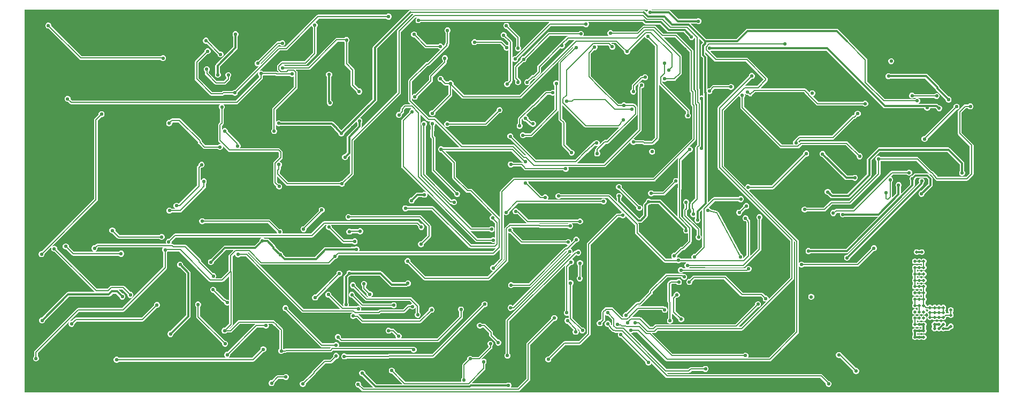
<source format=gbr>
%TF.GenerationSoftware,Altium Limited,Altium Designer,25.7.1 (20)*%
G04 Layer_Physical_Order=2*
G04 Layer_Color=16711680*
%FSLAX45Y45*%
%MOMM*%
%TF.SameCoordinates,D8C98939-B5AC-4A14-9F93-74B2487226E3*%
%TF.FilePolarity,Positive*%
%TF.FileFunction,Copper,L2,Bot,Signal*%
%TF.Part,Single*%
G01*
G75*
%TA.AperFunction,Conductor*%
%ADD111C,0.20000*%
%ADD112C,0.35000*%
%ADD113C,0.30000*%
%ADD115C,0.15000*%
%ADD116C,0.12500*%
%TA.AperFunction,ViaPad*%
%ADD118C,0.55000*%
%ADD119C,0.50000*%
G36*
X17881717Y2430783D02*
X2463283Y2430782D01*
X2463282Y8484218D01*
X12334258D01*
X12334941Y8480785D01*
X12333686Y8480265D01*
X12320324Y8466903D01*
X12314337Y8452448D01*
X12310904Y8451765D01*
X12292435Y8470234D01*
X12280858Y8477969D01*
X12267202Y8480686D01*
X12253545Y8477969D01*
X12249981Y8475588D01*
X8589720D01*
X8586156Y8477969D01*
X8572500Y8480686D01*
X8558843Y8477969D01*
X8547266Y8470234D01*
X7984768Y7907736D01*
X7977033Y7896158D01*
X7974316Y7882502D01*
Y7072283D01*
X7480000Y6577967D01*
X7436963Y6621004D01*
X7436189Y6624897D01*
X7428453Y6636474D01*
X7356456Y6708471D01*
X7344879Y6716207D01*
X7331222Y6718924D01*
X6523252D01*
X6514407Y6727768D01*
X6496949Y6735000D01*
X6478052D01*
X6460594Y6727768D01*
X6449088Y6716262D01*
X6445588Y6717712D01*
Y6899433D01*
X6779130Y7232976D01*
X6779131Y7232977D01*
X6785762Y7242900D01*
X6788090Y7254606D01*
X6788090Y7254607D01*
Y7491319D01*
X6788090Y7491321D01*
X6786465Y7499486D01*
X6785762Y7503024D01*
X6785761Y7503025D01*
X6785761Y7503026D01*
X6782433Y7508006D01*
X6779131Y7512947D01*
X6779130Y7512948D01*
X6779129Y7512949D01*
X6760898Y7531177D01*
X6762238Y7534411D01*
X6964999D01*
X6965000Y7534411D01*
X6976705Y7536740D01*
X6986629Y7543370D01*
X7420171Y7976912D01*
X7520630D01*
X7529412Y7968130D01*
Y7627499D01*
X7529412Y7627498D01*
X7531741Y7615793D01*
X7538371Y7605869D01*
X7626912Y7517328D01*
Y7295001D01*
X7626912Y7295000D01*
X7629241Y7283295D01*
X7635871Y7273371D01*
X7715000Y7194242D01*
Y7180552D01*
X7722232Y7163094D01*
X7735594Y7149732D01*
X7753052Y7142500D01*
X7771948D01*
X7789407Y7149732D01*
X7802768Y7163094D01*
X7810000Y7180552D01*
Y7199448D01*
X7802768Y7216907D01*
X7789407Y7230268D01*
X7771948Y7237500D01*
X7758258D01*
X7688088Y7307670D01*
Y7529998D01*
X7685759Y7541703D01*
X7679129Y7551627D01*
X7679128Y7551628D01*
X7590588Y7640168D01*
Y7968129D01*
X7600269Y7977810D01*
X7607500Y7995268D01*
Y8014165D01*
X7600269Y8031623D01*
X7586907Y8044985D01*
X7569449Y8052217D01*
X7550552D01*
X7533094Y8044985D01*
X7526197Y8038088D01*
X7407501D01*
X7395796Y8035759D01*
X7385872Y8029129D01*
X7385872Y8029128D01*
X6952330Y7595587D01*
X6586587D01*
X6576906Y7605267D01*
X6575187Y7605979D01*
X6575870Y7609412D01*
X6910495D01*
X6910497Y7609412D01*
X6922202Y7611741D01*
X6932126Y7618371D01*
X7079130Y7765376D01*
X7079131Y7765376D01*
X7085761Y7775300D01*
X7088089Y7787005D01*
Y8203412D01*
X7097770Y8213092D01*
X7105002Y8230550D01*
Y8249447D01*
X7097770Y8266905D01*
X7084408Y8280267D01*
X7070446Y8286050D01*
X7069624Y8290179D01*
X7123857Y8344412D01*
X8190913D01*
X8200593Y8334732D01*
X8218052Y8327500D01*
X8236948D01*
X8254406Y8334732D01*
X8267768Y8348094D01*
X8275000Y8365552D01*
Y8384448D01*
X8267768Y8401906D01*
X8254406Y8415268D01*
X8236948Y8422500D01*
X8218052D01*
X8200593Y8415268D01*
X8190913Y8405588D01*
X7111189D01*
X7111187Y8405588D01*
X7099482Y8403259D01*
X7089559Y8396629D01*
X6592763Y7899833D01*
X6491746D01*
X6491745Y7899833D01*
X6480040Y7897504D01*
X6470116Y7890874D01*
X6470116Y7890873D01*
X6206000Y7626757D01*
X6202500Y7628207D01*
Y7639242D01*
X6487670Y7924412D01*
X6508413D01*
X6518094Y7914732D01*
X6535552Y7907500D01*
X6554448D01*
X6571907Y7914732D01*
X6585269Y7928094D01*
X6592500Y7945552D01*
Y7964448D01*
X6585269Y7981907D01*
X6571907Y7995268D01*
X6554448Y8002500D01*
X6535552D01*
X6518094Y7995268D01*
X6508413Y7985588D01*
X6475000D01*
X6463295Y7983259D01*
X6453371Y7976629D01*
X6159242Y7682500D01*
X6145552D01*
X6128093Y7675268D01*
X6114731Y7661906D01*
X6107500Y7644448D01*
Y7625552D01*
X6114731Y7608093D01*
X6128093Y7594732D01*
X6145552Y7587500D01*
X6161793D01*
X6163242Y7584000D01*
X5796742Y7217500D01*
X5783052D01*
X5765593Y7210268D01*
X5755913Y7200588D01*
X5611143D01*
X5611141Y7200588D01*
X5599436Y7198259D01*
X5589513Y7191629D01*
X5589512Y7191628D01*
X5583474Y7185590D01*
X5436926D01*
X5220585Y7401931D01*
Y7642327D01*
X5358258Y7780000D01*
X5371948D01*
X5389407Y7787232D01*
X5402768Y7800593D01*
X5410000Y7818052D01*
Y7836948D01*
X5402768Y7854406D01*
X5389407Y7867768D01*
X5371948Y7875000D01*
X5353052D01*
X5335594Y7867768D01*
X5322232Y7854406D01*
X5315000Y7836948D01*
Y7823258D01*
X5168368Y7676626D01*
X5161738Y7666702D01*
X5159409Y7654997D01*
X5159410Y7654996D01*
Y7389263D01*
X5159409Y7389261D01*
X5161738Y7377556D01*
X5168368Y7367632D01*
X5402627Y7133373D01*
X5412551Y7126743D01*
X5424256Y7124414D01*
X5424258Y7124415D01*
X5596142D01*
X5596144Y7124414D01*
X5607849Y7126743D01*
X5617773Y7133373D01*
X5623811Y7139412D01*
X5755913D01*
X5765593Y7129731D01*
X5783052Y7122500D01*
X5801948D01*
X5819406Y7129731D01*
X5832768Y7143093D01*
X5840000Y7160552D01*
Y7174242D01*
X6160582Y7494825D01*
X6163493Y7492880D01*
X6160000Y7484448D01*
Y7465552D01*
X6167232Y7448094D01*
X6176912Y7438413D01*
Y7415169D01*
X5811972Y7050228D01*
X3215529D01*
X3195000Y7070758D01*
Y7084448D01*
X3187768Y7101907D01*
X3174406Y7115268D01*
X3156948Y7122500D01*
X3138052D01*
X3120593Y7115268D01*
X3107232Y7101907D01*
X3100000Y7084448D01*
Y7065552D01*
X3107232Y7048094D01*
X3120593Y7034732D01*
X3138052Y7027500D01*
X3151742D01*
X3181230Y6998012D01*
X3181231Y6998012D01*
X3191154Y6991381D01*
X3202859Y6989053D01*
X5556928D01*
X5558378Y6985553D01*
X5547231Y6974406D01*
X5540000Y6956948D01*
Y6938052D01*
X5547231Y6920593D01*
X5556912Y6910913D01*
Y6703484D01*
X5538371Y6684943D01*
X5531741Y6675020D01*
X5529412Y6663314D01*
X5529412Y6663313D01*
Y6416101D01*
X5529412Y6416100D01*
X5531741Y6404395D01*
X5538371Y6394471D01*
X5570667Y6362175D01*
X5568723Y6359265D01*
X5566948Y6360000D01*
X5548052D01*
X5530593Y6352768D01*
X5520913Y6343088D01*
X5325170D01*
X5271391Y6396867D01*
Y6409197D01*
X5269063Y6420903D01*
X5262432Y6430826D01*
X5262431Y6430826D01*
X4939129Y6754129D01*
X4929206Y6760759D01*
X4917500Y6763088D01*
X4917499Y6763088D01*
X4797500D01*
X4785794Y6760759D01*
X4775871Y6754129D01*
X4775871Y6754128D01*
X4759242Y6737500D01*
X4745552D01*
X4728093Y6730268D01*
X4714731Y6716907D01*
X4707500Y6699448D01*
Y6680552D01*
X4714731Y6663094D01*
X4728093Y6649732D01*
X4745552Y6642500D01*
X4764448D01*
X4781906Y6649732D01*
X4795268Y6663094D01*
X4802500Y6680552D01*
Y6694242D01*
X4810170Y6701912D01*
X4904830D01*
X5210216Y6396527D01*
Y6384198D01*
X5210215Y6384197D01*
X5212544Y6372491D01*
X5219174Y6362568D01*
X5290871Y6290872D01*
X5290871Y6290871D01*
X5300795Y6284241D01*
X5312500Y6281912D01*
X5520913D01*
X5530593Y6272232D01*
X5548052Y6265000D01*
X5566948D01*
X5584406Y6272232D01*
X5597768Y6285593D01*
X5605000Y6303052D01*
Y6321948D01*
X5604265Y6323723D01*
X5607175Y6325667D01*
X5690326Y6242516D01*
X5700249Y6235886D01*
X5711955Y6233557D01*
X5711956Y6233558D01*
X6472792D01*
X6488558Y6217792D01*
Y6157930D01*
X6411074Y6080446D01*
X6404443Y6070523D01*
X6402114Y6058817D01*
X6402115Y6058816D01*
Y5749799D01*
X6402114Y5749798D01*
X6404443Y5738093D01*
X6411074Y5728169D01*
X6447499Y5691744D01*
Y5678054D01*
X6454730Y5660595D01*
X6468092Y5647234D01*
X6485550Y5640002D01*
X6504447D01*
X6521905Y5647234D01*
X6535267Y5660595D01*
X6542498Y5678054D01*
Y5696950D01*
X6535267Y5714408D01*
X6521905Y5727770D01*
X6504447Y5735002D01*
X6490756D01*
X6463290Y5762468D01*
Y5843876D01*
X6466524Y5845215D01*
X6603368Y5708372D01*
X6603368Y5708371D01*
X6613292Y5701741D01*
X6624997Y5699412D01*
X7450853D01*
X7459748Y5690517D01*
X7477207Y5683286D01*
X7496103D01*
X7513561Y5690517D01*
X7526923Y5703879D01*
X7534155Y5721337D01*
Y5730897D01*
X7669128Y5865870D01*
X7669129Y5865871D01*
X7675759Y5875794D01*
X7678088Y5887500D01*
X7678088Y5887501D01*
Y6409828D01*
X8413036Y7144777D01*
X8413037Y7144778D01*
X8419667Y7154701D01*
X8421996Y7166407D01*
Y8131238D01*
X8652670Y8361912D01*
X8674127D01*
X8674810Y8358480D01*
X8673094Y8357768D01*
X8659732Y8344406D01*
X8652500Y8326948D01*
Y8308052D01*
X8659732Y8290594D01*
X8673094Y8277232D01*
X8690552Y8270000D01*
X8709448D01*
X8726907Y8277232D01*
X8736587Y8286912D01*
X10768718D01*
X10769063Y8283412D01*
X10768294Y8283259D01*
X10758371Y8276629D01*
X10758370Y8276628D01*
X10248010Y7766268D01*
X10248009Y7766266D01*
X10231742Y7750000D01*
X10218052D01*
X10200594Y7742768D01*
X10189088Y7731263D01*
X10185588Y7732712D01*
Y7974999D01*
X10185588Y7975000D01*
X10183259Y7986705D01*
X10176629Y7996629D01*
X10176628Y7996629D01*
X10095000Y8078258D01*
Y8091948D01*
X10087768Y8109406D01*
X10074407Y8122768D01*
X10056948Y8130000D01*
X10038052D01*
X10020594Y8122768D01*
X10007232Y8109406D01*
X10000000Y8091948D01*
Y8073052D01*
X10007232Y8055593D01*
X10020594Y8042232D01*
X10038052Y8035000D01*
X10051742D01*
X10124412Y7962330D01*
Y7924836D01*
X10120912Y7923180D01*
X10104448Y7930000D01*
X10090758D01*
X10029129Y7991629D01*
X10019205Y7998259D01*
X10007500Y8000588D01*
X10007499Y8000588D01*
X9621587D01*
X9611907Y8010268D01*
X9594448Y8017500D01*
X9575552D01*
X9558094Y8010268D01*
X9544732Y7996907D01*
X9537500Y7979448D01*
Y7960552D01*
X9544732Y7943094D01*
X9558094Y7929732D01*
X9575552Y7922500D01*
X9594448D01*
X9611907Y7929732D01*
X9621587Y7939412D01*
X9994830D01*
X10047500Y7886742D01*
Y7873052D01*
X10054731Y7855594D01*
X10068093Y7842232D01*
X10085552Y7835000D01*
X10104448D01*
X10120912Y7841820D01*
X10124412Y7840164D01*
Y7370170D01*
X10109242Y7355000D01*
X10095552D01*
X10078094Y7347768D01*
X10064732Y7334406D01*
X10057500Y7316948D01*
Y7298052D01*
X10064732Y7280594D01*
X10078094Y7267232D01*
X10095552Y7260000D01*
X10114448D01*
X10131907Y7267232D01*
X10145269Y7280594D01*
X10152500Y7298052D01*
Y7311742D01*
X10176629Y7335871D01*
X10183259Y7345795D01*
X10185588Y7357500D01*
X10185588Y7357501D01*
Y7672287D01*
X10189088Y7673737D01*
X10200594Y7662232D01*
X10218052Y7655000D01*
X10236948D01*
X10254406Y7662232D01*
X10267768Y7675593D01*
X10275000Y7693052D01*
Y7706742D01*
X10291267Y7723009D01*
X10291268Y7723010D01*
X10291268Y7723011D01*
X10792670Y8224412D01*
X11315913D01*
X11325594Y8214732D01*
X11343052Y8207500D01*
X11361948D01*
X11379407Y8214732D01*
X11392768Y8228094D01*
X11400000Y8245552D01*
Y8264448D01*
X11392768Y8281906D01*
X11390996Y8283679D01*
X11392336Y8286912D01*
X12247539D01*
X12272188Y8262263D01*
X12283765Y8254528D01*
X12297421Y8251811D01*
X12521226D01*
X12635772Y8137265D01*
X12647350Y8129529D01*
X12661006Y8126813D01*
X12896669D01*
X12973225Y8050259D01*
Y8043779D01*
X12980457Y8026321D01*
X12993819Y8012959D01*
X13011278Y8005728D01*
X13030174D01*
X13047632Y8012959D01*
X13060994Y8026321D01*
X13066779Y8040284D01*
X13070908Y8041105D01*
X13080132Y8031881D01*
Y7227966D01*
X13080132Y7227964D01*
X13082458Y7216259D01*
X13089090Y7206336D01*
X13091911Y7203513D01*
Y7019455D01*
X13091911Y7019454D01*
X13094241Y7007749D01*
X13100871Y6997825D01*
X13109412Y6989284D01*
Y6349022D01*
X13089088Y6328699D01*
X13082458Y6318776D01*
X13080130Y6307070D01*
X13080130Y6307069D01*
Y5503388D01*
X13010870Y5434129D01*
X13004240Y5424205D01*
X13001912Y5412500D01*
X13001912Y5412499D01*
Y5344715D01*
X13001912Y5344714D01*
X13004240Y5333009D01*
X13010870Y5323085D01*
X13019412Y5314544D01*
Y5286544D01*
X13009732Y5276863D01*
X13002499Y5259405D01*
Y5240508D01*
X13009732Y5223050D01*
X13023094Y5209688D01*
X13040552Y5202457D01*
X13059448D01*
X13075813Y5209236D01*
X13079315Y5207523D01*
Y5188990D01*
X13074731Y5184407D01*
X13067500Y5166949D01*
Y5148052D01*
X13074731Y5130594D01*
X13088094Y5117232D01*
X13105553Y5110001D01*
X13124449D01*
X13141907Y5117232D01*
X13155269Y5130594D01*
X13162500Y5148052D01*
Y5166949D01*
X13155269Y5184407D01*
X13150687Y5188990D01*
Y5279569D01*
X13186179Y5315060D01*
X13189410Y5313721D01*
Y4738666D01*
X13071742Y4620997D01*
X13058052D01*
X13040593Y4613766D01*
X13027232Y4600404D01*
X13020000Y4582946D01*
Y4564049D01*
X13025784Y4550086D01*
X13023445Y4546585D01*
X12852901D01*
X12852768Y4546907D01*
X12839406Y4560269D01*
X12821948Y4567500D01*
X12803052D01*
X12788666Y4561541D01*
X12786683Y4564509D01*
X12787768Y4565594D01*
X12795000Y4583052D01*
Y4596742D01*
X12876018Y4677761D01*
X12883347D01*
X12883350Y4677761D01*
X12895055Y4680089D01*
X12904977Y4686720D01*
X13014130Y4795871D01*
X13020760Y4805795D01*
X13023088Y4817500D01*
X13023088Y4817501D01*
Y5033638D01*
X13023088Y5033639D01*
X13020760Y5045345D01*
X13014130Y5055268D01*
X12858807Y5210590D01*
Y5642753D01*
X12860760Y5645676D01*
X12863089Y5657381D01*
X12863087Y5657382D01*
Y6101952D01*
X12988258Y6227122D01*
X13001949D01*
X13019408Y6234353D01*
X13032768Y6247715D01*
X13039999Y6265173D01*
Y6284070D01*
X13032768Y6301528D01*
X13019408Y6314890D01*
X13001949Y6322121D01*
X12996812D01*
X12995473Y6325355D01*
X13081628Y6411511D01*
X13088258Y6421435D01*
X13090588Y6433140D01*
Y6968817D01*
X13088258Y6980523D01*
X13081628Y6990446D01*
X13081628Y6990447D01*
X13073088Y6998987D01*
Y7183045D01*
X13073088Y7183046D01*
X13070760Y7194752D01*
X13064130Y7204675D01*
X13050587Y7218216D01*
Y7830859D01*
X13050587Y7830860D01*
X13048259Y7842565D01*
X13041629Y7852489D01*
X12796757Y8097361D01*
X12786833Y8103991D01*
X12775128Y8106320D01*
X12775127Y8106320D01*
X12573712D01*
X12522915Y8157121D01*
X12522915Y8157122D01*
X12455910Y8224126D01*
X12445987Y8230756D01*
X12434281Y8233085D01*
X12434280Y8233085D01*
X12264661D01*
X12264660Y8233085D01*
X12252954Y8230756D01*
X12243031Y8224126D01*
X12243030Y8224125D01*
X12159255Y8140350D01*
X11776824D01*
X11764406Y8152768D01*
X11746948Y8160000D01*
X11728052D01*
X11710594Y8152768D01*
X11697232Y8139406D01*
X11690000Y8121948D01*
Y8103052D01*
X11697232Y8085593D01*
X11710594Y8072232D01*
X11712310Y8071520D01*
X11711627Y8068087D01*
X11308214D01*
X11306874Y8071321D01*
X11309377Y8073824D01*
X11316608Y8091282D01*
Y8110179D01*
X11309377Y8127637D01*
X11296015Y8140999D01*
X11278557Y8148230D01*
X11259660D01*
X11242202Y8140999D01*
X11232521Y8131318D01*
X10763230D01*
X10751525Y8128990D01*
X10741602Y8122359D01*
X10366742Y7747500D01*
X10353052D01*
X10335594Y7740268D01*
X10322232Y7726907D01*
X10315000Y7709448D01*
Y7695758D01*
X10220871Y7601629D01*
X10214241Y7591705D01*
X10211912Y7580000D01*
X10211912Y7579999D01*
Y7400001D01*
X10211912Y7400000D01*
X10214241Y7388295D01*
X10220871Y7378371D01*
X10234784Y7364459D01*
X10234731Y7364406D01*
X10227500Y7346948D01*
Y7328052D01*
X10234731Y7310593D01*
X10248093Y7297232D01*
X10265551Y7290000D01*
X10284448D01*
X10301906Y7297232D01*
X10315268Y7310593D01*
X10322500Y7328052D01*
Y7346948D01*
X10320462Y7351868D01*
X10320588Y7352500D01*
X10318259Y7364205D01*
X10311629Y7374129D01*
X10273088Y7412670D01*
Y7567330D01*
X10358258Y7652500D01*
X10371948D01*
X10389406Y7659732D01*
X10402768Y7673094D01*
X10410000Y7690552D01*
Y7704242D01*
X10775900Y8070143D01*
X11059892D01*
X11060236Y8066643D01*
X11055794Y8065759D01*
X11045871Y8059129D01*
X11045870Y8059128D01*
X10947281Y7960539D01*
X10940593Y7957769D01*
X10927231Y7944407D01*
X10924461Y7937719D01*
X10588773Y7602031D01*
X10582142Y7592107D01*
X10579813Y7580402D01*
X10579814Y7580400D01*
Y7515571D01*
X10517129Y7452887D01*
X10507300D01*
X10507299Y7452887D01*
X10495594Y7450558D01*
X10485670Y7443928D01*
X10424242Y7382500D01*
X10410552D01*
X10393094Y7375268D01*
X10379732Y7361907D01*
X10372500Y7344448D01*
Y7325552D01*
X10379732Y7308094D01*
X10393094Y7294732D01*
X10410552Y7287500D01*
X10429448D01*
X10446906Y7294732D01*
X10460268Y7308094D01*
X10467500Y7325552D01*
Y7339242D01*
X10519969Y7391711D01*
X10529798D01*
X10529799Y7391711D01*
X10541504Y7394040D01*
X10551428Y7400670D01*
X10632030Y7481272D01*
X10632030Y7481273D01*
X10638661Y7491196D01*
X10640989Y7502901D01*
Y7567732D01*
X10947591Y7874334D01*
X10958051Y7870001D01*
X10976948D01*
X10994406Y7877232D01*
X11007768Y7890594D01*
X11015000Y7908052D01*
Y7926949D01*
X11010667Y7937409D01*
X11080169Y8006912D01*
X11161579D01*
X11162918Y8003678D01*
X10297332Y7138087D01*
X9420700D01*
X9253751Y7305036D01*
X9255000Y7308052D01*
Y7326948D01*
X9247768Y7344406D01*
X9234406Y7357768D01*
X9216948Y7365000D01*
X9198052D01*
X9180594Y7357768D01*
X9170913Y7348088D01*
X9135168D01*
X9097499Y7385756D01*
Y7399446D01*
X9090268Y7416904D01*
X9076906Y7430266D01*
X9059448Y7437498D01*
X9040551D01*
X9023093Y7430266D01*
X9009731Y7416904D01*
X9002500Y7399446D01*
Y7380550D01*
X9009731Y7363091D01*
X9023093Y7349730D01*
X9040551Y7342498D01*
X9054242D01*
X9100869Y7295871D01*
X9110792Y7289241D01*
X9122498Y7286912D01*
X9122499Y7286912D01*
X9170913D01*
X9172177Y7285648D01*
Y7149040D01*
X8917224Y6894087D01*
X8909964D01*
X8892506Y6886855D01*
X8879144Y6873493D01*
X8871912Y6856035D01*
Y6837139D01*
X8879144Y6819681D01*
X8892506Y6806319D01*
X8909964Y6799087D01*
X8928860D01*
X8946319Y6806319D01*
X8959681Y6819681D01*
X8966912Y6837139D01*
Y6856035D01*
X8966554Y6856901D01*
X9224393Y7114741D01*
X9231024Y7124664D01*
X9233352Y7136370D01*
Y7234346D01*
X9236586Y7235685D01*
X9386401Y7085870D01*
X9396324Y7079240D01*
X9408030Y7076911D01*
X9408031Y7076911D01*
X10310001D01*
X10310002Y7076911D01*
X10321708Y7079240D01*
X10331631Y7085870D01*
X10331632Y7085871D01*
X11141500Y7895744D01*
X11145000Y7894294D01*
Y7888259D01*
X10923371Y7666630D01*
X10916741Y7656707D01*
X10914412Y7645001D01*
X10914412Y7645000D01*
Y7359836D01*
X10911179Y7358496D01*
X10909406Y7360268D01*
X10891948Y7367500D01*
X10873052D01*
X10855593Y7360268D01*
X10842232Y7346907D01*
X10835000Y7329448D01*
Y7310552D01*
X10842232Y7293094D01*
X10851912Y7283413D01*
Y7214054D01*
X10848412Y7211716D01*
X10834448Y7217500D01*
X10815552D01*
X10798093Y7210268D01*
X10788413Y7200588D01*
X10725772D01*
X10714066Y7198259D01*
X10704143Y7191629D01*
X10704142Y7191628D01*
X10506116Y6993602D01*
X10495136Y6991418D01*
X10485212Y6984787D01*
X10485212Y6984786D01*
X10278371Y6777946D01*
X10271741Y6768023D01*
X10269412Y6756317D01*
X10269412Y6756316D01*
Y6681587D01*
X10259732Y6671906D01*
X10252500Y6654448D01*
Y6635552D01*
X10259732Y6618093D01*
X10273094Y6604732D01*
X10290552Y6597500D01*
X10309448D01*
X10326906Y6604732D01*
X10340268Y6618093D01*
X10347500Y6635552D01*
Y6654448D01*
X10340268Y6671906D01*
X10330588Y6681587D01*
Y6743647D01*
X10342319Y6755378D01*
X10346448Y6754557D01*
X10352232Y6740594D01*
X10365593Y6727232D01*
X10383052Y6720000D01*
X10396742D01*
X10451674Y6665068D01*
X10461598Y6658438D01*
X10468050Y6657154D01*
X10469732Y6653094D01*
X10483094Y6639732D01*
X10500552Y6632500D01*
X10519448D01*
X10536907Y6639732D01*
X10550268Y6653094D01*
X10557500Y6670552D01*
Y6689448D01*
X10550268Y6706907D01*
X10536907Y6720269D01*
X10519448Y6727500D01*
X10500552D01*
X10483094Y6720269D01*
X10483041Y6720216D01*
X10440000Y6763258D01*
Y6776948D01*
X10432768Y6794407D01*
X10419406Y6807768D01*
X10405443Y6813552D01*
X10404622Y6817681D01*
X10519655Y6932714D01*
X10530636Y6934899D01*
X10540559Y6941529D01*
X10738442Y7139412D01*
X10788413D01*
X10798093Y7129731D01*
X10815552Y7122500D01*
X10834448D01*
X10848412Y7128284D01*
X10851912Y7125945D01*
Y6912670D01*
X10469830Y6530588D01*
X10389087D01*
X10379406Y6540268D01*
X10361948Y6547500D01*
X10343052D01*
X10325594Y6540268D01*
X10312232Y6526906D01*
X10305000Y6509448D01*
Y6490552D01*
X10312232Y6473093D01*
X10325594Y6459732D01*
X10343052Y6452500D01*
X10361948D01*
X10379406Y6459732D01*
X10389087Y6469412D01*
X10482499D01*
X10482500Y6469412D01*
X10494205Y6471741D01*
X10504129Y6478371D01*
X10904128Y6878371D01*
X10904129Y6878371D01*
X10910759Y6888295D01*
X10910912Y6889063D01*
X10914412Y6888718D01*
Y6752694D01*
X10914412Y6752693D01*
X10916741Y6740987D01*
X10923371Y6731064D01*
X10970452Y6683983D01*
Y6343961D01*
X10970452Y6343960D01*
X10972780Y6332255D01*
X10979411Y6322331D01*
X11075000Y6226742D01*
Y6213052D01*
X11082232Y6195593D01*
X11095594Y6182231D01*
X11113052Y6175000D01*
X11131948D01*
X11149406Y6182231D01*
X11162768Y6195593D01*
X11170000Y6213052D01*
Y6231948D01*
X11162768Y6249406D01*
X11149406Y6262768D01*
X11131948Y6270000D01*
X11118258D01*
X11031627Y6356630D01*
Y6696652D01*
X11031628Y6696653D01*
X11029299Y6708358D01*
X11022669Y6718282D01*
X11022668Y6718282D01*
X10975588Y6765363D01*
Y6975264D01*
X10978821Y6976604D01*
X11327334Y6628091D01*
X11337257Y6621461D01*
X11348963Y6619132D01*
X11348964Y6619132D01*
X11864337D01*
X11864338Y6619132D01*
X11867752Y6619811D01*
X11869402Y6616724D01*
X11676776Y6424098D01*
X11646592D01*
X11646591Y6424098D01*
X11634886Y6421769D01*
X11624962Y6415139D01*
X11568275Y6358452D01*
X11565364Y6360396D01*
X11567500Y6365552D01*
Y6384448D01*
X11560268Y6401906D01*
X11546907Y6415268D01*
X11529448Y6422500D01*
X11510552D01*
X11493094Y6415268D01*
X11479732Y6401906D01*
X11479102Y6400386D01*
X11471386Y6398851D01*
X11461462Y6392220D01*
X11345947Y6276705D01*
X11341195Y6275759D01*
X11331271Y6269129D01*
X11177732Y6115589D01*
X10562668D01*
X10200000Y6478258D01*
Y6491948D01*
X10192768Y6509407D01*
X10179406Y6522769D01*
X10161948Y6530000D01*
X10143052D01*
X10125593Y6522769D01*
X10112231Y6509407D01*
X10105000Y6491948D01*
Y6473052D01*
X10112231Y6455594D01*
X10125593Y6442232D01*
X10143052Y6435000D01*
X10156742D01*
X10406340Y6185402D01*
X10404690Y6182315D01*
X10401444Y6182961D01*
X10401443Y6182961D01*
X10379894D01*
X10221223Y6341631D01*
X10211300Y6348262D01*
X10199595Y6350591D01*
X10199593Y6350590D01*
X9398984D01*
X8977946Y6771629D01*
X8968022Y6778259D01*
X8956317Y6780588D01*
X8956316Y6780588D01*
X8870837D01*
X8595588Y7055837D01*
Y7087663D01*
X8599020Y7088346D01*
X8602232Y7080593D01*
X8615594Y7067231D01*
X8633052Y7060000D01*
X8651948D01*
X8669407Y7067231D01*
X8682769Y7080593D01*
X8690000Y7098052D01*
Y7111742D01*
X8916630Y7338372D01*
X8916630Y7338372D01*
X8923261Y7348296D01*
X8925589Y7360001D01*
X8925589Y7360003D01*
Y7419830D01*
X9139129Y7633370D01*
X9145759Y7643293D01*
X9148088Y7654998D01*
X9148088Y7655000D01*
Y7678413D01*
X9157768Y7688094D01*
X9165000Y7705552D01*
Y7724448D01*
X9157768Y7741907D01*
X9144406Y7755268D01*
X9126948Y7762500D01*
X9108052D01*
X9090593Y7755268D01*
X9077232Y7741907D01*
X9070000Y7724448D01*
Y7705552D01*
X9077232Y7688094D01*
X9086912Y7678413D01*
Y7667668D01*
X8873373Y7454129D01*
X8866742Y7444205D01*
X8864414Y7432500D01*
X8864414Y7432499D01*
Y7372671D01*
X8646742Y7155000D01*
X8633052D01*
X8615594Y7147768D01*
X8602232Y7134406D01*
X8599020Y7126654D01*
X8595588Y7127337D01*
Y7346181D01*
X8843835Y7594429D01*
X8851333D01*
X8851335Y7594429D01*
X8863040Y7596757D01*
X8872963Y7603388D01*
X9169128Y7899553D01*
X9169129Y7899553D01*
X9175759Y7909476D01*
X9178088Y7921182D01*
Y7928686D01*
X9181628Y7932226D01*
X9181629Y7932227D01*
X9188259Y7942150D01*
X9190588Y7953856D01*
Y8118413D01*
X9200268Y8128093D01*
X9207500Y8145552D01*
Y8164448D01*
X9200268Y8181906D01*
X9186906Y8195268D01*
X9169448Y8202500D01*
X9150552D01*
X9133093Y8195268D01*
X9119732Y8181906D01*
X9112500Y8164448D01*
Y8145552D01*
X9119732Y8128093D01*
X9129412Y8118413D01*
Y7966526D01*
X9125871Y7962985D01*
X9119241Y7953061D01*
X9116912Y7941356D01*
X9116912Y7941355D01*
Y7933852D01*
X9097682Y7914622D01*
X9093553Y7915443D01*
X9087769Y7929407D01*
X9074408Y7942768D01*
X9056949Y7950000D01*
X9038053D01*
X9020595Y7942768D01*
X9010914Y7933088D01*
X8832670D01*
X8677500Y8088258D01*
Y8101948D01*
X8670268Y8119406D01*
X8656906Y8132768D01*
X8639448Y8140000D01*
X8620552D01*
X8603094Y8132768D01*
X8589732Y8119406D01*
X8582500Y8101948D01*
Y8083052D01*
X8589732Y8065593D01*
X8603094Y8052232D01*
X8620552Y8045000D01*
X8634242D01*
X8798371Y7880872D01*
X8798371Y7880871D01*
X8808295Y7874241D01*
X8820000Y7871912D01*
X8820001Y7871912D01*
X9010914D01*
X9020595Y7862232D01*
X9034558Y7856448D01*
X9035379Y7852319D01*
X8838665Y7655604D01*
X8831165D01*
X8819460Y7653276D01*
X8809536Y7646645D01*
X8809536Y7646645D01*
X8543371Y7380480D01*
X8536741Y7370557D01*
X8534412Y7358851D01*
X8534412Y7358850D01*
Y7043169D01*
X8534412Y7043167D01*
X8536741Y7031462D01*
X8543371Y7021538D01*
X8573586Y6991323D01*
X8572247Y6988090D01*
X8490001D01*
X8478295Y6985761D01*
X8468372Y6979131D01*
X8468371Y6979130D01*
X8421720Y6932479D01*
X8415090Y6922555D01*
X8412761Y6910850D01*
X8412761Y6910849D01*
Y6886019D01*
X8394242Y6867500D01*
X8380552D01*
X8363094Y6860268D01*
X8349732Y6846907D01*
X8342500Y6829448D01*
Y6810552D01*
X8349732Y6793094D01*
X8363094Y6779732D01*
X8380552Y6772500D01*
X8399448D01*
X8416906Y6779732D01*
X8430268Y6793094D01*
X8437500Y6810552D01*
Y6824242D01*
X8464977Y6851720D01*
X8464978Y6851720D01*
X8471608Y6861643D01*
X8473937Y6873349D01*
Y6898180D01*
X8502671Y6926914D01*
X8581427D01*
X8588019Y6920322D01*
X8587197Y6916193D01*
X8573234Y6910410D01*
X8559872Y6897048D01*
X8552641Y6879589D01*
Y6865899D01*
X8438371Y6751630D01*
X8431741Y6741706D01*
X8429412Y6730001D01*
X8429412Y6730000D01*
Y6002761D01*
X8429412Y6002760D01*
X8431741Y5991055D01*
X8438371Y5981131D01*
X8816912Y5602590D01*
X8814930Y5599623D01*
X8801948Y5605000D01*
X8783052D01*
X8765594Y5597768D01*
X8761011Y5593186D01*
X8685000D01*
X8671344Y5590469D01*
X8659766Y5582734D01*
X8589532Y5512500D01*
X8583052D01*
X8565593Y5505268D01*
X8552232Y5491906D01*
X8545000Y5474448D01*
Y5455552D01*
X8552232Y5438094D01*
X8565593Y5424732D01*
X8583052Y5417500D01*
X8601948D01*
X8619406Y5424732D01*
X8632768Y5438094D01*
X8640000Y5455552D01*
Y5462033D01*
X8699781Y5521814D01*
X8761011D01*
X8765594Y5517232D01*
X8783052Y5510000D01*
X8801948D01*
X8819407Y5517232D01*
X8832768Y5530593D01*
X8840000Y5548052D01*
Y5566948D01*
X8834623Y5579929D01*
X8837590Y5581912D01*
X9601131Y4818372D01*
X9601131Y4818371D01*
X9611055Y4811741D01*
X9622760Y4809412D01*
X9622761Y4809412D01*
X9845913D01*
X9855594Y4799732D01*
X9873052Y4792500D01*
X9891949D01*
X9905912Y4798284D01*
X9909413Y4795945D01*
Y4788856D01*
X9893645Y4773088D01*
X9537411D01*
X8944197Y5366302D01*
X8934273Y5372932D01*
X8922568Y5375261D01*
X8922567Y5375261D01*
X8526913D01*
X8519407Y5382767D01*
X8501948Y5389999D01*
X8483052D01*
X8465594Y5382767D01*
X8452232Y5369405D01*
X8445000Y5351947D01*
Y5333051D01*
X8452232Y5315592D01*
X8465594Y5302230D01*
X8483052Y5294999D01*
X8501948D01*
X8519407Y5302230D01*
X8531262Y5314085D01*
X8909898D01*
X9503112Y4720871D01*
X9513036Y4714241D01*
X9524741Y4711912D01*
X9524742Y4711912D01*
X9906314D01*
X9906315Y4711912D01*
X9918020Y4714241D01*
X9919570Y4715276D01*
X9921801Y4712558D01*
X9872329Y4663085D01*
X7759479D01*
X7758139Y4666319D01*
X7759761Y4667941D01*
X7766992Y4685399D01*
Y4704296D01*
X7759761Y4721754D01*
X7746399Y4735116D01*
X7728941Y4742347D01*
X7710044D01*
X7692586Y4735116D01*
X7688003Y4730533D01*
X7636841D01*
X7623185Y4727817D01*
X7619993Y4725684D01*
X7228749D01*
X7215092Y4722967D01*
X7203515Y4715232D01*
X7063970Y4575687D01*
X6594781D01*
X6560000Y4610468D01*
Y4616948D01*
X6552768Y4634407D01*
X6539407Y4647768D01*
X6521948Y4655000D01*
X6515468D01*
X6443409Y4727059D01*
Y4727505D01*
X6440692Y4741161D01*
X6432957Y4752739D01*
X6332963Y4852732D01*
X6321386Y4860468D01*
X6307729Y4863184D01*
X6261489D01*
X6256907Y4867767D01*
X6239449Y4874998D01*
X6220552D01*
X6203094Y4867767D01*
X6189732Y4854405D01*
X6182500Y4836947D01*
Y4830471D01*
X6105215Y4753186D01*
X5639997D01*
X5626341Y4750469D01*
X5614764Y4742733D01*
X5412033Y4539998D01*
X5405552D01*
X5388094Y4532766D01*
X5374732Y4519404D01*
X5367501Y4501946D01*
Y4483050D01*
X5374732Y4465592D01*
X5388094Y4452230D01*
X5405552Y4444998D01*
X5424449D01*
X5441907Y4452230D01*
X5455269Y4465592D01*
X5462500Y4483050D01*
Y4489531D01*
X5654779Y4681814D01*
X5766483D01*
X5767823Y4678580D01*
X5706086Y4616844D01*
X5699456Y4606921D01*
X5697127Y4595215D01*
X5697128Y4595214D01*
Y4355450D01*
X5581045Y4239368D01*
X5493616D01*
X5492276Y4242601D01*
X5492768Y4243094D01*
X5500000Y4260552D01*
Y4279448D01*
X5492768Y4296907D01*
X5479406Y4310268D01*
X5461948Y4317500D01*
X5448258D01*
X5258488Y4507270D01*
Y4517098D01*
X5258488Y4517099D01*
X5256160Y4528805D01*
X5249529Y4538728D01*
X5249528Y4538729D01*
X5031626Y4756631D01*
X5021703Y4763261D01*
X5009998Y4765590D01*
X5009996Y4765590D01*
X4831771D01*
X4822945Y4774416D01*
X4813022Y4781046D01*
X4801316Y4783375D01*
X4801315Y4783375D01*
X4790123D01*
X4788299Y4786875D01*
X4795000Y4803052D01*
Y4816742D01*
X4860172Y4881915D01*
X7011679D01*
X7011680Y4881914D01*
X7023386Y4884243D01*
X7033309Y4890873D01*
X7221851Y5079415D01*
X7245167D01*
X7246506Y5076181D01*
X7242232Y5071907D01*
X7235000Y5054448D01*
Y5035552D01*
X7242232Y5018094D01*
X7255594Y5004732D01*
X7273052Y4997500D01*
X7289242D01*
X7488371Y4798372D01*
X7488371Y4798371D01*
X7498295Y4791741D01*
X7510000Y4789412D01*
X7510001Y4789412D01*
X7653413D01*
X7663094Y4779732D01*
X7680552Y4772500D01*
X7699448D01*
X7716907Y4779732D01*
X7730269Y4793094D01*
X7737500Y4810552D01*
Y4829448D01*
X7730269Y4846906D01*
X7716907Y4860268D01*
X7699448Y4867500D01*
X7680552D01*
X7663094Y4860268D01*
X7653413Y4850588D01*
X7522670D01*
X7330000Y5043258D01*
Y5054448D01*
X7322768Y5071907D01*
X7318496Y5076179D01*
X7319836Y5079412D01*
X8669830D01*
X8697500Y5051742D01*
Y5038052D01*
X8704732Y5020593D01*
X8718094Y5007232D01*
X8735552Y5000000D01*
X8754448D01*
X8771907Y5007232D01*
X8785268Y5020593D01*
X8792500Y5038052D01*
Y5056948D01*
X8785268Y5074406D01*
X8771907Y5087768D01*
X8754448Y5095000D01*
X8740758D01*
X8704129Y5131629D01*
X8694205Y5138259D01*
X8682500Y5140588D01*
X8682499Y5140588D01*
X7291194D01*
X7291180Y5140590D01*
X7291179Y5140590D01*
X7209182D01*
X7209181Y5140590D01*
X7197475Y5138262D01*
X7187552Y5131631D01*
X6999010Y4943090D01*
X6546555D01*
X6544216Y4946590D01*
X6550000Y4960554D01*
Y4979451D01*
X6542768Y4996909D01*
X6529407Y5010271D01*
X6511948Y5017502D01*
X6498258D01*
X6354131Y5161629D01*
X6344208Y5168259D01*
X6332502Y5170588D01*
X6332501Y5170588D01*
X5314087D01*
X5304407Y5180268D01*
X5286949Y5187500D01*
X5268052D01*
X5250594Y5180268D01*
X5237232Y5166906D01*
X5230000Y5149448D01*
Y5130552D01*
X5237232Y5113093D01*
X5250594Y5099731D01*
X5268052Y5092500D01*
X5286949D01*
X5304407Y5099731D01*
X5314087Y5109412D01*
X6319832D01*
X6455000Y4974245D01*
Y4960554D01*
X6460784Y4946590D01*
X6458446Y4943090D01*
X4847504D01*
X4847502Y4943090D01*
X4835797Y4940762D01*
X4825874Y4934131D01*
X4751742Y4860000D01*
X4738052D01*
X4720594Y4852768D01*
X4707232Y4839406D01*
X4700000Y4821948D01*
Y4803052D01*
X4706701Y4786875D01*
X4704877Y4783375D01*
X3615839D01*
X3604133Y4781046D01*
X3594210Y4774416D01*
X3577294Y4757500D01*
X3563603D01*
X3546145Y4750269D01*
X3532783Y4736907D01*
X3525552Y4719449D01*
Y4700552D01*
X3532783Y4683094D01*
X3546145Y4669732D01*
X3563603Y4662500D01*
X3582500D01*
X3599958Y4669732D01*
X3613320Y4683094D01*
X3620552Y4700552D01*
Y4714242D01*
X3628509Y4722199D01*
X4652951D01*
X4654291Y4718966D01*
X4649732Y4714406D01*
X4642500Y4696948D01*
Y4678052D01*
X4649732Y4660593D01*
X4659412Y4650913D01*
Y4416353D01*
X4009238Y3766178D01*
X3315591D01*
X3303885Y3763850D01*
X3293962Y3757220D01*
X2625869Y3089127D01*
X2619239Y3079203D01*
X2616910Y3067498D01*
X2616910Y3067497D01*
Y3004089D01*
X2607229Y2994409D01*
X2599998Y2976951D01*
Y2958054D01*
X2607229Y2940596D01*
X2620591Y2927234D01*
X2638050Y2920003D01*
X2656946D01*
X2674404Y2927234D01*
X2687766Y2940596D01*
X2694998Y2958054D01*
Y2976951D01*
X2687766Y2994409D01*
X2678086Y3004089D01*
Y3054828D01*
X3166494Y3543236D01*
X3169461Y3541254D01*
X3162500Y3524448D01*
Y3505552D01*
X3169732Y3488094D01*
X3183093Y3474732D01*
X3200552Y3467500D01*
X3219448D01*
X3236906Y3474732D01*
X3250268Y3488094D01*
X3257500Y3505552D01*
Y3519242D01*
X3290170Y3551912D01*
X4329999D01*
X4330000Y3551912D01*
X4341705Y3554241D01*
X4351629Y3560871D01*
X4558258Y3767500D01*
X4571948D01*
X4589406Y3774732D01*
X4602768Y3788094D01*
X4610000Y3805552D01*
Y3824448D01*
X4602768Y3841906D01*
X4589406Y3855268D01*
X4571948Y3862500D01*
X4553052D01*
X4535593Y3855268D01*
X4522231Y3841906D01*
X4515000Y3824448D01*
Y3810758D01*
X4317330Y3613088D01*
X3277500D01*
X3265795Y3610759D01*
X3255871Y3604129D01*
X3255871Y3604128D01*
X3214242Y3562500D01*
X3200552D01*
X3183746Y3555539D01*
X3181764Y3558506D01*
X3328261Y3705003D01*
X4021907D01*
X4021908Y3705003D01*
X4033613Y3707331D01*
X4043537Y3713962D01*
X4711628Y4382053D01*
X4711629Y4382054D01*
X4718259Y4391978D01*
X4720588Y4403683D01*
Y4650913D01*
X4729087Y4659412D01*
X4914305D01*
X5386566Y4187152D01*
X5386566Y4187151D01*
X5396489Y4180521D01*
X5408195Y4178192D01*
X5593714D01*
X5593715Y4178192D01*
X5605420Y4180521D01*
X5615344Y4187151D01*
X5698678Y4270486D01*
X5701912Y4269146D01*
Y3894055D01*
X5698412Y3891716D01*
X5684448Y3897500D01*
X5665552D01*
X5665092Y3897309D01*
X5653042Y3909359D01*
X5643119Y3915990D01*
X5631413Y3918318D01*
X5631412Y3918318D01*
X5629940D01*
X5514358Y4033900D01*
X5514356Y4033901D01*
X5497500Y4050758D01*
Y4064448D01*
X5490268Y4081906D01*
X5476906Y4095268D01*
X5459448Y4102500D01*
X5440552D01*
X5423094Y4095268D01*
X5409732Y4081906D01*
X5402500Y4064448D01*
Y4045552D01*
X5409732Y4028094D01*
X5423094Y4014732D01*
X5440552Y4007500D01*
X5454242D01*
X5471099Y3990643D01*
X5471100Y3990643D01*
X5471101Y3990642D01*
X5595641Y3866102D01*
X5595641Y3866101D01*
X5605565Y3859471D01*
X5617270Y3857142D01*
X5617271Y3857143D01*
X5618743D01*
X5627500Y3848386D01*
Y3840552D01*
X5634731Y3823094D01*
X5648093Y3809732D01*
X5665552Y3802500D01*
X5684448D01*
X5698412Y3808284D01*
X5701912Y3805946D01*
Y3522090D01*
X5634533Y3454712D01*
X5620843D01*
X5603385Y3447480D01*
X5590023Y3434118D01*
X5582791Y3416660D01*
Y3397764D01*
X5590023Y3380305D01*
X5603385Y3366943D01*
X5620843Y3359712D01*
X5639739D01*
X5657197Y3366943D01*
X5666878Y3376624D01*
X5724707D01*
X5724708Y3376624D01*
X5736413Y3378953D01*
X5746337Y3385583D01*
X5875166Y3514412D01*
X6115249D01*
X6116265Y3511063D01*
X6113371Y3509129D01*
X5676742Y3072500D01*
X5663052D01*
X5645593Y3065268D01*
X5632232Y3051907D01*
X5625000Y3034448D01*
Y3015552D01*
X5632232Y2998094D01*
X5645593Y2984732D01*
X5653346Y2981521D01*
X5652663Y2978088D01*
X3959087D01*
X3949406Y2987768D01*
X3931948Y2995000D01*
X3913052D01*
X3895593Y2987768D01*
X3882232Y2974407D01*
X3875000Y2956948D01*
Y2938052D01*
X3882232Y2920594D01*
X3895593Y2907232D01*
X3913052Y2900000D01*
X3931948D01*
X3949406Y2907232D01*
X3959087Y2916912D01*
X6079999D01*
X6080000Y2916912D01*
X6091705Y2919241D01*
X6101629Y2925871D01*
X6240758Y3065000D01*
X6254448D01*
X6271906Y3072232D01*
X6285268Y3085594D01*
X6292500Y3103052D01*
Y3121948D01*
X6285268Y3139406D01*
X6271906Y3152768D01*
X6254448Y3160000D01*
X6235552D01*
X6218093Y3152768D01*
X6204732Y3139406D01*
X6197500Y3121948D01*
Y3108258D01*
X6067330Y2978088D01*
X5692337D01*
X5691654Y2981521D01*
X5699406Y2984732D01*
X5712768Y2998094D01*
X5720000Y3015552D01*
Y3029242D01*
X6147670Y3456912D01*
X6250913D01*
X6260594Y3447232D01*
X6278052Y3440000D01*
X6296948D01*
X6314406Y3447232D01*
X6327768Y3460594D01*
X6335000Y3478052D01*
Y3496948D01*
X6329216Y3510912D01*
X6331555Y3514412D01*
X6389834D01*
X6421238Y3483008D01*
X6442392Y3461853D01*
X6442396Y3461846D01*
X6484710Y3419530D01*
X6484718Y3419525D01*
X6496912Y3407330D01*
Y3124087D01*
X6487232Y3114407D01*
X6480000Y3096948D01*
Y3078052D01*
X6487232Y3060594D01*
X6500594Y3047232D01*
X6518052Y3040000D01*
X6536948D01*
X6554407Y3047232D01*
X6564087Y3056912D01*
X6586348D01*
X6586349Y3056912D01*
X6598055Y3059241D01*
X6607518Y3065564D01*
X7307331D01*
X7307333Y3065563D01*
X7319038Y3067892D01*
X7328961Y3074522D01*
X7346350Y3091911D01*
X8579008D01*
X8584732Y3078093D01*
X8598094Y3064731D01*
X8615552Y3057500D01*
X8634448D01*
X8651906Y3064731D01*
X8665268Y3078093D01*
X8672500Y3095552D01*
Y3114448D01*
X8665268Y3131906D01*
X8651906Y3145268D01*
X8634448Y3152500D01*
X8615552D01*
X8610352Y3150346D01*
X8609735Y3150758D01*
X8598030Y3153087D01*
X8598029Y3153086D01*
X7441554D01*
X7439215Y3156587D01*
X7445000Y3170552D01*
Y3189448D01*
X7437768Y3206906D01*
X7424407Y3220268D01*
X7406948Y3227500D01*
X7388052D01*
X7370594Y3220268D01*
X7358412Y3208087D01*
X7182668D01*
X6641093Y3749662D01*
X6642498Y3753054D01*
Y3771950D01*
X6635267Y3789408D01*
X6621905Y3802770D01*
X6604447Y3810002D01*
X6585550D01*
X6568092Y3802770D01*
X6554730Y3789408D01*
X6547498Y3771950D01*
Y3753054D01*
X6554730Y3735596D01*
X6568092Y3722234D01*
X6585550Y3715002D01*
X6589238D01*
X7148369Y3155870D01*
X7158293Y3149240D01*
X7169998Y3146912D01*
X7310324D01*
X7311335Y3143412D01*
X7294663Y3126739D01*
X6595001D01*
X6583295Y3124411D01*
X6573832Y3118088D01*
X6564087D01*
X6558088Y3124087D01*
Y3419998D01*
X6558088Y3419999D01*
X6555759Y3431705D01*
X6549129Y3441629D01*
X6549128Y3441629D01*
X6527971Y3462788D01*
X6527963Y3462793D01*
X6485659Y3505099D01*
X6485655Y3505106D01*
X6485654Y3505106D01*
X6464497Y3526264D01*
X6424132Y3566629D01*
X6414209Y3573259D01*
X6402504Y3575588D01*
X6402502Y3575588D01*
X5862497D01*
X5862496Y3575588D01*
X5850791Y3573259D01*
X5840867Y3566629D01*
X5840867Y3566628D01*
X5712038Y3437800D01*
X5708710D01*
X5707370Y3441033D01*
X5754128Y3487791D01*
X5754129Y3487792D01*
X5760759Y3497715D01*
X5763088Y3509421D01*
Y4337994D01*
X5763088Y4337996D01*
X5760759Y4349701D01*
X5758303Y4353377D01*
Y4582545D01*
X5794267Y4618509D01*
X5797500Y4617170D01*
Y4605552D01*
X5804732Y4588093D01*
X5818094Y4574732D01*
X5835552Y4567500D01*
X5854448D01*
X5871906Y4574732D01*
X5881587Y4584412D01*
X5966086D01*
X6233370Y4317129D01*
X6233370Y4317128D01*
X6849629Y3700869D01*
X6849630Y3700868D01*
X6859553Y3694238D01*
X6871259Y3691909D01*
X7653508D01*
X7654204Y3688409D01*
X7640592Y3682771D01*
X7627230Y3669409D01*
X7619998Y3651951D01*
Y3633054D01*
X7627230Y3615596D01*
X7640592Y3602234D01*
X7658050Y3595002D01*
X7676946D01*
X7694404Y3602234D01*
X7697898Y3605727D01*
X7722331D01*
X7792188Y3535871D01*
X7792188Y3535870D01*
X7802112Y3529239D01*
X7813817Y3526911D01*
X8727497D01*
X8727499Y3526911D01*
X8739204Y3529239D01*
X8749128Y3535870D01*
X8903258Y3690000D01*
X8916948D01*
X8934407Y3697232D01*
X8947768Y3710594D01*
X8955000Y3728052D01*
Y3746948D01*
X8947768Y3764406D01*
X8934407Y3777768D01*
X8916948Y3785000D01*
X8898052D01*
X8880594Y3777768D01*
X8867232Y3764406D01*
X8860000Y3746948D01*
Y3733258D01*
X8714829Y3588086D01*
X7826487D01*
X7756630Y3657944D01*
X7751963Y3661062D01*
X7752979Y3664411D01*
X8071580D01*
X8071582Y3664411D01*
X8083287Y3666740D01*
X8093210Y3673370D01*
X8106751Y3686911D01*
X8469346D01*
X8469347Y3686910D01*
X8476348Y3688304D01*
X8481051Y3689239D01*
X8481052Y3689240D01*
X8481053Y3689240D01*
X8485208Y3692017D01*
X8490974Y3695869D01*
X8490975Y3695870D01*
X8535972Y3740873D01*
X8535973Y3740873D01*
X8554512Y3759412D01*
X8570913D01*
X8580593Y3749732D01*
X8598052Y3742500D01*
X8616948D01*
X8634406Y3749732D01*
X8647768Y3763094D01*
X8651503Y3772110D01*
X8655003Y3771414D01*
Y3694675D01*
X8647233Y3686904D01*
X8640001Y3669446D01*
Y3650549D01*
X8647233Y3633091D01*
X8660595Y3619729D01*
X8678053Y3612498D01*
X8696949D01*
X8714408Y3619729D01*
X8727769Y3633091D01*
X8735001Y3650549D01*
Y3669446D01*
X8727769Y3686904D01*
X8716179Y3698495D01*
Y3793225D01*
X8716179Y3793226D01*
X8713850Y3804931D01*
X8707220Y3814855D01*
X8707219Y3814855D01*
X8593794Y3928281D01*
X8583870Y3934911D01*
X8572165Y3937240D01*
X8572164Y3937240D01*
X7945466D01*
X7944770Y3940740D01*
X7954409Y3944733D01*
X7967771Y3958094D01*
X7975002Y3975553D01*
Y3994449D01*
X7967771Y4011907D01*
X7954409Y4025269D01*
X7936951Y4032501D01*
X7923261D01*
X7868088Y4087674D01*
Y4110913D01*
X7877768Y4120593D01*
X7885000Y4138052D01*
Y4156948D01*
X7877768Y4174406D01*
X7864406Y4187768D01*
X7846948Y4195000D01*
X7828052D01*
X7810593Y4187768D01*
X7797232Y4174406D01*
X7790000Y4156948D01*
Y4138052D01*
X7797232Y4120593D01*
X7806912Y4110913D01*
Y4075005D01*
X7806912Y4075004D01*
X7809241Y4063298D01*
X7815871Y4053375D01*
X7880003Y3989243D01*
Y3975553D01*
X7887234Y3958094D01*
X7900596Y3944733D01*
X7910235Y3940740D01*
X7909539Y3937240D01*
X7893518D01*
X7710000Y4120758D01*
Y4134448D01*
X7702768Y4151906D01*
X7689407Y4165268D01*
X7671948Y4172500D01*
X7653052D01*
X7635594Y4165268D01*
X7622232Y4151906D01*
X7615000Y4134448D01*
Y4115552D01*
X7622232Y4098093D01*
X7635594Y4084731D01*
X7653052Y4077500D01*
X7666742D01*
X7859218Y3885024D01*
X7859219Y3885023D01*
X7869143Y3878393D01*
X7880848Y3876064D01*
X8559495D01*
X8595378Y3840181D01*
X8594557Y3836052D01*
X8580593Y3830268D01*
X8570913Y3820588D01*
X8541843D01*
X8541842Y3820588D01*
X8530137Y3818259D01*
X8520213Y3811629D01*
X8520213Y3811628D01*
X8492715Y3784131D01*
X8492715Y3784130D01*
X8492714Y3784130D01*
X8456675Y3748086D01*
X8094082D01*
X8094081Y3748086D01*
X8082376Y3745758D01*
X8072452Y3739127D01*
X8058911Y3725587D01*
X7791552D01*
X7789214Y3729087D01*
X7794998Y3743051D01*
Y3761948D01*
X7787766Y3779406D01*
X7774404Y3792768D01*
X7756946Y3799999D01*
X7738050D01*
X7720591Y3792768D01*
X7720472Y3792649D01*
X7718282Y3793085D01*
X7718281Y3793085D01*
X7596557D01*
X7594218Y3796585D01*
X7600002Y3810549D01*
Y3829446D01*
X7592770Y3846904D01*
X7588188Y3851487D01*
Y4245221D01*
X7610467Y4267500D01*
X7616948D01*
X7634406Y4274732D01*
X7638989Y4279314D01*
X8085219D01*
X8252266Y4112266D01*
X8263844Y4104531D01*
X8277500Y4101814D01*
X8508232D01*
X8521888Y4104531D01*
X8527219Y4108093D01*
X8542538D01*
X8559996Y4115324D01*
X8573358Y4128686D01*
X8580589Y4146144D01*
Y4165041D01*
X8573358Y4182499D01*
X8559996Y4195861D01*
X8542538Y4203092D01*
X8523641D01*
X8506183Y4195861D01*
X8492821Y4182499D01*
X8488963Y4173186D01*
X8292282D01*
X8125234Y4340234D01*
X8113656Y4347969D01*
X8100000Y4350686D01*
X7638989D01*
X7634406Y4355268D01*
X7616948Y4362500D01*
X7598052D01*
X7580593Y4355268D01*
X7567231Y4341906D01*
X7560000Y4324448D01*
Y4317967D01*
X7527268Y4285236D01*
X7519533Y4273658D01*
X7516816Y4260002D01*
Y3851487D01*
X7512234Y3846904D01*
X7505002Y3829446D01*
Y3810549D01*
X7509531Y3799617D01*
X7507463Y3795461D01*
X7506699Y3795262D01*
X7320000Y3981961D01*
Y3986948D01*
X7312768Y4004407D01*
X7299407Y4017768D01*
X7281948Y4025000D01*
X7263052D01*
X7245594Y4017768D01*
X7232232Y4004407D01*
X7225000Y3986948D01*
Y3968052D01*
X7232232Y3950594D01*
X7245594Y3937232D01*
X7263052Y3930000D01*
X7281948D01*
X7284421Y3931024D01*
X7459127Y3756318D01*
X7457788Y3753085D01*
X6883929D01*
X6276628Y4360386D01*
X6276627Y4360386D01*
X6000385Y4636629D01*
X5997490Y4638563D01*
X5998506Y4641912D01*
X6010770D01*
X6189652Y4463031D01*
X6199575Y4456400D01*
X6211280Y4454072D01*
X6211282Y4454072D01*
X7279658D01*
X7279660Y4454072D01*
X7291365Y4456400D01*
X7301288Y4463031D01*
X7375758Y4537500D01*
X7389448D01*
X7406906Y4544732D01*
X7420268Y4558093D01*
X7427500Y4575552D01*
Y4588778D01*
X7440632Y4601910D01*
X9884998D01*
X9884999Y4601910D01*
X9896705Y4604238D01*
X9906628Y4610869D01*
X9986179Y4690420D01*
X9989413Y4689080D01*
Y4552670D01*
X9884242Y4447500D01*
X9870552D01*
X9853094Y4440268D01*
X9839732Y4426907D01*
X9832500Y4409448D01*
Y4390552D01*
X9839732Y4373094D01*
X9853094Y4359732D01*
X9870552Y4352500D01*
X9876510D01*
X9877849Y4349267D01*
X9794270Y4265687D01*
X8812571D01*
X8575001Y4503257D01*
Y4516948D01*
X8567770Y4534406D01*
X8554408Y4547768D01*
X8536950Y4554999D01*
X8518053D01*
X8500595Y4547768D01*
X8487233Y4534406D01*
X8480002Y4516948D01*
Y4498051D01*
X8487233Y4480593D01*
X8500595Y4467231D01*
X8518053Y4459999D01*
X8531743D01*
X8778272Y4213471D01*
X8778272Y4213471D01*
X8788196Y4206840D01*
X8799901Y4204512D01*
X9806939D01*
X9806940Y4204512D01*
X9818645Y4206840D01*
X9828569Y4213471D01*
X10110376Y4495278D01*
X10110377Y4495279D01*
X10117007Y4505202D01*
X10119336Y4516907D01*
X10119336Y4516909D01*
Y4950947D01*
X10122836Y4953286D01*
X10136800Y4947502D01*
X10150490D01*
X10312122Y4785871D01*
X10312122Y4785870D01*
X10322046Y4779239D01*
X10333751Y4776911D01*
X11030914D01*
X11040595Y4767230D01*
X11058053Y4759999D01*
X11062168D01*
X11063507Y4756765D01*
X11037330Y4730588D01*
X11030931D01*
X11019226Y4728259D01*
X11009303Y4721629D01*
X11009302Y4721628D01*
X10445761Y4158088D01*
X10201587D01*
X10191906Y4167768D01*
X10174448Y4175000D01*
X10155552D01*
X10138094Y4167768D01*
X10124732Y4154406D01*
X10117500Y4136948D01*
Y4118052D01*
X10124732Y4100594D01*
X10138094Y4087232D01*
X10155552Y4080000D01*
X10174448D01*
X10191906Y4087232D01*
X10201587Y4096912D01*
X10458430D01*
X10458431Y4096912D01*
X10470137Y4099241D01*
X10480060Y4105871D01*
X11041500Y4667311D01*
X11045000Y4665861D01*
Y4655758D01*
X10191959Y3802716D01*
X10184406Y3810268D01*
X10166948Y3817500D01*
X10148052D01*
X10130593Y3810268D01*
X10117231Y3796907D01*
X10110000Y3779448D01*
Y3760552D01*
X10117231Y3743094D01*
X10130593Y3729732D01*
X10148052Y3722500D01*
X10166948D01*
X10184406Y3729732D01*
X10194087Y3739412D01*
X10202499D01*
X10202500Y3739412D01*
X10214205Y3741741D01*
X10224129Y3748371D01*
X11088258Y4612500D01*
X11101948D01*
X11108133Y4615062D01*
X11110077Y4612152D01*
X11069555Y4571629D01*
X11069554Y4571629D01*
X10085869Y3587944D01*
X10079239Y3578021D01*
X10076910Y3566315D01*
X10076911Y3566314D01*
Y3049088D01*
X10067230Y3039407D01*
X10059998Y3021949D01*
Y3003053D01*
X10067230Y2985594D01*
X10080592Y2972233D01*
X10098050Y2965001D01*
X10116946D01*
X10134405Y2972233D01*
X10147767Y2985594D01*
X10154998Y3003053D01*
Y3021949D01*
X10147767Y3039407D01*
X10138086Y3049088D01*
Y3553645D01*
X11014504Y4430064D01*
X11017591Y4428413D01*
X11016912Y4425000D01*
X11016912Y4424999D01*
Y3726587D01*
X11007231Y3716906D01*
X11000000Y3699448D01*
Y3680552D01*
X11007231Y3663094D01*
X11020593Y3649732D01*
X11038052Y3642500D01*
X11056948D01*
X11070912Y3648284D01*
X11074412Y3645945D01*
Y3612560D01*
X11071502Y3610615D01*
X11066947Y3612502D01*
X11048051D01*
X11030592Y3605270D01*
X11017230Y3591908D01*
X11009999Y3574450D01*
Y3555553D01*
X11017230Y3538095D01*
X11030592Y3524733D01*
X11048051Y3517502D01*
X11061741D01*
X11154784Y3424459D01*
X11147232Y3416907D01*
X11140000Y3399448D01*
Y3380552D01*
X11147232Y3363094D01*
X11160594Y3349732D01*
X11178052Y3342500D01*
X11196948D01*
X11214407Y3349732D01*
X11227769Y3363094D01*
X11235000Y3380552D01*
Y3399448D01*
X11227769Y3416907D01*
X11218088Y3426587D01*
Y3435000D01*
X11217115Y3439890D01*
X11220202Y3441540D01*
X11247500Y3414242D01*
Y3400552D01*
X11254732Y3383094D01*
X11268094Y3369732D01*
X11285552Y3362500D01*
X11304448D01*
X11321906Y3369732D01*
X11335268Y3383094D01*
X11342500Y3400552D01*
Y3419448D01*
X11335268Y3436907D01*
X11321906Y3450268D01*
X11304448Y3457500D01*
X11290758D01*
X11135588Y3612670D01*
Y4125913D01*
X11145268Y4135593D01*
X11152500Y4153052D01*
Y4171948D01*
X11145268Y4189406D01*
X11131906Y4202768D01*
X11114448Y4210000D01*
X11095552D01*
X11081588Y4204216D01*
X11078088Y4206554D01*
Y4412330D01*
X11110758Y4445000D01*
X11124448D01*
X11141907Y4452232D01*
X11155269Y4465594D01*
X11162500Y4483052D01*
Y4501948D01*
X11155269Y4519407D01*
X11141907Y4532768D01*
X11127943Y4538552D01*
X11127122Y4542681D01*
X11193633Y4609192D01*
X11200594Y4602232D01*
X11218052Y4595000D01*
X11236948D01*
X11254406Y4602232D01*
X11267768Y4615594D01*
X11275000Y4633052D01*
Y4651948D01*
X11267768Y4669406D01*
X11254406Y4682768D01*
X11236948Y4690000D01*
X11218052D01*
X11200594Y4682768D01*
X11190913Y4673088D01*
X11183683D01*
X11171978Y4670759D01*
X11162054Y4664129D01*
X11162054Y4664128D01*
X11140348Y4642423D01*
X11137438Y4644367D01*
X11140000Y4650552D01*
Y4669448D01*
X11132768Y4686907D01*
X11119407Y4700268D01*
X11104607Y4706399D01*
X11103785Y4710528D01*
X11193257Y4799999D01*
X11206947D01*
X11224405Y4807230D01*
X11237767Y4820592D01*
X11244998Y4838050D01*
Y4856947D01*
X11237767Y4874405D01*
X11224405Y4887767D01*
X11206947Y4894998D01*
X11188050D01*
X11170592Y4887767D01*
X11157230Y4874405D01*
X11149999Y4856947D01*
Y4843257D01*
X11118235Y4811493D01*
X11115001Y4812832D01*
Y4816947D01*
X11107770Y4834405D01*
X11094408Y4847767D01*
X11076950Y4854998D01*
X11058053D01*
X11040595Y4847767D01*
X11030914Y4838086D01*
X10346421D01*
X10193748Y4990759D01*
Y5004450D01*
X10186517Y5021908D01*
X10173155Y5035270D01*
X10165402Y5038481D01*
X10166085Y5041914D01*
X10600783D01*
X10608526Y5036741D01*
X10620232Y5034412D01*
X10620233Y5034412D01*
X11063413D01*
X11073093Y5024732D01*
X11090552Y5017500D01*
X11109448D01*
X11126906Y5024732D01*
X11140268Y5038094D01*
X11147500Y5055552D01*
Y5074448D01*
X11140268Y5091907D01*
X11128712Y5103462D01*
X11130162Y5106963D01*
X11218362D01*
X11230592Y5094733D01*
X11248050Y5087501D01*
X11266947D01*
X11284405Y5094733D01*
X11297767Y5108095D01*
X11304998Y5125553D01*
Y5144449D01*
X11297767Y5161908D01*
X11284405Y5175270D01*
X11266947Y5182501D01*
X11248050D01*
X11230592Y5175270D01*
X11218362Y5163040D01*
X10439113D01*
X10293931Y5308221D01*
X10284835Y5314299D01*
X10283293Y5314606D01*
X10280268Y5321907D01*
X10266907Y5335268D01*
X10249448Y5342500D01*
X10230552D01*
X10213094Y5335268D01*
X10199732Y5321907D01*
X10192500Y5304448D01*
Y5285552D01*
X10199732Y5268094D01*
X10213094Y5254732D01*
X10230552Y5247500D01*
X10249448D01*
X10266907Y5254732D01*
X10267511Y5255336D01*
X10407673Y5115175D01*
X10416769Y5109097D01*
X10427499Y5106963D01*
X11069838D01*
X11071287Y5103462D01*
X11063413Y5095588D01*
X10632178D01*
X10624435Y5100761D01*
X10612730Y5103090D01*
X10612729Y5103090D01*
X10142433D01*
X10130728Y5100761D01*
X10120804Y5094131D01*
X10067119Y5040445D01*
X10060489Y5030522D01*
X10058160Y5018816D01*
X10058160Y5018815D01*
Y4529577D01*
X9933507Y4404924D01*
X9929709Y4406077D01*
X9929647Y4406389D01*
X10041629Y4518371D01*
X10048260Y4528295D01*
X10050588Y4540000D01*
Y5245162D01*
X10053822Y5246501D01*
X10060592Y5239731D01*
X10078050Y5232500D01*
X10096947D01*
X10114405Y5239731D01*
X10127767Y5253093D01*
X10134998Y5270551D01*
Y5284242D01*
X10272669Y5421912D01*
X11593413D01*
X11603094Y5412231D01*
X11620552Y5405000D01*
X11639448D01*
X11656907Y5412231D01*
X11670269Y5425593D01*
X11677500Y5443052D01*
Y5461948D01*
X11670269Y5479406D01*
X11656907Y5492768D01*
X11639448Y5500000D01*
X11620552D01*
X11603094Y5492768D01*
X11593413Y5483088D01*
X10747336D01*
X10745996Y5486321D01*
X10747768Y5488093D01*
X10755000Y5505552D01*
Y5524448D01*
X10747768Y5541906D01*
X10734407Y5555268D01*
X10716948Y5562500D01*
X10698052D01*
X10680594Y5555268D01*
X10667232Y5541906D01*
X10666685Y5540588D01*
X10642668D01*
X10442501Y5740755D01*
Y5749447D01*
X10435681Y5765910D01*
X10437337Y5769411D01*
X12426857D01*
X12426859Y5769411D01*
X12438564Y5771739D01*
X12448487Y5778370D01*
X12807253Y6137135D01*
X12809972Y6134904D01*
X12804240Y6126328D01*
X12801913Y6114622D01*
X12801913Y6114621D01*
Y5819054D01*
X12798413Y5816716D01*
X12784449Y5822500D01*
X12765552D01*
X12748094Y5815268D01*
X12734732Y5801906D01*
X12727501Y5784448D01*
Y5770758D01*
X12567331Y5610588D01*
X12416587D01*
X12406906Y5620268D01*
X12389448Y5627500D01*
X12370552D01*
X12353093Y5620268D01*
X12339731Y5606906D01*
X12332500Y5589448D01*
Y5570552D01*
X12339731Y5553094D01*
X12353093Y5539732D01*
X12370552Y5532500D01*
X12389448D01*
X12406906Y5539732D01*
X12416587Y5549412D01*
X12579999D01*
X12580001Y5549412D01*
X12591706Y5551741D01*
X12601630Y5558371D01*
X12770758Y5727500D01*
X12784449D01*
X12798413Y5733284D01*
X12801913Y5730945D01*
Y5667728D01*
X12799960Y5664805D01*
X12797631Y5653100D01*
X12797632Y5653098D01*
Y5219909D01*
X12794398Y5218569D01*
X12540234Y5472734D01*
X12528656Y5480469D01*
X12515000Y5483186D01*
X12373989D01*
X12369407Y5487768D01*
X12351948Y5495000D01*
X12333052D01*
X12315594Y5487768D01*
X12302232Y5474406D01*
X12295000Y5456948D01*
Y5448247D01*
X12267112Y5420358D01*
X12259376Y5408781D01*
X12256660Y5395125D01*
Y5240451D01*
X12202232Y5186023D01*
X12196877D01*
X11910686Y5472215D01*
Y5506011D01*
X11915269Y5510593D01*
X11922500Y5528052D01*
Y5546948D01*
X11915269Y5564406D01*
X11901907Y5577768D01*
X11884448Y5585000D01*
X11865552D01*
X11848094Y5577768D01*
X11834732Y5564406D01*
X11827500Y5546948D01*
Y5528052D01*
X11834732Y5510593D01*
X11839314Y5506011D01*
Y5457433D01*
X11840043Y5453770D01*
X11836956Y5452120D01*
X11732448Y5556629D01*
X11722524Y5563259D01*
X11710819Y5565588D01*
X11710818Y5565588D01*
X10951587D01*
X10941906Y5575269D01*
X10924448Y5582500D01*
X10905552D01*
X10888094Y5575269D01*
X10874732Y5561907D01*
X10867500Y5544448D01*
Y5525552D01*
X10874732Y5508094D01*
X10888094Y5494732D01*
X10905552Y5487500D01*
X10924448D01*
X10941906Y5494732D01*
X10951587Y5504412D01*
X11698149D01*
X11919880Y5282681D01*
X11919059Y5278552D01*
X11905095Y5272768D01*
X11895415Y5263088D01*
X11845001D01*
X11845000Y5263088D01*
X11833295Y5260759D01*
X11823371Y5254129D01*
X11823371Y5254128D01*
X11370871Y4801629D01*
X11364241Y4791705D01*
X11361912Y4780000D01*
X11361912Y4779999D01*
Y3365170D01*
X11237605Y3240863D01*
X11012776D01*
X11001070Y3238535D01*
X10991147Y3231904D01*
X10991146Y3231904D01*
X10759242Y3000000D01*
X10745552D01*
X10728094Y2992768D01*
X10714732Y2979407D01*
X10707500Y2961948D01*
Y2943052D01*
X10714732Y2925594D01*
X10728094Y2912232D01*
X10745552Y2905000D01*
X10764448D01*
X10781907Y2912232D01*
X10795268Y2925594D01*
X10802500Y2943052D01*
Y2956742D01*
X11025445Y3179688D01*
X11250274D01*
X11250275Y3179688D01*
X11261981Y3182016D01*
X11271904Y3188647D01*
X11414128Y3330871D01*
X11414129Y3330871D01*
X11420759Y3340794D01*
X11423088Y3352500D01*
Y4767330D01*
X11857670Y5201912D01*
X11895415D01*
X11905095Y5192232D01*
X11922553Y5185000D01*
X11941450D01*
X11958908Y5192232D01*
X11972270Y5205594D01*
X11978054Y5219557D01*
X11982183Y5220378D01*
X12128170Y5074391D01*
Y4958743D01*
X12128170Y4958742D01*
X12130498Y4947037D01*
X12137129Y4937113D01*
X12580870Y4493372D01*
X12580871Y4493371D01*
X12590794Y4486741D01*
X12602500Y4484412D01*
X12602501Y4484412D01*
X12780913D01*
X12785593Y4479732D01*
X12803052Y4472500D01*
X12821948D01*
X12839406Y4479732D01*
X12845085Y4485410D01*
X12934036D01*
X12934718Y4481977D01*
X12930594Y4480268D01*
X12917232Y4466906D01*
X12910001Y4449448D01*
Y4430552D01*
X12917232Y4413094D01*
X12930594Y4399732D01*
X12932310Y4399020D01*
X12931627Y4395588D01*
X12889087D01*
X12879407Y4405268D01*
X12861948Y4412500D01*
X12843053D01*
X12825594Y4405268D01*
X12812231Y4391906D01*
X12805000Y4374448D01*
Y4355552D01*
X12812231Y4338093D01*
X12825594Y4324732D01*
X12843053Y4317500D01*
X12861948D01*
X12879407Y4324732D01*
X12889087Y4334412D01*
X13893027D01*
X13893028Y4334412D01*
X13904733Y4336741D01*
X13908620Y4339337D01*
X13913052Y4337500D01*
X13931947D01*
X13949406Y4344732D01*
X13962769Y4358094D01*
X13970000Y4375552D01*
Y4394448D01*
X13962769Y4411907D01*
X13949406Y4425269D01*
X13931947Y4432500D01*
X13913052D01*
X13895593Y4425269D01*
X13882233Y4411907D01*
X13875471Y4395588D01*
X12983372D01*
X12982690Y4399020D01*
X12984407Y4399732D01*
X12994087Y4409412D01*
X13230537D01*
X13230795Y4409241D01*
X13242500Y4406912D01*
X13838683D01*
X13838684Y4406912D01*
X13850389Y4409241D01*
X13860312Y4415871D01*
X14117223Y4672781D01*
X14117223Y4672781D01*
X14123853Y4682705D01*
X14126181Y4694410D01*
Y5166181D01*
X14135863Y5175862D01*
X14143092Y5193320D01*
Y5212217D01*
X14135863Y5229675D01*
X14122501Y5243037D01*
X14105042Y5250268D01*
X14086145D01*
X14068687Y5243037D01*
X14055325Y5229675D01*
X14048094Y5212217D01*
Y5193320D01*
X14055325Y5175862D01*
X14065005Y5166181D01*
Y4707080D01*
X13955348Y4597422D01*
X13951848Y4598872D01*
Y5119600D01*
X13951848Y5119602D01*
X13949519Y5131307D01*
X13947926Y5133690D01*
Y5142659D01*
X13947926Y5142661D01*
X13945599Y5154366D01*
X13938968Y5164289D01*
X13938968Y5164290D01*
X13922501Y5180758D01*
Y5194448D01*
X13915268Y5211907D01*
X13901906Y5225268D01*
X13884448Y5232500D01*
X13865552D01*
X13848093Y5225268D01*
X13834732Y5211907D01*
X13827499Y5194448D01*
Y5175552D01*
X13834732Y5158094D01*
X13848093Y5144732D01*
X13865552Y5137500D01*
X13879242D01*
X13886752Y5129991D01*
Y5123524D01*
X13886751Y5123522D01*
X13889079Y5111817D01*
X13890672Y5109434D01*
Y4607066D01*
X13839867Y4556262D01*
X13836957Y4558206D01*
X13839999Y4565552D01*
Y4584448D01*
X13832768Y4601906D01*
X13819406Y4615268D01*
X13801949Y4622500D01*
X13801617D01*
X13445824Y5281565D01*
X13442998Y5284979D01*
X13440536Y5288663D01*
X13434894Y5294306D01*
X13433578Y5295184D01*
X13432571Y5296402D01*
X13428656Y5298474D01*
X13424969Y5300936D01*
X13423421Y5301245D01*
X13422023Y5301984D01*
X13323584Y5331401D01*
X13320267Y5339408D01*
X13306905Y5352770D01*
X13292943Y5358553D01*
X13292120Y5362682D01*
X13386354Y5456915D01*
X13763411D01*
X13773091Y5447234D01*
X13790550Y5440003D01*
X13809447D01*
X13826904Y5447234D01*
X13840266Y5460596D01*
X13847498Y5478054D01*
Y5496951D01*
X13840266Y5514409D01*
X13826904Y5527771D01*
X13809447Y5535002D01*
X13790550D01*
X13773091Y5527771D01*
X13763411Y5518090D01*
X13373685D01*
X13361980Y5515762D01*
X13352055Y5509131D01*
X13281419Y5438495D01*
X13278186Y5439835D01*
Y7153009D01*
X13281096Y7154953D01*
X13293050Y7150002D01*
X13311946D01*
X13329405Y7157233D01*
X13342767Y7170595D01*
X13349998Y7188053D01*
Y7201742D01*
X13380171Y7231912D01*
X13608415D01*
X13618095Y7222232D01*
X13635555Y7215000D01*
X13654449D01*
X13671909Y7222232D01*
X13685271Y7235594D01*
X13692502Y7253052D01*
Y7271948D01*
X13685271Y7289407D01*
X13671909Y7302768D01*
X13654449Y7310000D01*
X13635555D01*
X13618095Y7302768D01*
X13608415Y7293088D01*
X13367502D01*
X13355797Y7290759D01*
X13349577Y7286603D01*
X13345874Y7284130D01*
X13306741Y7245001D01*
X13293050D01*
X13275592Y7237770D01*
X13273920Y7236098D01*
X13270686Y7237437D01*
Y7734108D01*
X13267969Y7747765D01*
X13260234Y7759342D01*
X13240688Y7778888D01*
Y7810168D01*
X13243921Y7811507D01*
X13382057Y7673372D01*
X13391980Y7666742D01*
X13403685Y7664413D01*
X13882329D01*
X14162402Y7384341D01*
X14058647Y7280585D01*
X13864980D01*
X13863530Y7284086D01*
X13969444Y7390000D01*
X13984448D01*
X14001906Y7397232D01*
X14015268Y7410594D01*
X14022501Y7428052D01*
Y7446948D01*
X14015268Y7464406D01*
X14001906Y7477768D01*
X13984448Y7485000D01*
X13965552D01*
X13948094Y7477768D01*
X13934732Y7464406D01*
X13927499Y7446948D01*
Y7434571D01*
X13443373Y6950444D01*
X13436743Y6940521D01*
X13434415Y6928815D01*
X13434415Y6928814D01*
Y5987503D01*
X13434415Y5987501D01*
X13436743Y5975796D01*
X13443373Y5965872D01*
X13443375Y5965872D01*
X14579411Y4829830D01*
Y4248171D01*
X14245732Y3914492D01*
X14242497Y3915831D01*
Y3924447D01*
X14235268Y3941905D01*
X14221906Y3955267D01*
X14204446Y3962498D01*
X14190756D01*
X14151627Y4001629D01*
X14141702Y4008259D01*
X14129997Y4010588D01*
X14129996Y4010588D01*
X13832671D01*
X13571629Y4271629D01*
X13561705Y4278259D01*
X13550000Y4280588D01*
X13549998Y4280588D01*
X13057500D01*
X13045795Y4278259D01*
X13035870Y4271629D01*
X13035870Y4271628D01*
X12989243Y4225000D01*
X12975552D01*
X12958093Y4217768D01*
X12944733Y4204406D01*
X12937500Y4186948D01*
Y4168052D01*
X12944733Y4150593D01*
X12958093Y4137232D01*
X12975552Y4130000D01*
X12994447D01*
X13011906Y4137232D01*
X13025269Y4150593D01*
X13032500Y4168052D01*
Y4181742D01*
X13070171Y4219412D01*
X13537331D01*
X13798370Y3958372D01*
X13798370Y3958371D01*
X13808295Y3951741D01*
X13820000Y3949412D01*
X13820001Y3949412D01*
X14117326D01*
X14147499Y3919241D01*
Y3905550D01*
X14154730Y3888092D01*
X14168092Y3874730D01*
X14185550Y3867499D01*
X14194167D01*
X14195505Y3864265D01*
X13801828Y3470588D01*
X13765916D01*
X13764577Y3473821D01*
X14068257Y3777501D01*
X14081947D01*
X14099406Y3784733D01*
X14112769Y3798095D01*
X14120000Y3815553D01*
Y3834450D01*
X14112769Y3851908D01*
X14099406Y3865270D01*
X14081947Y3872501D01*
X14063051D01*
X14045593Y3865270D01*
X14032231Y3851908D01*
X14024998Y3834450D01*
Y3820759D01*
X13714828Y3510588D01*
X12457885D01*
X12446180Y3508259D01*
X12436257Y3501629D01*
X12436256Y3501628D01*
X12405215Y3470588D01*
X12368987D01*
X12225446Y3614129D01*
X12215522Y3620759D01*
X12203817Y3623088D01*
X12203816Y3623088D01*
X12079542D01*
X12078202Y3626321D01*
X12186293Y3734412D01*
X12550000D01*
Y3728052D01*
X12557232Y3710594D01*
X12570594Y3697232D01*
X12588052Y3690000D01*
X12606948D01*
X12624407Y3697232D01*
X12637768Y3710594D01*
X12645000Y3728052D01*
Y3746948D01*
X12637768Y3764406D01*
X12624407Y3777768D01*
X12606948Y3785000D01*
X12591542D01*
X12589913Y3786629D01*
X12579990Y3793259D01*
X12568284Y3795588D01*
X12568283Y3795588D01*
X12179433D01*
X12177563Y3799088D01*
X12178224Y3800078D01*
X12200665D01*
X12200666Y3800078D01*
X12212371Y3802407D01*
X12222295Y3809037D01*
X12396263Y3983005D01*
X12396263Y3983006D01*
X12402894Y3992929D01*
X12405222Y4004635D01*
Y4016962D01*
X12638172Y4249912D01*
X12856503D01*
Y4247056D01*
X12863736Y4229598D01*
X12877098Y4216236D01*
X12894556Y4209005D01*
X12913452D01*
X12930911Y4216236D01*
X12944273Y4229598D01*
X12951505Y4247056D01*
Y4265953D01*
X12944273Y4283411D01*
X12930911Y4296773D01*
X12913452Y4304004D01*
X12894556D01*
X12893971Y4303762D01*
X12886494Y4308759D01*
X12874788Y4311087D01*
X12874786Y4311087D01*
X12625503D01*
X12625502Y4311087D01*
X12613796Y4308759D01*
X12603873Y4302128D01*
X12603872Y4302128D01*
X12353006Y4051261D01*
X12346375Y4041338D01*
X12344047Y4029632D01*
X12344047Y4029631D01*
Y4017304D01*
X12187996Y3861254D01*
X12163167D01*
X12163166Y3861254D01*
X12151461Y3858925D01*
X12141537Y3852295D01*
X11987593Y3698351D01*
X11972200D01*
X11954742Y3691120D01*
X11941380Y3677758D01*
X11934149Y3660300D01*
Y3641403D01*
X11940285Y3626588D01*
X11937947Y3623088D01*
X11927670D01*
X11781629Y3769129D01*
X11771706Y3775759D01*
X11760000Y3778088D01*
X11759999Y3778088D01*
X11668683D01*
X11656978Y3775759D01*
X11647054Y3769129D01*
X11599811Y3721886D01*
X11593181Y3711962D01*
X11590852Y3700257D01*
X11590852Y3700256D01*
Y3591610D01*
X11571742Y3572500D01*
X11558052D01*
X11540594Y3565268D01*
X11527232Y3551907D01*
X11520000Y3534448D01*
Y3515552D01*
X11527232Y3498094D01*
X11540594Y3484732D01*
X11558052Y3477500D01*
X11576948D01*
X11594407Y3484732D01*
X11607769Y3498094D01*
X11615000Y3515552D01*
Y3529242D01*
X11643068Y3557311D01*
X11643069Y3557311D01*
X11649699Y3567235D01*
X11652028Y3578940D01*
Y3658348D01*
X11655528Y3659797D01*
X11665594Y3649732D01*
X11683052Y3642500D01*
X11696742D01*
X11760125Y3579118D01*
Y3498568D01*
X11756891Y3497229D01*
X11743093Y3511026D01*
Y3524717D01*
X11735862Y3542175D01*
X11722500Y3555537D01*
X11705042Y3562768D01*
X11686145D01*
X11668687Y3555537D01*
X11655325Y3542175D01*
X11648094Y3524717D01*
Y3505820D01*
X11655325Y3488362D01*
X11668687Y3475000D01*
X11686145Y3467769D01*
X11699836D01*
X11711808Y3455796D01*
Y3455106D01*
X11711808Y3455104D01*
X11714136Y3443399D01*
X11720767Y3433475D01*
X11760872Y3393370D01*
X11770795Y3386740D01*
X11782501Y3384411D01*
X11782502Y3384412D01*
X11788380D01*
X11789419Y3383372D01*
X11789420Y3383371D01*
X11799343Y3376741D01*
X11811049Y3374412D01*
X11863256D01*
X11864596Y3371179D01*
X11862335Y3368918D01*
X11855104Y3351459D01*
Y3332563D01*
X11862335Y3315105D01*
X11875697Y3301743D01*
X11893155Y3294511D01*
X11910451D01*
X12292308Y2912654D01*
Y2895359D01*
X12299539Y2877901D01*
X12312901Y2864539D01*
X12330359Y2857307D01*
X12349256D01*
X12366714Y2864539D01*
X12380076Y2877901D01*
X12385860Y2891864D01*
X12389988Y2892686D01*
X12611801Y2670873D01*
X12611801Y2670873D01*
X12621725Y2664242D01*
X12633430Y2661914D01*
X15059828D01*
X15143907Y2577838D01*
X15142503Y2574447D01*
Y2555550D01*
X15149734Y2538092D01*
X15163097Y2524730D01*
X15180554Y2517499D01*
X15199451D01*
X15216908Y2524730D01*
X15230270Y2538092D01*
X15237502Y2555550D01*
Y2574447D01*
X15230270Y2591905D01*
X15216908Y2605267D01*
X15199451Y2612498D01*
X15195763D01*
X15094127Y2714130D01*
X15094125Y2714130D01*
X15084203Y2720761D01*
X15072496Y2723090D01*
X15072495Y2723089D01*
X12646100D01*
X12633011Y2736179D01*
X12634350Y2739412D01*
X12977763D01*
X12977766Y2739412D01*
X12989471Y2741741D01*
X12999396Y2748371D01*
X13022935Y2771912D01*
X13205913D01*
X13215594Y2762232D01*
X13233052Y2755000D01*
X13251949D01*
X13269408Y2762232D01*
X13282768Y2775594D01*
X13289999Y2793052D01*
Y2811948D01*
X13282768Y2829407D01*
X13269408Y2842769D01*
X13251949Y2850000D01*
X13233052D01*
X13215594Y2842769D01*
X13205913Y2833088D01*
X13010268D01*
X13010266Y2833088D01*
X12998560Y2830759D01*
X12988637Y2824129D01*
X12965096Y2800588D01*
X12625170D01*
X12063991Y3361766D01*
X12065331Y3365000D01*
X12069448D01*
X12086906Y3372232D01*
X12096587Y3381912D01*
X12164830D01*
X12613371Y2933372D01*
X12613371Y2933371D01*
X12623295Y2926741D01*
X12635000Y2924412D01*
X12635001Y2924412D01*
X14257999D01*
X14258000Y2924412D01*
X14269705Y2926741D01*
X14279630Y2933371D01*
X14709128Y3362870D01*
X14715758Y3372794D01*
X14718086Y3384499D01*
Y4426629D01*
X14721519Y4427312D01*
X14722232Y4425594D01*
X14735594Y4412232D01*
X14753052Y4405000D01*
X14771948D01*
X14789407Y4412232D01*
X14799088Y4421912D01*
X15647499D01*
X15647501Y4421912D01*
X15659206Y4424241D01*
X15669128Y4430871D01*
X15903258Y4665000D01*
X15916948D01*
X15934407Y4672232D01*
X15947768Y4685594D01*
X15955000Y4703052D01*
Y4721948D01*
X15947768Y4739407D01*
X15934407Y4752768D01*
X15916948Y4760000D01*
X15898051D01*
X15880594Y4752768D01*
X15867232Y4739407D01*
X15860001Y4721948D01*
Y4708258D01*
X15634830Y4483088D01*
X14799088D01*
X14789407Y4492769D01*
X14771948Y4500000D01*
X14753052D01*
X14735594Y4492769D01*
X14722232Y4479407D01*
X14721519Y4477688D01*
X14718086Y4478371D01*
Y4821570D01*
X14715758Y4833276D01*
X14709128Y4843199D01*
X14709126Y4843200D01*
X13928564Y5623763D01*
X13929385Y5627892D01*
X13943349Y5633675D01*
X13953029Y5643356D01*
X14301442D01*
X14301443Y5643355D01*
X14313148Y5645684D01*
X14323071Y5652315D01*
X14830759Y6160000D01*
X14844447D01*
X14861906Y6167232D01*
X14875269Y6180593D01*
X14882500Y6198052D01*
Y6216948D01*
X14875269Y6234406D01*
X14861906Y6247768D01*
X14844447Y6255000D01*
X14825552D01*
X14808093Y6247768D01*
X14794733Y6234406D01*
X14787500Y6216948D01*
Y6203258D01*
X14288774Y5704531D01*
X13953029D01*
X13943349Y5714212D01*
X13925890Y5721443D01*
X13906993D01*
X13889536Y5714212D01*
X13876173Y5700850D01*
X13870390Y5686888D01*
X13866261Y5686066D01*
X13535590Y6016737D01*
Y6881149D01*
X13772321Y7117879D01*
X13776450Y7117058D01*
X13782234Y7103092D01*
X13791914Y7093411D01*
Y6939348D01*
X13791914Y6939346D01*
X13794243Y6927641D01*
X13800873Y6917717D01*
X13800874Y6917717D01*
X14175870Y6542717D01*
X14417719Y6300871D01*
X14427643Y6294241D01*
X14439348Y6291912D01*
X14439349Y6291912D01*
X14704523D01*
X14704526Y6291912D01*
X14716229Y6294241D01*
X14726154Y6300871D01*
X14767194Y6341912D01*
X15460382D01*
X15632500Y6169794D01*
Y6156104D01*
X15639731Y6138645D01*
X15653093Y6125283D01*
X15670552Y6118052D01*
X15689449D01*
X15706906Y6125283D01*
X15720268Y6138645D01*
X15727499Y6156104D01*
Y6175000D01*
X15720268Y6192458D01*
X15706906Y6205820D01*
X15689449Y6213052D01*
X15675758D01*
X15494681Y6394129D01*
X15484756Y6400759D01*
X15473051Y6403088D01*
X15473051Y6403088D01*
X14754524D01*
X14742819Y6400759D01*
X14732895Y6394129D01*
X14732893Y6394127D01*
X14723233Y6384467D01*
X14720000Y6385806D01*
Y6389448D01*
X14714201Y6403445D01*
X14742670Y6431913D01*
X15256259D01*
X15256261Y6431912D01*
X15267966Y6434241D01*
X15277888Y6440872D01*
X15592212Y6755195D01*
X15596332D01*
X15596333Y6755194D01*
X15608038Y6757523D01*
X15617963Y6764153D01*
X15645757Y6791949D01*
X15659448D01*
X15676906Y6799180D01*
X15690268Y6812542D01*
X15697499Y6830000D01*
Y6848897D01*
X15690268Y6866355D01*
X15676906Y6879717D01*
X15659448Y6886948D01*
X15640552D01*
X15623093Y6879717D01*
X15609731Y6866355D01*
X15602499Y6848897D01*
Y6835206D01*
X15583664Y6816370D01*
X15579543D01*
X15579543Y6816370D01*
X15567838Y6814041D01*
X15557913Y6807411D01*
X15557913Y6807410D01*
X15243590Y6493088D01*
X14730002D01*
X14730000Y6493088D01*
X14718295Y6490760D01*
X14708371Y6484129D01*
X14708371Y6484129D01*
X14657568Y6433326D01*
X14650937Y6423402D01*
X14650739Y6422399D01*
X14645593Y6420268D01*
X14632233Y6406906D01*
X14625000Y6389448D01*
Y6370552D01*
X14630785Y6356588D01*
X14628445Y6353088D01*
X14452019D01*
X14219125Y6585975D01*
X14219125Y6585975D01*
X13853090Y6952016D01*
Y7093411D01*
X13862772Y7103092D01*
X13870003Y7120550D01*
Y7139447D01*
X13865811Y7149564D01*
X13868779Y7151547D01*
X13875594Y7144732D01*
X13893053Y7137500D01*
X13911948D01*
X13914679Y7138632D01*
X13929155Y7124156D01*
X13929155Y7124155D01*
X13939079Y7117525D01*
X13950784Y7115196D01*
X13962489Y7117525D01*
X13972414Y7124155D01*
X14027669Y7179410D01*
X14796147D01*
X14846288Y7129270D01*
X14846742Y7126978D01*
X14853374Y7117054D01*
X14994557Y6975871D01*
X15004480Y6969241D01*
X15016187Y6966912D01*
X15730913D01*
X15740594Y6957232D01*
X15758052Y6950000D01*
X15776949D01*
X15794408Y6957232D01*
X15807768Y6970594D01*
X15814999Y6988052D01*
Y7006948D01*
X15807768Y7024407D01*
X15794408Y7037768D01*
X15776949Y7045000D01*
X15758052D01*
X15740594Y7037768D01*
X15730913Y7028088D01*
X15028856D01*
X14944624Y7112319D01*
X14945445Y7116448D01*
X14959409Y7122232D01*
X14972771Y7135594D01*
X14980002Y7153052D01*
Y7171949D01*
X14972771Y7189407D01*
X14959409Y7202769D01*
X14941951Y7210000D01*
X14923055D01*
X14905595Y7202769D01*
X14892233Y7189407D01*
X14887708Y7178480D01*
X14884274Y7177797D01*
X14830446Y7231627D01*
X14820522Y7238257D01*
X14808817Y7240586D01*
X14808815Y7240585D01*
X14109735D01*
X14108395Y7243819D01*
X14219003Y7354427D01*
X14219003Y7354428D01*
X14225633Y7364351D01*
X14227963Y7376056D01*
X14227963Y7376058D01*
Y7392625D01*
X14225633Y7404330D01*
X14219003Y7414254D01*
X14219003Y7414254D01*
X13916628Y7716630D01*
X13906705Y7723260D01*
X13895000Y7725589D01*
X13894998Y7725589D01*
X13416354D01*
X13319624Y7822320D01*
X13320445Y7826449D01*
X13334409Y7832233D01*
X13338991Y7836816D01*
X15155261D01*
X16057310Y6934766D01*
X16068887Y6927031D01*
X16082542Y6924314D01*
X16703307D01*
Y6923858D01*
X16710538Y6906399D01*
X16723898Y6893038D01*
X16741357Y6885806D01*
X16760254D01*
X16777711Y6893038D01*
X16791074Y6906399D01*
X16798306Y6923858D01*
Y6924314D01*
X16883453D01*
X16892702Y6915067D01*
X16899731Y6898094D01*
X16913094Y6884732D01*
X16930553Y6877500D01*
X16949448D01*
X16966907Y6884732D01*
X16980267Y6898094D01*
X16987500Y6915552D01*
Y6934448D01*
X16980267Y6951907D01*
X16966907Y6965269D01*
X16949448Y6972500D01*
X16936201D01*
X16923470Y6985234D01*
X16911891Y6992969D01*
X16898235Y6995686D01*
X16610074D01*
X16609390Y6999119D01*
X16616907Y7002232D01*
X16630267Y7015594D01*
X16637500Y7033052D01*
Y7051948D01*
X16630267Y7069406D01*
X16616907Y7082768D01*
X16609154Y7085979D01*
X16609837Y7089412D01*
X16863412D01*
X16873094Y7079732D01*
X16890552Y7072500D01*
X16909448D01*
X16926906Y7079732D01*
X16940268Y7093094D01*
X16947501Y7110552D01*
Y7129448D01*
X16940268Y7146906D01*
X16926906Y7160268D01*
X16909448Y7167500D01*
X16890552D01*
X16873094Y7160268D01*
X16863412Y7150588D01*
X16550815D01*
X16550269Y7151906D01*
X16536906Y7165268D01*
X16519447Y7172500D01*
X16500552D01*
X16483093Y7165268D01*
X16469733Y7151906D01*
X16462500Y7134448D01*
Y7115552D01*
X16469733Y7098094D01*
X16483093Y7084732D01*
X16500552Y7077500D01*
X16519447D01*
X16536906Y7084732D01*
X16541586Y7089412D01*
X16570163D01*
X16570847Y7085979D01*
X16563094Y7082768D01*
X16553413Y7073088D01*
X16076353D01*
X15802711Y7346730D01*
Y7693611D01*
X15800381Y7705317D01*
X15793752Y7715240D01*
X15514369Y7994623D01*
X15513533Y7998827D01*
X15505797Y8010404D01*
X15345969Y8170234D01*
X15334390Y8177969D01*
X15320734Y8180686D01*
X13905341D01*
X13891684Y8177969D01*
X13880107Y8170234D01*
X13730730Y8020856D01*
X13252246D01*
X13009523Y8263579D01*
X13010863Y8266812D01*
X13098512D01*
X13103094Y8262230D01*
X13120554Y8254998D01*
X13139450D01*
X13156908Y8262230D01*
X13170270Y8275592D01*
X13177501Y8293050D01*
Y8311946D01*
X13170270Y8329404D01*
X13156908Y8342766D01*
X13139450Y8349998D01*
X13120554D01*
X13103094Y8342766D01*
X13098512Y8338184D01*
X12816397D01*
X12688851Y8465735D01*
X12677273Y8473470D01*
X12663618Y8476187D01*
X12391577D01*
X12387499Y8480265D01*
X12386245Y8480785D01*
X12386928Y8484218D01*
X17881718D01*
X17881717Y2430783D01*
D02*
G37*
G36*
X7011450Y8227055D02*
X7017233Y8213092D01*
X7026914Y8203412D01*
Y7799675D01*
X6897827Y7670588D01*
X6543685D01*
X6531980Y7668259D01*
X6522056Y7661629D01*
X6522056Y7661628D01*
X6470870Y7610443D01*
X6464240Y7600519D01*
X6461911Y7588814D01*
X6461911Y7588813D01*
Y7541185D01*
X6461911Y7541184D01*
X6464240Y7529478D01*
X6470870Y7519555D01*
X6489105Y7501320D01*
X6487766Y7498086D01*
X6469448D01*
X6461706Y7503259D01*
X6450000Y7505588D01*
X6449999Y7505588D01*
X6244087D01*
X6234406Y7515268D01*
X6216948Y7522500D01*
X6198052D01*
X6189620Y7519007D01*
X6187675Y7521918D01*
X6504415Y7838657D01*
X6605431D01*
X6605433Y7838657D01*
X6617138Y7840986D01*
X6627061Y7847616D01*
X7007321Y8227876D01*
X7011450Y8227055D01*
D02*
G37*
G36*
X12282500Y8059370D02*
Y8055549D01*
X12289732Y8038091D01*
X12303094Y8024729D01*
X12320552Y8017498D01*
X12331416D01*
X12444927Y7903986D01*
Y6464204D01*
X12388743Y6408020D01*
X12284396D01*
X12280787Y6411629D01*
X12270863Y6418259D01*
X12259158Y6420588D01*
X12259157Y6420588D01*
X12136587D01*
X12126906Y6430268D01*
X12109448Y6437500D01*
X12101647D01*
X12100308Y6440733D01*
X12221629Y6562055D01*
X12221630Y6562055D01*
X12228260Y6571979D01*
X12230589Y6583684D01*
X12230589Y6583685D01*
Y7239999D01*
X12236947D01*
X12254406Y7247230D01*
X12267767Y7260592D01*
X12274999Y7278050D01*
Y7296947D01*
X12267767Y7314405D01*
X12254406Y7327767D01*
X12236947Y7334999D01*
X12218051D01*
X12200593Y7327767D01*
X12187231Y7314405D01*
X12179999Y7296947D01*
Y7281540D01*
X12178373Y7279913D01*
X12178372Y7279913D01*
X12178370Y7279911D01*
X12175841Y7276123D01*
X12171742Y7269989D01*
X12171741Y7269987D01*
X12171741Y7269986D01*
X12170278Y7262628D01*
X12169413Y7258284D01*
Y7258282D01*
X12169413Y7258281D01*
X12169413Y7258280D01*
Y6596354D01*
X11628649Y6055590D01*
X11206682D01*
X11205620Y6059090D01*
X11212031Y6063373D01*
X11366953Y6218295D01*
X11371705Y6219241D01*
X11381629Y6225871D01*
X11491791Y6336034D01*
X11493094Y6334732D01*
X11510552Y6327500D01*
X11529448D01*
X11534604Y6329636D01*
X11536548Y6326725D01*
X11505871Y6296048D01*
X11499241Y6286125D01*
X11496912Y6274419D01*
X11496912Y6274418D01*
Y6246587D01*
X11487232Y6236906D01*
X11480000Y6219448D01*
Y6200552D01*
X11487232Y6183094D01*
X11500593Y6169732D01*
X11518052Y6162500D01*
X11536948D01*
X11554406Y6169732D01*
X11567768Y6183094D01*
X11575000Y6200552D01*
Y6219448D01*
X11567768Y6236906D01*
X11558088Y6246587D01*
Y6261749D01*
X11659261Y6362923D01*
X11689444D01*
X11689446Y6362922D01*
X11701151Y6365251D01*
X11711075Y6371881D01*
X12154132Y6814939D01*
X12160762Y6824862D01*
X12163091Y6836567D01*
X12163091Y6836569D01*
Y6939813D01*
X12160762Y6951519D01*
X12154132Y6961442D01*
X12154131Y6961443D01*
X12123945Y6991629D01*
X12114022Y6998259D01*
X12102316Y7000588D01*
X12102315Y7000588D01*
X11986587D01*
X11976906Y7010268D01*
X11959448Y7017500D01*
X11940552D01*
X11923094Y7010268D01*
X11910912Y6998087D01*
X11866352D01*
X11573072Y7291368D01*
X11573070Y7291369D01*
X11428086Y7436353D01*
Y7789828D01*
X11483258Y7845000D01*
X11496948D01*
X11514406Y7852232D01*
X11527768Y7865594D01*
X11535000Y7883052D01*
Y7901948D01*
X11529216Y7915912D01*
X11531555Y7919412D01*
X11702330D01*
X11720000Y7901742D01*
Y7888052D01*
X11727232Y7870594D01*
X11740593Y7857232D01*
X11758052Y7850000D01*
X11776948D01*
X11794406Y7857232D01*
X11807768Y7870594D01*
X11815000Y7888052D01*
Y7906948D01*
X11807768Y7924407D01*
X11794406Y7937768D01*
X11776948Y7945000D01*
X11763258D01*
X11752079Y7956179D01*
X11753419Y7959412D01*
X11822030D01*
X11898220Y7883222D01*
X11898221Y7883221D01*
X11952500Y7828943D01*
Y7815252D01*
X11959731Y7797794D01*
X11973093Y7784432D01*
X11990551Y7777201D01*
X12009448D01*
X12026906Y7784432D01*
X12040268Y7797794D01*
X12047499Y7815252D01*
Y7828942D01*
X12279267Y8060710D01*
X12282500Y8059370D01*
D02*
G37*
G36*
X12989412Y7818190D02*
Y7205547D01*
X12989412Y7205546D01*
X12991740Y7193841D01*
X12998370Y7183917D01*
X13011913Y7170376D01*
Y6986319D01*
X13011913Y6986317D01*
X13014241Y6974612D01*
X13020871Y6964688D01*
X13029411Y6956147D01*
Y6445810D01*
X12414189Y5830586D01*
X10214520D01*
X10214519Y5830587D01*
X10202813Y5828258D01*
X10192890Y5821627D01*
X9998371Y5627109D01*
X9991741Y5617186D01*
X9989412Y5605480D01*
X9989413Y5605479D01*
Y5208421D01*
X9986179Y5207082D01*
X9551229Y5642031D01*
X9541306Y5648662D01*
X9529600Y5650990D01*
X9529599Y5650990D01*
X9486924D01*
X9295387Y5842528D01*
Y6067700D01*
X9295387Y6067701D01*
X9293058Y6079406D01*
X9286428Y6089330D01*
X9134579Y6241179D01*
X9135919Y6244412D01*
X10175359D01*
X10345000Y6074771D01*
Y6070552D01*
X10345517Y6069304D01*
X10342999Y6066236D01*
X10333692Y6068088D01*
X10333691Y6068088D01*
X10196587D01*
X10186906Y6077768D01*
X10169448Y6085000D01*
X10150552D01*
X10133094Y6077768D01*
X10119732Y6064406D01*
X10112500Y6046948D01*
Y6028052D01*
X10119732Y6010594D01*
X10133094Y5997232D01*
X10150552Y5990000D01*
X10169448D01*
X10186906Y5997232D01*
X10196587Y6006912D01*
X10321022D01*
X10337933Y5990001D01*
X10344031Y5980874D01*
X10374333Y5950572D01*
X10374334Y5950572D01*
X10384257Y5943941D01*
X10395962Y5941612D01*
X10395964Y5941613D01*
X10990530D01*
X10990952Y5940595D01*
X11004314Y5927233D01*
X11021772Y5920002D01*
X11040668D01*
X11058126Y5927233D01*
X11071488Y5940595D01*
X11078720Y5958053D01*
Y5976950D01*
X11072936Y5990914D01*
X11075275Y5994414D01*
X11641318D01*
X11641319Y5994414D01*
X11653024Y5996743D01*
X11662948Y6003373D01*
X12049266Y6389692D01*
X12052500Y6388352D01*
Y6380552D01*
X12059732Y6363093D01*
X12073093Y6349732D01*
X12090552Y6342500D01*
X12109448D01*
X12126906Y6349732D01*
X12136587Y6359412D01*
X12246488D01*
X12250097Y6355804D01*
X12250097Y6355803D01*
X12260021Y6349173D01*
X12271726Y6346844D01*
X12401412D01*
X12401413Y6346844D01*
X12413118Y6349173D01*
X12423042Y6355803D01*
X12497143Y6429905D01*
X12497144Y6429905D01*
X12503774Y6439829D01*
X12506103Y6451534D01*
X12506102Y6451535D01*
Y7298166D01*
X12509452Y7299182D01*
X12510871Y7297058D01*
X12931912Y6876017D01*
Y6846587D01*
X12922232Y6836907D01*
X12914999Y6819448D01*
Y6800552D01*
X12922232Y6783094D01*
X12935594Y6769732D01*
X12953052Y6762500D01*
X12971948D01*
X12989407Y6769732D01*
X13002769Y6783094D01*
X13010001Y6800552D01*
Y6819448D01*
X13002769Y6836907D01*
X12993088Y6846587D01*
Y6888686D01*
X12993088Y6888687D01*
X12990759Y6900392D01*
X12984129Y6910316D01*
X12563088Y7331357D01*
Y7348446D01*
X12566588Y7350784D01*
X12580552Y7345000D01*
X12599448D01*
X12616906Y7352232D01*
X12624087Y7359412D01*
X12747499D01*
X12747500Y7359412D01*
X12759205Y7361741D01*
X12769129Y7368371D01*
X12859129Y7458371D01*
X12865759Y7468295D01*
X12868088Y7480000D01*
Y7742707D01*
X12865759Y7754413D01*
X12859129Y7764336D01*
X12859128Y7764337D01*
X12581555Y8041911D01*
X12582895Y8045144D01*
X12762458D01*
X12989412Y7818190D01*
D02*
G37*
G36*
X13201778Y7970389D02*
Y7962202D01*
X13179768Y7940192D01*
X13172034Y7928614D01*
X13169316Y7914958D01*
Y7764106D01*
X13172034Y7750450D01*
X13179768Y7738873D01*
X13199313Y7719327D01*
Y7176612D01*
X13202031Y7162955D01*
X13206815Y7155796D01*
Y7125957D01*
X13203905Y7124012D01*
X13189449Y7130000D01*
X13170552D01*
X13156589Y7124216D01*
X13153087Y7126555D01*
Y7216183D01*
X13150758Y7227889D01*
X13144128Y7237812D01*
X13144128Y7237813D01*
X13141306Y7240634D01*
Y8026288D01*
X13144540Y8027628D01*
X13201778Y7970389D01*
D02*
G37*
G36*
X6445796Y7439239D02*
X6457502Y7436911D01*
X6663415D01*
X6673095Y7427230D01*
X6690554Y7419999D01*
X6709450D01*
X6723414Y7425783D01*
X6726915Y7423444D01*
Y7267276D01*
X6393371Y6933732D01*
X6386741Y6923809D01*
X6384412Y6912104D01*
X6384412Y6912102D01*
Y6601587D01*
X6374732Y6591907D01*
X6367500Y6574448D01*
Y6555552D01*
X6374732Y6538094D01*
X6388094Y6524732D01*
X6405552Y6517500D01*
X6424448D01*
X6441907Y6524732D01*
X6455269Y6538094D01*
X6462500Y6555552D01*
Y6574448D01*
X6455269Y6591907D01*
X6445588Y6601587D01*
Y6657288D01*
X6449088Y6658738D01*
X6460594Y6647232D01*
X6478052Y6640000D01*
X6496949D01*
X6514407Y6647232D01*
X6514727Y6647552D01*
X7316441D01*
X7369476Y6594517D01*
X7370250Y6590624D01*
X7377986Y6579047D01*
X7432500Y6524533D01*
Y6518052D01*
X7439732Y6500594D01*
X7453094Y6487232D01*
X7470552Y6480000D01*
X7489448D01*
X7506907Y6487232D01*
X7520268Y6500594D01*
X7527500Y6518052D01*
Y6524533D01*
X7715755Y6712788D01*
X7719188Y6712105D01*
X7725176Y6697649D01*
X7729758Y6693067D01*
Y6650949D01*
X7577266Y6498457D01*
X7569531Y6486880D01*
X7566814Y6473224D01*
Y6232281D01*
X7534533Y6200000D01*
X7528052D01*
X7510594Y6192768D01*
X7497232Y6179406D01*
X7490000Y6161948D01*
Y6143052D01*
X7497232Y6125594D01*
X7510594Y6112232D01*
X7528052Y6105000D01*
X7546948D01*
X7564407Y6112232D01*
X7577768Y6125594D01*
X7585000Y6143052D01*
Y6149533D01*
X7613678Y6178211D01*
X7616912Y6176872D01*
Y5900170D01*
X7495027Y5778285D01*
X7477207D01*
X7459748Y5771054D01*
X7449282Y5760588D01*
X6637667D01*
X6503290Y5894965D01*
Y5932492D01*
X6511831Y5941032D01*
X6511831Y5941033D01*
X6518462Y5950956D01*
X6520790Y5962662D01*
Y5998413D01*
X6530471Y6008094D01*
X6537702Y6025552D01*
Y6044448D01*
X6530471Y6061907D01*
X6517109Y6075269D01*
X6503145Y6081052D01*
X6502324Y6085181D01*
X6540773Y6123631D01*
X6540774Y6123631D01*
X6547404Y6133555D01*
X6549733Y6145260D01*
X6549733Y6145261D01*
Y6230461D01*
X6549733Y6230462D01*
X6547404Y6242168D01*
X6540774Y6252091D01*
X6507091Y6285774D01*
X6497168Y6292404D01*
X6485462Y6294733D01*
X6485461Y6294733D01*
X5874661D01*
X5873321Y6297967D01*
X5877768Y6302413D01*
X5884999Y6319871D01*
Y6338768D01*
X5877768Y6356226D01*
X5864406Y6369588D01*
X5861035Y6370984D01*
X5859062Y6380904D01*
X5852431Y6390827D01*
X5682500Y6560759D01*
Y6574449D01*
X5675269Y6591907D01*
X5661907Y6605269D01*
X5644448Y6612501D01*
X5625552D01*
X5608094Y6605269D01*
X5594732Y6591907D01*
X5594021Y6590191D01*
X5590588Y6590874D01*
Y6650644D01*
X5609128Y6669185D01*
X5609129Y6669185D01*
X5615759Y6679109D01*
X5618088Y6690814D01*
X5618088Y6690815D01*
Y6910913D01*
X5627768Y6920593D01*
X5635000Y6938052D01*
Y6956948D01*
X5627768Y6974406D01*
X5616622Y6985553D01*
X5618072Y6989053D01*
X5824640D01*
X5824642Y6989053D01*
X5836347Y6991381D01*
X5846271Y6998012D01*
X6229128Y7380869D01*
X6229129Y7380870D01*
X6235759Y7390793D01*
X6238088Y7402499D01*
X6238088Y7402500D01*
Y7438413D01*
X6244087Y7444412D01*
X6438054D01*
X6445796Y7439239D01*
D02*
G37*
G36*
X8615154Y8410912D02*
X8369779Y8165537D01*
X8363149Y8155614D01*
X8360820Y8143908D01*
X8360820Y8143907D01*
Y7179077D01*
X7799336Y6617593D01*
X7796617Y6619824D01*
X7798413Y6622511D01*
X7801130Y6636168D01*
Y6693067D01*
X7805712Y6697649D01*
X7812944Y6715107D01*
Y6734004D01*
X7805712Y6751462D01*
X7792350Y6764824D01*
X7777895Y6770812D01*
X7777212Y6774245D01*
X8035235Y7032268D01*
X8042971Y7043845D01*
X8045687Y7057502D01*
Y7867720D01*
X8592379Y8414412D01*
X8613704D01*
X8615154Y8410912D01*
D02*
G37*
G36*
X8836538Y6728371D02*
X8846462Y6721741D01*
X8858167Y6719412D01*
X8885164D01*
X8886504Y6716179D01*
X8882232Y6711907D01*
X8875000Y6694448D01*
Y6675552D01*
X8882232Y6658094D01*
X8891912Y6648413D01*
Y6594115D01*
X8886744Y6586381D01*
X8884416Y6574675D01*
X8884416Y6574674D01*
Y6481319D01*
X8884416Y6481318D01*
X8886744Y6469613D01*
X8893375Y6459689D01*
X8908968Y6444096D01*
Y5942951D01*
X8908967Y5942950D01*
X8911296Y5931244D01*
X8917927Y5921321D01*
X8917927Y5921320D01*
X9264999Y5574244D01*
Y5560553D01*
X9272230Y5543095D01*
X9285592Y5529733D01*
X9303050Y5522502D01*
X9321947D01*
X9339405Y5529733D01*
X9352767Y5543095D01*
X9359998Y5560553D01*
Y5579450D01*
X9352767Y5596908D01*
X9339405Y5610270D01*
X9321947Y5617501D01*
X9308256D01*
X8970143Y5955620D01*
Y6456765D01*
X8970143Y6456766D01*
X8967815Y6468472D01*
X8961184Y6478395D01*
X8945591Y6493988D01*
Y6562732D01*
X8950759Y6570466D01*
X8953088Y6582171D01*
X8953088Y6582173D01*
Y6648413D01*
X8962768Y6658094D01*
X8970000Y6675552D01*
Y6688486D01*
X8973234Y6689826D01*
X9354238Y6308821D01*
X9352899Y6305588D01*
X9094087D01*
X9084407Y6315268D01*
X9066948Y6322500D01*
X9048052D01*
X9030594Y6315268D01*
X9017232Y6301906D01*
X9010000Y6284448D01*
Y6265552D01*
X9017232Y6248093D01*
X9030594Y6234731D01*
X9048052Y6227500D01*
X9061742D01*
X9234211Y6055031D01*
Y5829860D01*
X9234211Y5829858D01*
X9236540Y5818153D01*
X9243170Y5808229D01*
X9452625Y5598774D01*
X9452626Y5598774D01*
X9462549Y5592143D01*
X9474255Y5589815D01*
X9474256Y5589815D01*
X9516930D01*
X9863472Y5243273D01*
X9862651Y5239144D01*
X9848685Y5233359D01*
X9835323Y5219997D01*
X9828091Y5202539D01*
Y5183643D01*
X9835323Y5166184D01*
X9848685Y5152823D01*
X9866143Y5145591D01*
X9870364D01*
X9909413Y5106543D01*
Y4884054D01*
X9905912Y4881716D01*
X9891949Y4887500D01*
X9873052D01*
X9855594Y4880268D01*
X9845913Y4870588D01*
X9635430D01*
X9526902Y4979115D01*
X9528552Y4982202D01*
X9529999Y4981914D01*
X9820914D01*
X9830595Y4972234D01*
X9848053Y4965002D01*
X9866950D01*
X9884408Y4972234D01*
X9897770Y4985596D01*
X9905001Y5003054D01*
Y5021950D01*
X9897770Y5039409D01*
X9884408Y5052770D01*
X9866950Y5060002D01*
X9848053D01*
X9830595Y5052770D01*
X9820914Y5043090D01*
X9542668D01*
X8728467Y5857291D01*
Y6675719D01*
X8730762Y6679153D01*
X8733090Y6690858D01*
X8733090Y6690859D01*
Y6827246D01*
X8736324Y6828586D01*
X8836538Y6728371D01*
D02*
G37*
G36*
X12894930Y5017104D02*
X12894733Y5016906D01*
X12887500Y4999448D01*
Y4980552D01*
X12894733Y4963093D01*
X12908093Y4949732D01*
X12925552Y4942500D01*
X12944447D01*
X12958412Y4948284D01*
X12961913Y4945945D01*
Y4830170D01*
X12870679Y4738936D01*
X12863350D01*
X12863348Y4738937D01*
X12851643Y4736608D01*
X12841721Y4729978D01*
X12841719Y4729977D01*
X12751742Y4640000D01*
X12738052D01*
X12720594Y4632768D01*
X12707232Y4619407D01*
X12700000Y4601948D01*
Y4583052D01*
X12707232Y4565594D01*
X12720594Y4552232D01*
X12728346Y4549021D01*
X12727663Y4545588D01*
X12615170D01*
X12189345Y4971412D01*
Y5087060D01*
X12189346Y5087061D01*
X12187017Y5098767D01*
X12180387Y5108690D01*
X12180386Y5108691D01*
X12176783Y5112294D01*
X12178433Y5115381D01*
X12182096Y5114652D01*
X12217014D01*
X12230670Y5117368D01*
X12242248Y5125104D01*
X12317579Y5200435D01*
X12325314Y5212013D01*
X12328031Y5225669D01*
Y5380343D01*
X12347688Y5400000D01*
X12351948D01*
X12369407Y5407232D01*
X12373989Y5411814D01*
X12500219D01*
X12894930Y5017104D01*
D02*
G37*
G36*
X14656912Y4808900D02*
Y3397169D01*
X14245329Y2985588D01*
X13919054D01*
X13916716Y2989088D01*
X13922501Y3003052D01*
Y3021948D01*
X13915268Y3039406D01*
X13901906Y3052768D01*
X13884448Y3060000D01*
X13865552D01*
X13848093Y3052768D01*
X13838412Y3043088D01*
X12720716D01*
X12397625Y3366179D01*
X12398965Y3369412D01*
X12434453D01*
X12434454Y3369412D01*
X12446159Y3371741D01*
X12456083Y3378371D01*
X12487124Y3409412D01*
X13814497D01*
X13814497Y3409412D01*
X13826202Y3411741D01*
X13836127Y3418371D01*
X14631627Y4213871D01*
X14631628Y4213872D01*
X14638258Y4223795D01*
X14640587Y4235501D01*
X14640585Y4235502D01*
Y4820652D01*
X14643820Y4821992D01*
X14656912Y4808900D01*
D02*
G37*
%LPC*%
G36*
X10099448Y8277500D02*
X10080552D01*
X10063093Y8270268D01*
X10049731Y8256907D01*
X10042500Y8239448D01*
Y8220552D01*
X10049731Y8203094D01*
X10063093Y8189732D01*
X10080552Y8182500D01*
X10094242D01*
X10246912Y8029830D01*
Y7909087D01*
X10237231Y7899406D01*
X10230000Y7881948D01*
Y7863052D01*
X10237231Y7845593D01*
X10250593Y7832231D01*
X10268052Y7825000D01*
X10286948D01*
X10304406Y7832231D01*
X10317768Y7845593D01*
X10325000Y7863052D01*
Y7881948D01*
X10317768Y7899406D01*
X10308088Y7909087D01*
Y8042499D01*
X10308088Y8042500D01*
X10305759Y8054205D01*
X10299129Y8064129D01*
X10137500Y8225758D01*
Y8239448D01*
X10130268Y8256907D01*
X10116906Y8270268D01*
X10099448Y8277500D01*
D02*
G37*
G36*
X5344449Y8042494D02*
X5325552D01*
X5308094Y8035263D01*
X5294732Y8021901D01*
X5287501Y8004443D01*
Y7985546D01*
X5294732Y7968088D01*
X5308094Y7954726D01*
X5325552Y7947495D01*
X5344449D01*
X5346074Y7948168D01*
X5520002Y7774239D01*
Y7768052D01*
X5527234Y7750594D01*
X5540596Y7737232D01*
X5558054Y7730001D01*
X5576950D01*
X5594409Y7737232D01*
X5607771Y7750594D01*
X5615002Y7768052D01*
Y7786949D01*
X5607771Y7804407D01*
X5594409Y7817769D01*
X5576950Y7825000D01*
X5558054D01*
X5556430Y7824327D01*
X5382501Y7998257D01*
Y8004443D01*
X5375269Y8021901D01*
X5361907Y8035263D01*
X5344449Y8042494D01*
D02*
G37*
G36*
X2851947Y8280000D02*
X2833050D01*
X2815592Y8272769D01*
X2802230Y8259407D01*
X2794999Y8241949D01*
Y8223052D01*
X2802230Y8205594D01*
X2815592Y8192232D01*
X2833050Y8185001D01*
X2846741D01*
X3333848Y7697894D01*
X3333848Y7697893D01*
X3343772Y7691263D01*
X3355477Y7688935D01*
X4619858D01*
X4630380Y7678413D01*
X4647838Y7671182D01*
X4666734D01*
X4684193Y7678413D01*
X4697554Y7691775D01*
X4704786Y7709233D01*
Y7728130D01*
X4697554Y7745588D01*
X4684193Y7758950D01*
X4666734Y7766181D01*
X4647838D01*
X4630380Y7758950D01*
X4621540Y7750110D01*
X3368147D01*
X2889999Y8228259D01*
Y8241949D01*
X2882767Y8259407D01*
X2869405Y8272769D01*
X2851947Y8280000D01*
D02*
G37*
G36*
X16189449Y7717500D02*
X16170552D01*
X16153093Y7710268D01*
X16139731Y7696906D01*
X16132500Y7679448D01*
Y7660552D01*
X16139731Y7643093D01*
X16153093Y7629732D01*
X16170552Y7622500D01*
X16189449D01*
X16206906Y7629732D01*
X16220268Y7643093D01*
X16227499Y7660552D01*
Y7679448D01*
X16220268Y7696906D01*
X16206906Y7710268D01*
X16189449Y7717500D01*
D02*
G37*
G36*
X5814451Y8144999D02*
X5795554D01*
X5778096Y8137768D01*
X5764734Y8124406D01*
X5757503Y8106948D01*
Y8088051D01*
X5764734Y8070593D01*
X5769317Y8066011D01*
Y7898530D01*
X5495426Y7624645D01*
X5487690Y7613067D01*
X5484974Y7599411D01*
Y7482149D01*
X5484732Y7481907D01*
X5477500Y7464448D01*
Y7445552D01*
X5484732Y7428094D01*
X5498094Y7414732D01*
X5515552Y7407500D01*
X5534448D01*
X5551907Y7414732D01*
X5565269Y7428094D01*
X5572500Y7445552D01*
Y7464448D01*
X5565269Y7481907D01*
X5556345Y7490830D01*
Y7584629D01*
X5830236Y7858515D01*
X5837972Y7870092D01*
X5840688Y7883748D01*
Y8066011D01*
X5845271Y8070593D01*
X5852502Y8088051D01*
Y8106948D01*
X5845271Y8124406D01*
X5831909Y8137768D01*
X5814451Y8144999D01*
D02*
G37*
G36*
X5359447Y7589450D02*
X5340550D01*
X5323092Y7582219D01*
X5309730Y7568857D01*
X5302499Y7551399D01*
Y7532502D01*
X5309730Y7515044D01*
X5319966Y7504808D01*
Y7474451D01*
X5319966Y7474450D01*
X5322294Y7462745D01*
X5328925Y7452821D01*
X5475871Y7305875D01*
X5485794Y7299244D01*
X5497500Y7296916D01*
X5631515D01*
X5631516Y7296916D01*
X5643222Y7299244D01*
X5653145Y7305875D01*
X5712238Y7364968D01*
X5712239Y7364968D01*
X5718869Y7374892D01*
X5721197Y7386597D01*
Y7413721D01*
X5730878Y7423402D01*
X5738109Y7440860D01*
Y7459757D01*
X5730878Y7477215D01*
X5717516Y7490577D01*
X5700058Y7497808D01*
X5681161D01*
X5663703Y7490577D01*
X5650341Y7477215D01*
X5643110Y7459757D01*
Y7440860D01*
X5650341Y7423402D01*
X5660022Y7413721D01*
Y7399267D01*
X5618846Y7358091D01*
X5510170D01*
X5381141Y7487120D01*
Y7505918D01*
X5390267Y7515044D01*
X5397498Y7532502D01*
Y7551399D01*
X5390267Y7568857D01*
X5376905Y7582219D01*
X5359447Y7589450D01*
D02*
G37*
G36*
X16146948Y7480000D02*
X16128052D01*
X16110594Y7472768D01*
X16097232Y7459406D01*
X16089999Y7441948D01*
Y7423052D01*
X16097232Y7405594D01*
X16110594Y7392232D01*
X16128052Y7385000D01*
X16146948D01*
X16164407Y7392232D01*
X16168990Y7396814D01*
X16717719D01*
X16871922Y7242610D01*
Y7242392D01*
X16874638Y7228736D01*
X16882375Y7217158D01*
X17039999Y7059532D01*
Y7053052D01*
X17047232Y7035593D01*
X17060594Y7022232D01*
X17078052Y7015000D01*
X17096948D01*
X17114406Y7022232D01*
X17127768Y7035593D01*
X17135001Y7053052D01*
Y7071948D01*
X17127768Y7089406D01*
X17114406Y7102768D01*
X17096948Y7110000D01*
X17090466D01*
X16943294Y7257173D01*
Y7257392D01*
X16940578Y7271048D01*
X16932841Y7282626D01*
X16757735Y7457734D01*
X16746156Y7465469D01*
X16732500Y7468186D01*
X16168990D01*
X16164407Y7472768D01*
X16146948Y7480000D01*
D02*
G37*
G36*
X7294448Y7505001D02*
X7275551D01*
X7258093Y7497769D01*
X7244731Y7484407D01*
X7237500Y7466949D01*
Y7448053D01*
X7244731Y7430594D01*
X7249314Y7426012D01*
Y7028901D01*
X7250856Y7021149D01*
X7250002Y7019086D01*
Y7000190D01*
X7257233Y6982732D01*
X7270595Y6969370D01*
X7288053Y6962138D01*
X7306950D01*
X7324408Y6969370D01*
X7337770Y6982732D01*
X7345001Y7000190D01*
Y7019086D01*
X7337770Y7036544D01*
X7324408Y7049906D01*
X7320685Y7051448D01*
Y7426012D01*
X7325268Y7430594D01*
X7332499Y7448053D01*
Y7466949D01*
X7325268Y7484407D01*
X7311906Y7497769D01*
X7294448Y7505001D01*
D02*
G37*
G36*
X17441949Y7002500D02*
X17423051D01*
X17405594Y6995268D01*
X17395914Y6985588D01*
X17349498D01*
X17337793Y6983259D01*
X17327869Y6976629D01*
X17327869Y6976628D01*
X17243372Y6892131D01*
X17236742Y6882207D01*
X17234412Y6870502D01*
X17234412Y6870501D01*
Y6529607D01*
X17234412Y6529606D01*
X17236742Y6517901D01*
X17243372Y6507977D01*
X17421912Y6329436D01*
Y5895170D01*
X17367332Y5840589D01*
X16919312D01*
X16910020Y5849882D01*
X16908260Y5858733D01*
X16901630Y5868657D01*
X16901628Y5868657D01*
X16838657Y5931629D01*
X16828732Y5938259D01*
X16819882Y5940020D01*
X16615773Y6144129D01*
X16605849Y6150759D01*
X16594144Y6153088D01*
X16594144Y6153088D01*
X16014577D01*
X16003548Y6164117D01*
X15986089Y6171348D01*
X15967194D01*
X15949734Y6164117D01*
X15936372Y6150755D01*
X15929141Y6133297D01*
Y6114400D01*
X15936372Y6096942D01*
X15949413Y6083902D01*
Y5897670D01*
X15512331Y5460588D01*
X15231961D01*
X15231960Y5460588D01*
X15220255Y5458259D01*
X15210332Y5451629D01*
X15210330Y5451628D01*
X15112531Y5353828D01*
X14846684D01*
X14837004Y5363509D01*
X14819547Y5370740D01*
X14800648D01*
X14783191Y5363509D01*
X14769829Y5350147D01*
X14762598Y5332689D01*
Y5313792D01*
X14769829Y5296334D01*
X14783191Y5282972D01*
X14800648Y5275741D01*
X14819547D01*
X14837004Y5282972D01*
X14846684Y5292653D01*
X15125198D01*
X15125200Y5292652D01*
X15136905Y5294981D01*
X15146829Y5301611D01*
X15244629Y5399412D01*
X15524998D01*
X15525000Y5399412D01*
X15536705Y5401741D01*
X15546629Y5408371D01*
X16001630Y5863371D01*
X16008260Y5873295D01*
X16010588Y5885000D01*
X16010588Y5885001D01*
Y6090621D01*
X16011880Y6091912D01*
X16581474D01*
X16785014Y5888372D01*
X16785014Y5888371D01*
X16794939Y5881741D01*
X16803790Y5879980D01*
X16849980Y5833790D01*
X16851741Y5824939D01*
X16858371Y5815015D01*
X16885013Y5788373D01*
X16885014Y5788373D01*
X16894937Y5781742D01*
X16906644Y5779414D01*
X16906644Y5779414D01*
X17380000D01*
X17380002Y5779414D01*
X17391707Y5781742D01*
X17401630Y5788373D01*
X17474129Y5860871D01*
X17474129Y5860871D01*
X17480759Y5870795D01*
X17483089Y5882500D01*
X17483089Y5882501D01*
Y6342105D01*
X17483089Y6342106D01*
X17480759Y6353811D01*
X17474129Y6363735D01*
X17295589Y6542276D01*
Y6857832D01*
X17362167Y6924412D01*
X17395914D01*
X17405594Y6914732D01*
X17423051Y6907500D01*
X17441949D01*
X17459407Y6914732D01*
X17472769Y6928094D01*
X17480000Y6945552D01*
Y6964448D01*
X17472769Y6981907D01*
X17459407Y6995268D01*
X17441949Y7002500D01*
D02*
G37*
G36*
X9991948Y6942500D02*
X9973052D01*
X9955593Y6935268D01*
X9942232Y6921906D01*
X9935000Y6904448D01*
Y6890758D01*
X9749830Y6705588D01*
X9191587D01*
X9181906Y6715269D01*
X9164448Y6722500D01*
X9145552D01*
X9128094Y6715269D01*
X9114732Y6701907D01*
X9107500Y6684448D01*
Y6665552D01*
X9114732Y6648094D01*
X9128094Y6634732D01*
X9145552Y6627500D01*
X9164448D01*
X9181906Y6634732D01*
X9191587Y6644412D01*
X9762499D01*
X9762500Y6644412D01*
X9774205Y6646741D01*
X9784129Y6653371D01*
X9978258Y6847500D01*
X9991948D01*
X10009406Y6854732D01*
X10022768Y6868093D01*
X10030000Y6885552D01*
Y6904448D01*
X10022768Y6921906D01*
X10009406Y6935268D01*
X9991948Y6942500D01*
D02*
G37*
G36*
X17224448Y6997500D02*
X17205553D01*
X17188094Y6990268D01*
X17174731Y6976907D01*
X17167500Y6959448D01*
Y6944508D01*
X16710492Y6487500D01*
X16698051D01*
X16680594Y6480268D01*
X16667232Y6466907D01*
X16660001Y6449448D01*
Y6430552D01*
X16667232Y6413094D01*
X16680594Y6399732D01*
X16698051Y6392500D01*
X16716948D01*
X16734406Y6399732D01*
X16747768Y6413094D01*
X16755000Y6430552D01*
Y6445492D01*
X17212009Y6902500D01*
X17224448D01*
X17241907Y6909732D01*
X17255269Y6923094D01*
X17262500Y6940552D01*
Y6959448D01*
X17255269Y6976907D01*
X17241907Y6990268D01*
X17224448Y6997500D01*
D02*
G37*
G36*
X16474448Y5954448D02*
X16455553D01*
X16438094Y5947217D01*
X16428413Y5937536D01*
X16193515D01*
X16193513Y5937536D01*
X16181808Y5935208D01*
X16171886Y5928577D01*
X15576401Y5333092D01*
X15307993D01*
X15307991Y5333092D01*
X15296286Y5330763D01*
X15286362Y5324133D01*
X15275754Y5313525D01*
X15272739Y5314774D01*
X15253842D01*
X15236385Y5307543D01*
X15223022Y5294181D01*
X15215790Y5276723D01*
Y5257826D01*
X15223022Y5240368D01*
X15236385Y5227006D01*
X15253842Y5219775D01*
X15272739D01*
X15290198Y5227006D01*
X15303558Y5240368D01*
X15310789Y5257826D01*
Y5262045D01*
X15320660Y5271916D01*
X15370947D01*
X15373286Y5268416D01*
X15367500Y5254448D01*
Y5235552D01*
X15374731Y5218093D01*
X15388094Y5204732D01*
X15405553Y5197500D01*
X15424448D01*
X15441907Y5204732D01*
X15446489Y5209314D01*
X15966063D01*
X15967403Y5206081D01*
X15464507Y4703185D01*
X14903992D01*
X14899409Y4707767D01*
X14881950Y4714999D01*
X14863054D01*
X14845596Y4707767D01*
X14832234Y4694405D01*
X14825003Y4676947D01*
Y4658051D01*
X14832234Y4640592D01*
X14845596Y4627231D01*
X14863054Y4619999D01*
X14881950D01*
X14899409Y4627231D01*
X14903992Y4631813D01*
X15479288D01*
X15492944Y4634530D01*
X15504523Y4642265D01*
X16542734Y5680477D01*
X16550468Y5692054D01*
X16553186Y5705711D01*
Y5781011D01*
X16557768Y5785593D01*
X16564999Y5803052D01*
Y5809532D01*
X16582281Y5826814D01*
X16735638D01*
X16763629Y5798825D01*
Y5726596D01*
X16657031Y5620000D01*
X16650552D01*
X16633093Y5612768D01*
X16619733Y5599406D01*
X16612500Y5581948D01*
Y5563052D01*
X16619733Y5545593D01*
X16633093Y5532232D01*
X16650552Y5525000D01*
X16669447D01*
X16686906Y5532232D01*
X16700269Y5545593D01*
X16707500Y5563052D01*
Y5569532D01*
X16824548Y5686581D01*
X16832285Y5698158D01*
X16835001Y5711814D01*
Y5813607D01*
X16832285Y5827263D01*
X16824548Y5838840D01*
X16775655Y5887734D01*
X16764078Y5895469D01*
X16750421Y5898186D01*
X16567500D01*
X16553844Y5895469D01*
X16542267Y5887734D01*
X16514532Y5860000D01*
X16508052D01*
X16490594Y5852768D01*
X16477232Y5839406D01*
X16470000Y5821948D01*
Y5803052D01*
X16477232Y5785593D01*
X16481815Y5781011D01*
Y5720492D01*
X16336420Y5575097D01*
X16333186Y5576437D01*
Y5676011D01*
X16337769Y5680593D01*
X16345000Y5698052D01*
Y5716948D01*
X16337769Y5734406D01*
X16324406Y5747768D01*
X16306947Y5755000D01*
X16288052D01*
X16270593Y5747768D01*
X16257233Y5734406D01*
X16250000Y5716948D01*
Y5698052D01*
X16257233Y5680593D01*
X16261813Y5676011D01*
Y5578276D01*
X16195139Y5511600D01*
X16191913Y5513325D01*
X16193279Y5520191D01*
Y5758221D01*
X16202960Y5767902D01*
X16210191Y5785360D01*
Y5804257D01*
X16202960Y5821715D01*
X16189598Y5835077D01*
X16175633Y5840861D01*
X16174812Y5844990D01*
X16206184Y5876361D01*
X16428413D01*
X16438094Y5866680D01*
X16455553Y5859449D01*
X16474448D01*
X16491907Y5866680D01*
X16505267Y5880042D01*
X16512500Y5897500D01*
Y5916397D01*
X16505267Y5933855D01*
X16491907Y5947217D01*
X16474448Y5954448D01*
D02*
G37*
G36*
X17085001Y6305686D02*
X15985002D01*
X15971346Y6302969D01*
X15959769Y6295234D01*
X15807268Y6142732D01*
X15799532Y6131155D01*
X15796815Y6117499D01*
Y5882282D01*
X15487718Y5573186D01*
X15254781D01*
X15222501Y5605466D01*
Y5611947D01*
X15215269Y5629405D01*
X15201907Y5642767D01*
X15184450Y5649998D01*
X15165553D01*
X15148096Y5642767D01*
X15134734Y5629405D01*
X15127502Y5611947D01*
Y5593050D01*
X15134734Y5575592D01*
X15148096Y5562230D01*
X15165553Y5554999D01*
X15172034D01*
X15214766Y5512266D01*
X15226343Y5504531D01*
X15239999Y5501814D01*
X15502499D01*
X15516156Y5504531D01*
X15527733Y5512266D01*
X15857735Y5842267D01*
X15865469Y5853845D01*
X15868185Y5867501D01*
Y6102717D01*
X15999783Y6234314D01*
X17070219D01*
X17266814Y6037719D01*
Y5933989D01*
X17262231Y5929406D01*
X17255000Y5911948D01*
Y5893052D01*
X17262231Y5875594D01*
X17275594Y5862232D01*
X17293053Y5855000D01*
X17311948D01*
X17329407Y5862232D01*
X17342767Y5875594D01*
X17350000Y5893052D01*
Y5911948D01*
X17342767Y5929406D01*
X17338187Y5933989D01*
Y6052500D01*
X17335469Y6066157D01*
X17327734Y6077734D01*
X17110234Y6295234D01*
X17098656Y6302969D01*
X17085001Y6305686D01*
D02*
G37*
G36*
X15104449Y6250002D02*
X15085553D01*
X15068095Y6242771D01*
X15054733Y6229409D01*
X15047502Y6211950D01*
Y6193054D01*
X15054733Y6175596D01*
X15068095Y6162234D01*
X15085553Y6155002D01*
X15092033D01*
X15447270Y5799766D01*
X15458847Y5792031D01*
X15472504Y5789314D01*
X15573511D01*
X15578094Y5784732D01*
X15595552Y5777500D01*
X15614449D01*
X15631908Y5784732D01*
X15645268Y5798094D01*
X15652499Y5815552D01*
Y5834448D01*
X15645268Y5851907D01*
X15631908Y5865268D01*
X15614449Y5872500D01*
X15595552D01*
X15578094Y5865268D01*
X15573511Y5860686D01*
X15487285D01*
X15142500Y6205470D01*
Y6211950D01*
X15135271Y6229409D01*
X15121909Y6242771D01*
X15104449Y6250002D01*
D02*
G37*
G36*
X5276948Y6080000D02*
X5258052D01*
X5240594Y6072768D01*
X5227232Y6059406D01*
X5220000Y6041948D01*
Y6028258D01*
X5203364Y6011622D01*
X5196734Y6001699D01*
X5194405Y5989993D01*
X5194406Y5989992D01*
Y5705170D01*
X4909022Y5419787D01*
X4902389D01*
X4899409Y5422767D01*
X4881951Y5429999D01*
X4863054D01*
X4845596Y5422767D01*
X4832234Y5409405D01*
X4825003Y5391947D01*
Y5373050D01*
X4832234Y5355592D01*
X4845596Y5342230D01*
X4847303Y5341523D01*
X4846620Y5338090D01*
X4794088D01*
X4784408Y5347771D01*
X4766950Y5355002D01*
X4748053D01*
X4730595Y5347771D01*
X4717233Y5334409D01*
X4710002Y5316951D01*
Y5298054D01*
X4717233Y5280596D01*
X4730595Y5267234D01*
X4748053Y5260003D01*
X4766950D01*
X4784408Y5267234D01*
X4794088Y5276915D01*
X4927497D01*
X4927498Y5276915D01*
X4939204Y5279243D01*
X4949127Y5285874D01*
X5276614Y5613361D01*
X5276630Y5613371D01*
X5329126Y5665868D01*
X5329127Y5665868D01*
X5335757Y5675792D01*
X5338086Y5687497D01*
X5338085Y5687498D01*
Y5735913D01*
X5342767Y5740595D01*
X5349999Y5758054D01*
Y5776950D01*
X5342767Y5794408D01*
X5329405Y5807770D01*
X5311947Y5815002D01*
X5293051D01*
X5275592Y5807770D01*
X5262231Y5794408D01*
X5259014Y5786643D01*
X5255581Y5787326D01*
Y5977323D01*
X5263258Y5985000D01*
X5276948D01*
X5294406Y5992232D01*
X5307768Y6005594D01*
X5315000Y6023052D01*
Y6041948D01*
X5307768Y6059406D01*
X5294406Y6072768D01*
X5276948Y6080000D01*
D02*
G37*
G36*
X11881948Y5727500D02*
X11863052D01*
X11845594Y5720268D01*
X11832232Y5706907D01*
X11825000Y5689448D01*
Y5670552D01*
X11832232Y5653094D01*
X11845594Y5639732D01*
X11863052Y5632500D01*
X11872992D01*
X12147500Y5357992D01*
Y5340552D01*
X12154732Y5323093D01*
X12168094Y5309732D01*
X12185552Y5302500D01*
X12204448D01*
X12221906Y5309732D01*
X12235268Y5323093D01*
X12242500Y5340552D01*
Y5359448D01*
X12235268Y5376906D01*
X12221906Y5390268D01*
X12204448Y5397500D01*
X12194508D01*
X11920000Y5672008D01*
Y5689448D01*
X11912768Y5706907D01*
X11899406Y5720268D01*
X11881948Y5727500D01*
D02*
G37*
G36*
X13896948Y5425000D02*
X13878053D01*
X13860594Y5417768D01*
X13847232Y5404407D01*
X13840001Y5386948D01*
Y5378258D01*
X13784242Y5322500D01*
X13765552D01*
X13748093Y5315269D01*
X13734731Y5301907D01*
X13727499Y5284448D01*
Y5265552D01*
X13734731Y5248094D01*
X13748093Y5234732D01*
X13765552Y5227500D01*
X13784448D01*
X13801906Y5234732D01*
X13815268Y5248094D01*
X13822501Y5265552D01*
Y5274241D01*
X13878259Y5330000D01*
X13896948D01*
X13914407Y5337232D01*
X13927769Y5350594D01*
X13935001Y5368052D01*
Y5386948D01*
X13927769Y5404407D01*
X13914407Y5417768D01*
X13896948Y5425000D01*
D02*
G37*
G36*
X7786948Y5027500D02*
X7768052D01*
X7750594Y5020268D01*
X7740913Y5010588D01*
X7636081D01*
X7632903Y5013765D01*
X7615445Y5020997D01*
X7596549D01*
X7579091Y5013765D01*
X7565729Y5000404D01*
X7558497Y4982945D01*
Y4964049D01*
X7565729Y4946591D01*
X7579091Y4933229D01*
X7596549Y4925997D01*
X7615445D01*
X7632903Y4933229D01*
X7646265Y4946591D01*
X7647434Y4949412D01*
X7740913D01*
X7750594Y4939732D01*
X7768052Y4932500D01*
X7786948D01*
X7804407Y4939732D01*
X7817768Y4953093D01*
X7825000Y4970552D01*
Y4989448D01*
X7817768Y5006906D01*
X7804407Y5020268D01*
X7786948Y5027500D01*
D02*
G37*
G36*
X7176948Y5362500D02*
X7158052D01*
X7140594Y5355268D01*
X7127232Y5341907D01*
X7120000Y5324448D01*
Y5305552D01*
X7121032Y5303059D01*
X6878012Y5060038D01*
X6873052D01*
X6855594Y5052807D01*
X6842232Y5039445D01*
X6835000Y5021987D01*
Y5003090D01*
X6842232Y4985632D01*
X6855594Y4972270D01*
X6873052Y4965039D01*
X6891948D01*
X6909407Y4972270D01*
X6922768Y4985632D01*
X6930000Y5003090D01*
Y5021987D01*
X6928968Y5024479D01*
X7171989Y5267500D01*
X7176948D01*
X7194406Y5274732D01*
X7207768Y5288094D01*
X7215000Y5305552D01*
Y5324448D01*
X7207768Y5341907D01*
X7194406Y5355268D01*
X7176948Y5362500D01*
D02*
G37*
G36*
X3864448Y5040000D02*
X3845552D01*
X3828093Y5032768D01*
X3814732Y5019407D01*
X3807500Y5001948D01*
Y4983052D01*
X3814732Y4965594D01*
X3828093Y4952232D01*
X3845552Y4945000D01*
X3859242D01*
X3935871Y4868371D01*
X3945794Y4861741D01*
X3957500Y4859412D01*
X3957501Y4859412D01*
X4598413D01*
X4608093Y4849732D01*
X4625552Y4842500D01*
X4644448D01*
X4661906Y4849732D01*
X4675268Y4863094D01*
X4682500Y4880552D01*
Y4899448D01*
X4675268Y4916907D01*
X4661906Y4930269D01*
X4644448Y4937500D01*
X4625552D01*
X4608093Y4930269D01*
X4598413Y4920588D01*
X3970170D01*
X3902500Y4988258D01*
Y5001948D01*
X3895268Y5019407D01*
X3881906Y5032768D01*
X3864448Y5040000D01*
D02*
G37*
G36*
X12944447Y5485000D02*
X12925552D01*
X12908093Y5477768D01*
X12894733Y5464406D01*
X12887500Y5446948D01*
Y5428052D01*
X12894733Y5410593D01*
X12908093Y5397232D01*
X12909412Y5396685D01*
Y5349501D01*
X12897395Y5337484D01*
X12890765Y5327561D01*
X12888435Y5315856D01*
X12888437Y5315854D01*
Y5224659D01*
X12888435Y5224658D01*
X12890765Y5212953D01*
X12897395Y5203029D01*
X13101913Y4998511D01*
Y4921588D01*
X13092232Y4911906D01*
X13085001Y4894448D01*
Y4875552D01*
X13092232Y4858093D01*
X13105594Y4844731D01*
X13123051Y4837500D01*
X13141948D01*
X13159406Y4844731D01*
X13172768Y4858093D01*
X13180000Y4875552D01*
Y4894448D01*
X13172768Y4911906D01*
X13163089Y4921586D01*
Y5011180D01*
X13163089Y5011181D01*
X13160760Y5022887D01*
X13154131Y5032810D01*
X12949612Y5237328D01*
Y5303185D01*
X12961629Y5315202D01*
X12961629Y5315202D01*
X12968259Y5325126D01*
X12970589Y5336831D01*
X12970589Y5336833D01*
Y5405913D01*
X12975269Y5410593D01*
X12982500Y5428052D01*
Y5446948D01*
X12975269Y5464406D01*
X12961906Y5477768D01*
X12944447Y5485000D01*
D02*
G37*
G36*
X7601948Y5252500D02*
X7583052D01*
X7565593Y5245268D01*
X7552232Y5231906D01*
X7545000Y5214448D01*
Y5195552D01*
X7552232Y5178094D01*
X7565593Y5164732D01*
X7583052Y5157500D01*
X7601948D01*
X7619406Y5164732D01*
X7629087Y5174412D01*
X8712330D01*
X8836912Y5049830D01*
Y4915171D01*
X8744243Y4822502D01*
X8730549D01*
X8713091Y4815270D01*
X8699729Y4801908D01*
X8692498Y4784450D01*
Y4765554D01*
X8699729Y4748095D01*
X8713091Y4734733D01*
X8730549Y4727502D01*
X8749446D01*
X8766904Y4734733D01*
X8780266Y4748095D01*
X8787498Y4765554D01*
Y4779241D01*
X8889128Y4880871D01*
X8889129Y4880872D01*
X8895759Y4890795D01*
X8898088Y4902501D01*
Y5062500D01*
X8895759Y5074206D01*
X8889129Y5084129D01*
X8889128Y5084130D01*
X8746629Y5226629D01*
X8736705Y5233259D01*
X8725000Y5235588D01*
X8724999Y5235588D01*
X7629087D01*
X7619406Y5245268D01*
X7601948Y5252500D01*
D02*
G37*
G36*
X16673952Y4695999D02*
X16656050D01*
X16639511Y4689148D01*
X16637047Y4686685D01*
X16612955D01*
X16610492Y4689148D01*
X16593951Y4695999D01*
X16576050D01*
X16559511Y4689148D01*
X16546852Y4676490D01*
X16540001Y4659950D01*
Y4642048D01*
X16546852Y4625509D01*
X16559511Y4612850D01*
X16576050Y4605999D01*
X16593951D01*
X16610492Y4612850D01*
X16612955Y4615313D01*
X16637047D01*
X16639511Y4612850D01*
X16656050Y4605999D01*
X16673952D01*
X16690491Y4612850D01*
X16703149Y4625509D01*
X16710001Y4642048D01*
Y4659950D01*
X16703149Y4676490D01*
X16690491Y4689148D01*
X16673952Y4695999D01*
D02*
G37*
G36*
X3129448Y4787500D02*
X3110552D01*
X3093094Y4780268D01*
X3079732Y4766906D01*
X3072500Y4749448D01*
Y4730552D01*
X3079732Y4713093D01*
X3093094Y4699732D01*
X3110552Y4692500D01*
X3124242D01*
X3213371Y4603372D01*
X3213371Y4603371D01*
X3223295Y4596741D01*
X3235000Y4594412D01*
X3235001Y4594412D01*
X3958413D01*
X3968093Y4584731D01*
X3985552Y4577500D01*
X4004448D01*
X4021906Y4584731D01*
X4035268Y4598093D01*
X4042500Y4615552D01*
Y4634448D01*
X4035268Y4651906D01*
X4021906Y4665268D01*
X4004448Y4672500D01*
X3985552D01*
X3968093Y4665268D01*
X3958413Y4655588D01*
X3247670D01*
X3167500Y4735758D01*
Y4749448D01*
X3160269Y4766906D01*
X3146907Y4780268D01*
X3129448Y4787500D01*
D02*
G37*
G36*
X16703949Y4550000D02*
X16686047D01*
X16669508Y4543149D01*
X16661948Y4535588D01*
X16658054D01*
X16650491Y4543149D01*
X16633952Y4550000D01*
X16616051D01*
X16599512Y4543149D01*
X16591949Y4535588D01*
X16588049D01*
X16580489Y4543149D01*
X16563950Y4550000D01*
X16546048D01*
X16529507Y4543149D01*
X16516850Y4530490D01*
X16509999Y4513951D01*
Y4496049D01*
X16516850Y4479509D01*
X16529507Y4466851D01*
X16546048Y4460000D01*
X16563950D01*
X16580489Y4466851D01*
X16588049Y4474412D01*
X16591949D01*
X16599512Y4466851D01*
X16616051Y4460000D01*
X16633952D01*
X16650491Y4466851D01*
X16658054Y4474412D01*
X16661948D01*
X16664410Y4471948D01*
Y4438052D01*
X16661948Y4435588D01*
X16658054D01*
X16650491Y4443149D01*
X16633952Y4450000D01*
X16616051D01*
X16599512Y4443149D01*
X16591949Y4435588D01*
X16588049D01*
X16580489Y4443149D01*
X16563950Y4450000D01*
X16546048D01*
X16529507Y4443149D01*
X16516850Y4430491D01*
X16509999Y4413951D01*
Y4396049D01*
X16516850Y4379510D01*
X16524411Y4371948D01*
Y4338052D01*
X16516850Y4330491D01*
X16509999Y4313951D01*
Y4296049D01*
X16516850Y4279510D01*
X16524411Y4271949D01*
Y4238052D01*
X16516850Y4230491D01*
X16509999Y4213951D01*
Y4196050D01*
X16516850Y4179510D01*
X16524411Y4171949D01*
Y4138052D01*
X16516850Y4130491D01*
X16509999Y4113952D01*
Y4096050D01*
X16516850Y4079510D01*
X16529507Y4066852D01*
X16546048Y4060001D01*
X16563950D01*
X16580489Y4066852D01*
X16588049Y4074413D01*
X16591949D01*
X16599512Y4066852D01*
X16616051Y4060001D01*
X16633952D01*
X16650491Y4066852D01*
X16658054Y4074413D01*
X16661948D01*
X16664410Y4071949D01*
Y4038053D01*
X16661948Y4035589D01*
X16658054D01*
X16650491Y4043150D01*
X16633952Y4050001D01*
X16616051D01*
X16599512Y4043150D01*
X16591949Y4035589D01*
X16588049D01*
X16580489Y4043150D01*
X16563950Y4050001D01*
X16546048D01*
X16529507Y4043150D01*
X16516850Y4030491D01*
X16509999Y4013952D01*
Y3996050D01*
X16516850Y3979510D01*
X16529507Y3966852D01*
X16546048Y3960001D01*
X16563950D01*
X16580489Y3966852D01*
X16588049Y3974413D01*
X16591949D01*
X16599512Y3966852D01*
X16616051Y3960001D01*
X16633952D01*
X16650491Y3966852D01*
X16658054Y3974413D01*
X16661948D01*
X16664410Y3971949D01*
Y3938053D01*
X16661948Y3935589D01*
X16658054D01*
X16650491Y3943150D01*
X16633952Y3950001D01*
X16616051D01*
X16599512Y3943150D01*
X16591949Y3935589D01*
X16588049D01*
X16580489Y3943150D01*
X16563950Y3950001D01*
X16546048D01*
X16529507Y3943150D01*
X16516850Y3930492D01*
X16509999Y3913952D01*
Y3896050D01*
X16516850Y3879511D01*
X16524411Y3871949D01*
Y3838053D01*
X16516850Y3830492D01*
X16509999Y3813952D01*
Y3796050D01*
X16516850Y3779511D01*
X16529507Y3766852D01*
X16546048Y3760001D01*
X16563950D01*
X16580489Y3766852D01*
X16588049Y3774414D01*
X16591949D01*
X16594414Y3771950D01*
Y3738053D01*
X16589999Y3733640D01*
X16580489Y3743151D01*
X16563950Y3750001D01*
X16546048D01*
X16529507Y3743151D01*
X16516850Y3730492D01*
X16509999Y3713952D01*
Y3696051D01*
X16516850Y3679511D01*
X16529507Y3666852D01*
X16546048Y3660002D01*
X16563950D01*
X16580489Y3666852D01*
X16589999Y3676363D01*
X16599512Y3666852D01*
X16616051Y3660002D01*
X16633952D01*
X16650491Y3666852D01*
X16660001Y3676361D01*
X16669508Y3666852D01*
X16686047Y3660002D01*
X16703949D01*
X16720490Y3666852D01*
X16733147Y3679511D01*
X16739998Y3696051D01*
Y3713952D01*
X16733147Y3730492D01*
X16722394Y3741245D01*
X16723189Y3742813D01*
X16724458Y3744132D01*
X16735619Y3741911D01*
X16735619Y3741912D01*
X16761946D01*
X16767822Y3736036D01*
X16769157Y3733749D01*
X16767822Y3731462D01*
X16756850Y3720489D01*
X16749998Y3703950D01*
Y3686048D01*
X16756850Y3669509D01*
X16764410Y3661947D01*
Y3650550D01*
X16756850Y3642989D01*
X16749998Y3626449D01*
Y3608548D01*
X16756850Y3592008D01*
X16769508Y3579349D01*
X16786047Y3572499D01*
X16803949D01*
X16820490Y3579349D01*
X16828050Y3586911D01*
X16831949D01*
X16839510Y3579349D01*
X16856050Y3572499D01*
X16873952D01*
X16890491Y3579349D01*
X16898051Y3586911D01*
X16901945D01*
X16909508Y3579349D01*
X16926047Y3572499D01*
X16943948D01*
X16960487Y3579349D01*
X16968050Y3586911D01*
X16971948D01*
X16979510Y3579349D01*
X16996049Y3572499D01*
X17013951D01*
X17030492Y3579349D01*
X17043149Y3592008D01*
X17050000Y3608548D01*
Y3616461D01*
X17057951Y3624411D01*
X17089948D01*
X17097508Y3616850D01*
X17114047Y3609999D01*
X17131949D01*
X17148489Y3616850D01*
X17161148Y3629509D01*
X17167998Y3646048D01*
Y3663950D01*
X17161148Y3680489D01*
X17153586Y3688051D01*
Y3701947D01*
X17161148Y3709508D01*
X17167998Y3726048D01*
Y3743950D01*
X17161148Y3760489D01*
X17148489Y3773148D01*
X17131949Y3779999D01*
X17114047D01*
X17097508Y3773148D01*
X17084850Y3760489D01*
X17077998Y3743950D01*
Y3726048D01*
X17084850Y3709508D01*
X17092410Y3701947D01*
Y3688051D01*
X17089948Y3685587D01*
X17050310D01*
X17050000Y3686048D01*
Y3703950D01*
X17043149Y3720489D01*
X17035588Y3728051D01*
Y3739448D01*
X17043149Y3747009D01*
X17050000Y3763548D01*
Y3781450D01*
X17043149Y3797990D01*
X17030492Y3810648D01*
X17013951Y3817499D01*
X16996049D01*
X16979510Y3810648D01*
X16971948Y3803087D01*
X16968050D01*
X16960487Y3810648D01*
X16943948Y3817499D01*
X16926047D01*
X16909508Y3810648D01*
X16901945Y3803087D01*
X16898051D01*
X16890491Y3810648D01*
X16873952Y3817499D01*
X16856050D01*
X16839510Y3810648D01*
X16831949Y3803087D01*
X16828050D01*
X16820490Y3810648D01*
X16803949Y3817499D01*
X16786047D01*
X16769508Y3810648D01*
X16761946Y3803087D01*
X16748288D01*
X16739998Y3811377D01*
Y3813952D01*
X16733147Y3830492D01*
X16725586Y3838053D01*
Y3871949D01*
X16733147Y3879511D01*
X16739998Y3896050D01*
Y3913952D01*
X16733147Y3930492D01*
X16725586Y3938053D01*
Y3971949D01*
X16733147Y3979510D01*
X16739998Y3996050D01*
Y4013952D01*
X16733147Y4030491D01*
X16725586Y4038053D01*
Y4071949D01*
X16733147Y4079510D01*
X16739998Y4096050D01*
Y4113952D01*
X16733147Y4130491D01*
X16720490Y4143150D01*
X16703949Y4150001D01*
X16686047D01*
X16669508Y4143150D01*
X16661948Y4135588D01*
X16658054D01*
X16650491Y4143150D01*
X16633952Y4150001D01*
X16616051D01*
X16599512Y4143150D01*
X16591949Y4135588D01*
X16588049D01*
X16585587Y4138052D01*
Y4171949D01*
X16588049Y4174413D01*
X16591949D01*
X16599512Y4166851D01*
X16616051Y4160001D01*
X16633952D01*
X16650491Y4166851D01*
X16658054Y4174413D01*
X16661948D01*
X16669508Y4166851D01*
X16686047Y4160001D01*
X16703949D01*
X16720490Y4166851D01*
X16733147Y4179510D01*
X16739998Y4196050D01*
Y4213951D01*
X16733147Y4230491D01*
X16720490Y4243150D01*
X16703949Y4250000D01*
X16686047D01*
X16669508Y4243150D01*
X16661948Y4235588D01*
X16658054D01*
X16650491Y4243150D01*
X16633952Y4250000D01*
X16616051D01*
X16599512Y4243150D01*
X16591949Y4235588D01*
X16588049D01*
X16585587Y4238052D01*
Y4271949D01*
X16588049Y4274413D01*
X16591949D01*
X16599512Y4266851D01*
X16616051Y4260000D01*
X16633952D01*
X16650491Y4266851D01*
X16658054Y4274413D01*
X16661948D01*
X16669508Y4266851D01*
X16686047Y4260000D01*
X16703949D01*
X16720490Y4266851D01*
X16733147Y4279510D01*
X16739998Y4296049D01*
Y4313951D01*
X16733147Y4330491D01*
X16720490Y4343149D01*
X16703949Y4350000D01*
X16686047D01*
X16669508Y4343149D01*
X16661948Y4335588D01*
X16658054D01*
X16650491Y4343149D01*
X16633952Y4350000D01*
X16616051D01*
X16599512Y4343149D01*
X16591949Y4335588D01*
X16588049D01*
X16585587Y4338052D01*
Y4371948D01*
X16588049Y4374412D01*
X16591949D01*
X16599512Y4366851D01*
X16616051Y4360000D01*
X16633952D01*
X16650491Y4366851D01*
X16658054Y4374412D01*
X16661948D01*
X16669508Y4366851D01*
X16686047Y4360000D01*
X16703949D01*
X16720490Y4366851D01*
X16733147Y4379510D01*
X16739998Y4396049D01*
Y4413951D01*
X16733147Y4430491D01*
X16725586Y4438052D01*
Y4471948D01*
X16733147Y4479509D01*
X16739998Y4496049D01*
Y4513951D01*
X16733147Y4530490D01*
X16720490Y4543149D01*
X16703949Y4550000D01*
D02*
G37*
G36*
X16671948Y5822500D02*
X16653052D01*
X16635594Y5815268D01*
X16622232Y5801906D01*
X16614999Y5784448D01*
Y5765552D01*
X16621616Y5749582D01*
X15479532Y4607500D01*
X15473051D01*
X15455592Y4600268D01*
X15442232Y4586906D01*
X15435001Y4569448D01*
Y4550552D01*
X15442232Y4533094D01*
X15455592Y4519732D01*
X15473051Y4512500D01*
X15491948D01*
X15509406Y4519732D01*
X15522768Y4533094D01*
X15530000Y4550552D01*
Y4557033D01*
X16682950Y5709983D01*
X16690686Y5721561D01*
X16693402Y5735217D01*
Y5738727D01*
X16702768Y5748093D01*
X16710001Y5765552D01*
Y5784448D01*
X16702768Y5801906D01*
X16689407Y5815268D01*
X16671948Y5822500D01*
D02*
G37*
G36*
X11264448Y4523732D02*
X11245552D01*
X11228094Y4516501D01*
X11214732Y4503139D01*
X11207500Y4485681D01*
Y4466784D01*
X11214732Y4449326D01*
X11221912Y4442145D01*
Y4271587D01*
X11209732Y4259407D01*
X11202500Y4241948D01*
Y4223052D01*
X11209732Y4205594D01*
X11223094Y4192232D01*
X11240552Y4185000D01*
X11259448D01*
X11276907Y4192232D01*
X11290269Y4205594D01*
X11297500Y4223052D01*
Y4241948D01*
X11290269Y4259407D01*
X11283088Y4266587D01*
Y4437145D01*
X11295268Y4449326D01*
X11302500Y4466784D01*
Y4485681D01*
X11295268Y4503139D01*
X11281907Y4516501D01*
X11264448Y4523732D01*
D02*
G37*
G36*
X12829636Y4225187D02*
X12810739D01*
X12793281Y4217956D01*
X12783600Y4208275D01*
X12695826D01*
X12684121Y4205947D01*
X12674197Y4199316D01*
X12674197Y4199315D01*
X12648374Y4173493D01*
X12641743Y4163569D01*
X12639415Y4151864D01*
X12639415Y4151862D01*
Y3866918D01*
X12639415Y3866916D01*
X12641743Y3855211D01*
X12648374Y3845287D01*
X12649412Y3844249D01*
Y3599087D01*
X12639732Y3589407D01*
X12632500Y3571948D01*
Y3553052D01*
X12639732Y3535594D01*
X12653094Y3522232D01*
X12670552Y3515000D01*
X12689448D01*
X12706907Y3522232D01*
X12720268Y3535594D01*
X12727500Y3553052D01*
Y3571948D01*
X12720268Y3589407D01*
X12710588Y3599087D01*
Y3682591D01*
X12713937Y3683607D01*
X12715552Y3681191D01*
X12810001Y3586742D01*
Y3578052D01*
X12817232Y3560594D01*
X12830594Y3547232D01*
X12848051Y3540000D01*
X12866948D01*
X12884407Y3547232D01*
X12897768Y3560594D01*
X12905000Y3578052D01*
Y3596948D01*
X12897768Y3614407D01*
X12884407Y3627768D01*
X12866948Y3635000D01*
X12848257D01*
X12767768Y3715489D01*
Y3912010D01*
X12783258Y3927500D01*
X12796948D01*
X12814406Y3934732D01*
X12827768Y3948093D01*
X12835001Y3965552D01*
Y3984448D01*
X12827768Y4001906D01*
X12814406Y4015268D01*
X12796948Y4022500D01*
X12778052D01*
X12760593Y4015268D01*
X12747232Y4001906D01*
X12740000Y3984448D01*
Y3970758D01*
X12715552Y3946309D01*
X12708921Y3936386D01*
X12706593Y3924680D01*
X12706593Y3924679D01*
Y3877419D01*
X12703093Y3876357D01*
X12701629Y3878548D01*
X12701628Y3878548D01*
X12700590Y3879586D01*
Y4139194D01*
X12708496Y4147100D01*
X12783600D01*
X12793281Y4137419D01*
X12810739Y4130188D01*
X12829636D01*
X12847095Y4137419D01*
X12860455Y4150781D01*
X12867686Y4168239D01*
Y4187136D01*
X12860455Y4204594D01*
X12847095Y4217956D01*
X12829636Y4225187D01*
D02*
G37*
G36*
X7456948Y4357500D02*
X7438052D01*
X7420593Y4350268D01*
X7407232Y4336906D01*
X7400000Y4319448D01*
Y4304506D01*
X7075188Y3979694D01*
X7074448Y3980000D01*
X7055552D01*
X7038094Y3972768D01*
X7024732Y3959406D01*
X7017500Y3941948D01*
Y3923052D01*
X7024732Y3905593D01*
X7038094Y3892231D01*
X7055552Y3885000D01*
X7074448D01*
X7091907Y3892231D01*
X7105268Y3905593D01*
X7112500Y3923052D01*
Y3930490D01*
X7444509Y4262500D01*
X7456948D01*
X7474406Y4269732D01*
X7487768Y4283094D01*
X7495000Y4300552D01*
Y4319448D01*
X7487768Y4336906D01*
X7474406Y4350268D01*
X7456948Y4357500D01*
D02*
G37*
G36*
X3694448Y6880000D02*
X3675552D01*
X3658094Y6872768D01*
X3644732Y6859406D01*
X3637500Y6841948D01*
Y6828258D01*
X3575871Y6766629D01*
X3569241Y6756705D01*
X3566912Y6745000D01*
X3566912Y6744999D01*
Y5492670D01*
X2739242Y4665000D01*
X2725552D01*
X2708094Y4657768D01*
X2694732Y4644407D01*
X2687500Y4626948D01*
Y4608052D01*
X2694732Y4590594D01*
X2708094Y4577232D01*
X2725552Y4570000D01*
X2744448D01*
X2761907Y4577232D01*
X2775269Y4590594D01*
X2782500Y4608052D01*
Y4621742D01*
X2889726Y4728968D01*
X2892693Y4726985D01*
X2887500Y4714448D01*
Y4695552D01*
X2894732Y4678094D01*
X2908093Y4664732D01*
X2925552Y4657500D01*
X2939242D01*
X3572774Y4023968D01*
X3571435Y4020734D01*
X3155000D01*
X3140368Y4017824D01*
X3127964Y4009536D01*
X2735928Y3617500D01*
X2733052D01*
X2715594Y3610268D01*
X2702232Y3596906D01*
X2695000Y3579448D01*
Y3560552D01*
X2702232Y3543093D01*
X2715594Y3529732D01*
X2733052Y3522500D01*
X2751948D01*
X2769406Y3529732D01*
X2782768Y3543093D01*
X2790000Y3560552D01*
Y3563428D01*
X3170837Y3944266D01*
X3800334D01*
X3814965Y3947176D01*
X3827370Y3955464D01*
X3863671Y3991765D01*
X3914163D01*
X3965000Y3940928D01*
Y3938052D01*
X3972232Y3920594D01*
X3985594Y3907232D01*
X4003052Y3900000D01*
X4021948D01*
X4039406Y3907232D01*
X4052768Y3920594D01*
X4060000Y3938052D01*
Y3956948D01*
X4052768Y3974407D01*
X4039406Y3987769D01*
X4021948Y3995000D01*
X4019072D01*
X3960393Y4053678D01*
X3961733Y4056912D01*
X4016147D01*
X4091949Y3981111D01*
Y3963052D01*
X4099180Y3945593D01*
X4112542Y3932231D01*
X4130000Y3925000D01*
X4148897D01*
X4166355Y3932231D01*
X4179717Y3945593D01*
X4186948Y3963052D01*
Y3981948D01*
X4179717Y3999406D01*
X4166355Y4012768D01*
X4148897Y4020000D01*
X4139575D01*
X4050446Y4109129D01*
X4040523Y4115759D01*
X4028817Y4118088D01*
X4028816Y4118088D01*
X3838160D01*
X3838158Y4118088D01*
X3826453Y4115759D01*
X3816530Y4109129D01*
X3777989Y4070588D01*
X3612670D01*
X2982500Y4700758D01*
Y4714448D01*
X2975268Y4731906D01*
X2961906Y4745268D01*
X2944448Y4752500D01*
X2925552D01*
X2913014Y4747307D01*
X2911032Y4750274D01*
X3619129Y5458371D01*
X3625759Y5468295D01*
X3628088Y5480000D01*
Y6732330D01*
X3680758Y6785000D01*
X3694448D01*
X3711906Y6792232D01*
X3725268Y6805593D01*
X3732500Y6823052D01*
Y6841948D01*
X3725268Y6859406D01*
X3711906Y6872768D01*
X3694448Y6880000D01*
D02*
G37*
G36*
X14924448Y3990000D02*
X14905553D01*
X14888094Y3982769D01*
X14874731Y3969407D01*
X14867500Y3951948D01*
Y3933052D01*
X14874731Y3915594D01*
X14888094Y3902232D01*
X14905553Y3895000D01*
X14924448D01*
X14941907Y3902232D01*
X14955267Y3915594D01*
X14962500Y3933052D01*
Y3951948D01*
X14955267Y3969407D01*
X14941907Y3982769D01*
X14924448Y3990000D01*
D02*
G37*
G36*
X7654448Y4022500D02*
X7635552D01*
X7618093Y4015268D01*
X7604732Y4001906D01*
X7597500Y3984448D01*
Y3965552D01*
X7604732Y3948093D01*
X7618093Y3934732D01*
X7635552Y3927500D01*
X7649242D01*
X7788371Y3788372D01*
X7788371Y3788371D01*
X7798295Y3781741D01*
X7810000Y3779412D01*
X7810001Y3779412D01*
X8270915D01*
X8280595Y3769732D01*
X8298054Y3762500D01*
X8316950D01*
X8334408Y3769732D01*
X8347770Y3783094D01*
X8355002Y3800552D01*
Y3819448D01*
X8347770Y3836906D01*
X8334408Y3850268D01*
X8316950Y3857500D01*
X8298054D01*
X8280595Y3850268D01*
X8270915Y3840588D01*
X7822670D01*
X7692500Y3970758D01*
Y3984448D01*
X7685268Y4001906D01*
X7671906Y4015268D01*
X7654448Y4022500D01*
D02*
G37*
G36*
X16703949Y3650002D02*
X16686047D01*
X16669508Y3643151D01*
X16660001Y3633642D01*
X16650491Y3643151D01*
X16633952Y3650002D01*
X16616051D01*
X16599512Y3643151D01*
X16591949Y3635589D01*
X16588049D01*
X16580489Y3643151D01*
X16563950Y3650002D01*
X16546048D01*
X16529507Y3643151D01*
X16516850Y3630492D01*
X16509999Y3613953D01*
Y3596051D01*
X16516850Y3579511D01*
X16524411Y3571950D01*
Y3538054D01*
X16516850Y3530492D01*
X16509999Y3513953D01*
Y3496051D01*
X16516850Y3479511D01*
X16529507Y3466853D01*
X16546048Y3460002D01*
X16563950D01*
X16580489Y3466853D01*
X16588049Y3474414D01*
X16591949D01*
X16599512Y3466853D01*
X16616051Y3460002D01*
X16633952D01*
X16650491Y3466853D01*
X16652956Y3469316D01*
X16659312D01*
Y3440688D01*
X16652956D01*
X16650491Y3443151D01*
X16633952Y3450002D01*
X16616051D01*
X16599512Y3443151D01*
X16597047Y3440688D01*
X16582951D01*
X16580489Y3443151D01*
X16563950Y3450002D01*
X16546048D01*
X16529507Y3443151D01*
X16516850Y3430493D01*
X16509999Y3413953D01*
Y3396051D01*
X16516850Y3379512D01*
X16519313Y3377048D01*
Y3332956D01*
X16516850Y3330493D01*
X16509999Y3313953D01*
Y3296051D01*
X16516850Y3279512D01*
X16529507Y3266853D01*
X16546048Y3260002D01*
X16563950D01*
X16580489Y3266853D01*
X16582951Y3269317D01*
X16597047D01*
X16599512Y3266853D01*
X16616051Y3260002D01*
X16633952D01*
X16650491Y3266853D01*
X16652956Y3269317D01*
X16667046D01*
X16669508Y3266853D01*
X16686047Y3260002D01*
X16703949D01*
X16720490Y3266853D01*
X16733147Y3279512D01*
X16739998Y3296051D01*
Y3313953D01*
X16733147Y3330493D01*
X16720490Y3343151D01*
X16703949Y3350002D01*
X16686047D01*
X16669508Y3343151D01*
X16667046Y3340688D01*
X16652956D01*
X16650491Y3343151D01*
X16633952Y3350002D01*
X16616051D01*
X16599512Y3343151D01*
X16597047Y3340688D01*
X16590685D01*
Y3369316D01*
X16597047D01*
X16599512Y3366853D01*
X16616051Y3360002D01*
X16633952D01*
X16650491Y3366853D01*
X16652956Y3369316D01*
X16667046D01*
X16669508Y3366853D01*
X16686047Y3360002D01*
X16703949D01*
X16720490Y3366853D01*
X16733147Y3379512D01*
X16739998Y3396051D01*
Y3413953D01*
X16733147Y3430493D01*
X16730684Y3432956D01*
Y3477048D01*
X16733147Y3479511D01*
X16739998Y3496051D01*
Y3513953D01*
X16733147Y3530492D01*
X16720490Y3543151D01*
X16703949Y3550002D01*
X16686047D01*
X16669508Y3543151D01*
X16667046Y3540688D01*
X16652956D01*
X16650491Y3543151D01*
X16633952Y3550002D01*
X16616051D01*
X16599512Y3543151D01*
X16591949Y3535590D01*
X16588049D01*
X16585587Y3538054D01*
Y3571950D01*
X16588049Y3574414D01*
X16591949D01*
X16599512Y3566853D01*
X16616051Y3560002D01*
X16633952D01*
X16650491Y3566853D01*
X16660001Y3576361D01*
X16669508Y3566853D01*
X16686047Y3560002D01*
X16703949D01*
X16720490Y3566853D01*
X16733147Y3579511D01*
X16739998Y3596051D01*
Y3613953D01*
X16733147Y3630492D01*
X16720490Y3643151D01*
X16703949Y3650002D01*
D02*
G37*
G36*
X17013951Y3555001D02*
X16996049D01*
X16979510Y3548150D01*
X16970000Y3538639D01*
X16960487Y3548150D01*
X16943948Y3555001D01*
X16926047D01*
X16909508Y3548150D01*
X16907043Y3545686D01*
X16892953D01*
X16890491Y3548150D01*
X16873952Y3555001D01*
X16856050D01*
X16839510Y3548150D01*
X16826852Y3535491D01*
X16820001Y3518952D01*
Y3501050D01*
X16826852Y3484510D01*
X16829315Y3482047D01*
Y3467952D01*
X16826852Y3465489D01*
X16820001Y3448949D01*
Y3431047D01*
X16826852Y3414508D01*
X16839510Y3401849D01*
X16856050Y3394998D01*
X16873952D01*
X16890491Y3401849D01*
X16899998Y3411357D01*
X16909508Y3401849D01*
X16926047Y3394998D01*
X16943948D01*
X16960487Y3401849D01*
X16970000Y3411360D01*
X16979510Y3401849D01*
X16996049Y3394998D01*
X17013951D01*
X17030492Y3401849D01*
X17032954Y3404312D01*
X17082585D01*
X17096242Y3407029D01*
X17107819Y3414765D01*
X17123055Y3429999D01*
X17131949D01*
X17148489Y3436850D01*
X17161148Y3449509D01*
X17167998Y3466048D01*
Y3483950D01*
X17161148Y3500490D01*
X17148489Y3513148D01*
X17131949Y3519999D01*
X17114047D01*
X17097508Y3513148D01*
X17084850Y3500490D01*
X17079362Y3487242D01*
X17067804Y3475684D01*
X17038896D01*
X17037556Y3478918D01*
X17043149Y3484510D01*
X17050000Y3501050D01*
Y3518952D01*
X17043149Y3535491D01*
X17030492Y3548150D01*
X17013951Y3555001D01*
D02*
G37*
G36*
X4936948Y4500000D02*
X4918052D01*
X4900593Y4492769D01*
X4887232Y4479407D01*
X4880000Y4461948D01*
Y4443052D01*
X4887232Y4425594D01*
X4900593Y4412232D01*
X4918052Y4405000D01*
X4924532D01*
X5021815Y4307718D01*
Y3652282D01*
X4772033Y3402500D01*
X4765552D01*
X4748094Y3395268D01*
X4734732Y3381906D01*
X4727500Y3364448D01*
Y3345552D01*
X4734732Y3328093D01*
X4748094Y3314731D01*
X4765552Y3307500D01*
X4784448D01*
X4801907Y3314731D01*
X4815268Y3328093D01*
X4822500Y3345552D01*
Y3352032D01*
X5082734Y3612267D01*
X5090470Y3623844D01*
X5093186Y3637500D01*
Y4322499D01*
X5090470Y4336156D01*
X5082734Y4347733D01*
X4975000Y4455468D01*
Y4461948D01*
X4967768Y4479407D01*
X4954406Y4492769D01*
X4936948Y4500000D01*
D02*
G37*
G36*
X9381948Y3790000D02*
X9363052D01*
X9345593Y3782768D01*
X9332232Y3769406D01*
X9325000Y3751948D01*
Y3733052D01*
X9332232Y3715594D01*
X9344410Y3703415D01*
Y3637108D01*
X8992890Y3285588D01*
X8419454D01*
X8418114Y3288821D01*
X8425078Y3295784D01*
X8432309Y3313243D01*
Y3332139D01*
X8425078Y3349597D01*
X8411716Y3362959D01*
X8394258Y3370191D01*
X8380572D01*
X8321634Y3429128D01*
X8317933Y3431601D01*
X8311712Y3435758D01*
X8300005Y3438087D01*
X8300004Y3438087D01*
X8264090Y3438088D01*
X8254408Y3447770D01*
X8236950Y3455001D01*
X8218054D01*
X8200595Y3447770D01*
X8187234Y3434408D01*
X8180002Y3416950D01*
Y3398053D01*
X8187234Y3380595D01*
X8200595Y3367233D01*
X8218054Y3360002D01*
X8236950D01*
X8254408Y3367233D01*
X8264088Y3376912D01*
X8287335Y3376912D01*
X8337309Y3326937D01*
Y3313243D01*
X8344541Y3295784D01*
X8351504Y3288821D01*
X8350164Y3285588D01*
X7490176D01*
X7472503Y3303261D01*
Y3316951D01*
X7465271Y3334409D01*
X7451909Y3347771D01*
X7434451Y3355003D01*
X7415555D01*
X7398096Y3347771D01*
X7384735Y3334409D01*
X7377503Y3316951D01*
Y3298055D01*
X7384735Y3280596D01*
X7398096Y3267235D01*
X7415555Y3260003D01*
X7429245D01*
X7455877Y3233371D01*
X7465801Y3226741D01*
X7477506Y3224412D01*
X7477507Y3224412D01*
X9005559D01*
X9005560Y3224412D01*
X9017265Y3226741D01*
X9027189Y3233371D01*
X9396626Y3602808D01*
X9396627Y3602809D01*
X9403257Y3612732D01*
X9405585Y3624438D01*
Y3708411D01*
X9412768Y3715594D01*
X9420000Y3733052D01*
Y3751948D01*
X9412768Y3769406D01*
X9399406Y3782768D01*
X9381948Y3790000D01*
D02*
G37*
G36*
X9679448Y3535001D02*
X9660552D01*
X9643093Y3527770D01*
X9629732Y3514408D01*
X9622500Y3496950D01*
Y3478053D01*
X9629732Y3460595D01*
X9643093Y3447233D01*
X9660552Y3440002D01*
X9679448D01*
X9696906Y3447233D01*
X9706587Y3456914D01*
X9729830D01*
X9818564Y3368180D01*
Y3333349D01*
X9818564Y3333348D01*
X9820892Y3321643D01*
X9827523Y3311719D01*
X9915000Y3224242D01*
Y3210552D01*
X9922232Y3193093D01*
X9935594Y3179732D01*
X9953052Y3172500D01*
X9971948D01*
X9989406Y3179732D01*
X10002768Y3193093D01*
X10010000Y3210552D01*
Y3229448D01*
X10002768Y3246906D01*
X9989406Y3260268D01*
X9971948Y3267500D01*
X9958258D01*
X9879739Y3346018D01*
Y3380850D01*
X9877411Y3392555D01*
X9870781Y3402479D01*
X9870780Y3402479D01*
X9764129Y3509130D01*
X9754206Y3515761D01*
X9742500Y3518089D01*
X9742499Y3518089D01*
X9706587D01*
X9696906Y3527770D01*
X9679448Y3535001D01*
D02*
G37*
G36*
X5221950Y3867502D02*
X5203053D01*
X5185595Y3860271D01*
X5172233Y3846909D01*
X5165002Y3829451D01*
Y3810554D01*
X5172233Y3793096D01*
X5181914Y3783415D01*
Y3627499D01*
X5181914Y3627498D01*
X5184242Y3615793D01*
X5190873Y3605869D01*
X5592500Y3204242D01*
Y3190552D01*
X5599731Y3173093D01*
X5613093Y3159732D01*
X5630552Y3152500D01*
X5649448D01*
X5666906Y3159732D01*
X5680268Y3173093D01*
X5687500Y3190552D01*
Y3209448D01*
X5680268Y3226906D01*
X5666906Y3240268D01*
X5649448Y3247500D01*
X5635758D01*
X5243089Y3640168D01*
Y3783415D01*
X5252770Y3793096D01*
X5260001Y3810554D01*
Y3829451D01*
X5252770Y3846909D01*
X5239408Y3860271D01*
X5221950Y3867502D01*
D02*
G37*
G36*
X9756947Y3872501D02*
X9738051D01*
X9720592Y3865270D01*
X9707231Y3851908D01*
X9699999Y3834450D01*
Y3820759D01*
X8917188Y3037948D01*
X8229735D01*
X8218029Y3035619D01*
X8210499Y3030588D01*
X7561587D01*
X7551906Y3040268D01*
X7534448Y3047500D01*
X7515552D01*
X7498093Y3040268D01*
X7484732Y3026907D01*
X7477500Y3009448D01*
Y2990552D01*
X7484732Y2973094D01*
X7498093Y2959732D01*
X7515552Y2952500D01*
X7534448D01*
X7551906Y2959732D01*
X7561587Y2969412D01*
X8222373D01*
X8222375Y2969412D01*
X8234080Y2971741D01*
X8241610Y2976772D01*
X8929856D01*
X8929858Y2976772D01*
X8941563Y2979101D01*
X8951487Y2985731D01*
X9743257Y3777501D01*
X9756947D01*
X9774405Y3784733D01*
X9787767Y3798095D01*
X9794999Y3815553D01*
Y3834450D01*
X9787767Y3851908D01*
X9774405Y3865270D01*
X9756947Y3872501D01*
D02*
G37*
G36*
X7406948Y3055000D02*
X7388052D01*
X7370594Y3047768D01*
X7357232Y3034406D01*
X7350000Y3016948D01*
Y3003258D01*
X7297733Y2950991D01*
X7212903D01*
X7212901Y2950991D01*
X7201196Y2948662D01*
X7191273Y2942032D01*
X7191272Y2942031D01*
X7023170Y2773930D01*
X7016540Y2764006D01*
X7014253Y2752511D01*
X6874242Y2612500D01*
X6860552D01*
X6843094Y2605268D01*
X6829732Y2591906D01*
X6822500Y2574448D01*
Y2555552D01*
X6829732Y2538093D01*
X6843094Y2524732D01*
X6860552Y2517500D01*
X6879448D01*
X6896906Y2524732D01*
X6910268Y2538093D01*
X6917500Y2555552D01*
Y2569242D01*
X7066428Y2718170D01*
X7073058Y2728094D01*
X7075346Y2739589D01*
X7225571Y2889815D01*
X7310402D01*
X7310403Y2889815D01*
X7322109Y2892144D01*
X7332032Y2898774D01*
X7393258Y2960000D01*
X7406948D01*
X7424407Y2967232D01*
X7437768Y2980593D01*
X7445000Y2998052D01*
Y3016948D01*
X7437768Y3034406D01*
X7424407Y3047768D01*
X7406948Y3055000D01*
D02*
G37*
G36*
X15361951Y3069998D02*
X15343053D01*
X15325595Y3062767D01*
X15312233Y3049405D01*
X15305002Y3031947D01*
Y3013050D01*
X15312233Y2995592D01*
X15325595Y2982230D01*
X15343053Y2974999D01*
X15361951D01*
X15372411Y2979332D01*
X15577499Y2774242D01*
Y2760552D01*
X15584732Y2743094D01*
X15598094Y2729732D01*
X15615552Y2722500D01*
X15634448D01*
X15651906Y2729732D01*
X15665268Y2743094D01*
X15672501Y2760552D01*
Y2779448D01*
X15665268Y2796907D01*
X15651906Y2810268D01*
X15634448Y2817500D01*
X15620758D01*
X15400827Y3037431D01*
X15396545Y3040292D01*
X15392770Y3049405D01*
X15379408Y3062767D01*
X15361951Y3069998D01*
D02*
G37*
G36*
X6611948Y2722500D02*
X6593052D01*
X6575593Y2715268D01*
X6565913Y2705588D01*
X6472500D01*
X6460795Y2703259D01*
X6450871Y2696629D01*
X6450871Y2696628D01*
X6379242Y2625000D01*
X6365552D01*
X6348093Y2617768D01*
X6334732Y2604407D01*
X6327500Y2586948D01*
Y2568052D01*
X6334732Y2550594D01*
X6348093Y2537232D01*
X6365552Y2530000D01*
X6384448D01*
X6401906Y2537232D01*
X6415268Y2550594D01*
X6422500Y2568052D01*
Y2581742D01*
X6485170Y2644412D01*
X6565913D01*
X6575593Y2634732D01*
X6593052Y2627500D01*
X6611948D01*
X6629406Y2634732D01*
X6642768Y2648094D01*
X6650000Y2665552D01*
Y2684448D01*
X6642768Y2701906D01*
X6629406Y2715268D01*
X6611948Y2722500D01*
D02*
G37*
G36*
X10859448Y3655000D02*
X10840552D01*
X10823093Y3647768D01*
X10809731Y3634406D01*
X10802500Y3616948D01*
Y3603258D01*
X10415871Y3216629D01*
X10409241Y3206706D01*
X10406912Y3195000D01*
X10406912Y3194999D01*
Y2650170D01*
X10267330Y2510588D01*
X10167336D01*
X10165680Y2514088D01*
X10172500Y2530552D01*
Y2549448D01*
X10165268Y2566906D01*
X10151907Y2580268D01*
X10134448Y2587500D01*
X10115552D01*
X10098094Y2580268D01*
X10093511Y2575686D01*
X9544834D01*
X9543494Y2578919D01*
X9751626Y2787052D01*
X9751627Y2787052D01*
X9758258Y2796976D01*
X9760586Y2808681D01*
Y2880913D01*
X9770267Y2890593D01*
X9777498Y2908052D01*
Y2926948D01*
X9770267Y2944406D01*
X9756905Y2957768D01*
X9739447Y2965000D01*
X9720550D01*
X9703752Y2958042D01*
X9701769Y2961009D01*
X9859129Y3118369D01*
X9865759Y3128292D01*
X9868088Y3139998D01*
Y3163413D01*
X9877768Y3173093D01*
X9885000Y3190552D01*
Y3209448D01*
X9877768Y3226906D01*
X9864406Y3240268D01*
X9846948Y3247500D01*
X9828052D01*
X9810594Y3240268D01*
X9797232Y3226906D01*
X9790000Y3209448D01*
Y3190552D01*
X9797232Y3173093D01*
X9806912Y3163413D01*
Y3152668D01*
X9647332Y2993088D01*
X9556587D01*
X9546906Y3002768D01*
X9529448Y3010000D01*
X9510552D01*
X9493094Y3002768D01*
X9479732Y2989407D01*
X9472500Y2971948D01*
Y2958258D01*
X9398373Y2884130D01*
X9391742Y2874207D01*
X9389414Y2862502D01*
X9389414Y2862500D01*
Y2664085D01*
X9379733Y2654404D01*
X9372502Y2636946D01*
Y2618050D01*
X9378284Y2604091D01*
X9375945Y2600590D01*
X8495172D01*
X8324999Y2770759D01*
Y2784449D01*
X8317768Y2801907D01*
X8304406Y2815269D01*
X8286948Y2822501D01*
X8268051D01*
X8250593Y2815269D01*
X8237231Y2801907D01*
X8230000Y2784449D01*
Y2765553D01*
X8237231Y2748094D01*
X8250593Y2734732D01*
X8268051Y2727501D01*
X8281742D01*
X8445328Y2563920D01*
X8443988Y2560686D01*
X8044853D01*
X8044846Y2560684D01*
X8034781D01*
X7857502Y2737968D01*
Y2744449D01*
X7850271Y2761907D01*
X7836909Y2775269D01*
X7819450Y2782501D01*
X7800554D01*
X7783096Y2775269D01*
X7769734Y2761907D01*
X7762502Y2744449D01*
Y2725553D01*
X7769734Y2708094D01*
X7783096Y2694732D01*
X7800554Y2687501D01*
X7807034D01*
X7980709Y2513821D01*
X7979370Y2510588D01*
X7835170D01*
X7792500Y2553258D01*
Y2566948D01*
X7785268Y2584407D01*
X7771906Y2597768D01*
X7754448Y2605000D01*
X7735552D01*
X7718094Y2597768D01*
X7704732Y2584407D01*
X7697500Y2566948D01*
Y2548052D01*
X7704732Y2530594D01*
X7718094Y2517232D01*
X7735552Y2510000D01*
X7749242D01*
X7800871Y2458371D01*
X7810795Y2451741D01*
X7822500Y2449412D01*
X7822501Y2449412D01*
X10280000D01*
X10291705Y2451741D01*
X10301629Y2458371D01*
X10301629Y2458372D01*
X10459129Y2615872D01*
X10465759Y2625795D01*
X10468088Y2637500D01*
Y3182330D01*
X10845758Y3560000D01*
X10859448D01*
X10876906Y3567232D01*
X10890268Y3580594D01*
X10897500Y3598052D01*
Y3616948D01*
X10890268Y3634406D01*
X10876906Y3647768D01*
X10859448Y3655000D01*
D02*
G37*
G36*
X12294448Y7462500D02*
X12275552D01*
X12258094Y7455268D01*
X12244732Y7441906D01*
X12243482Y7438891D01*
X12228303D01*
X12216598Y7436562D01*
X12206674Y7429932D01*
X12084555Y7307812D01*
X12077924Y7297889D01*
X12075596Y7286184D01*
X12075596Y7286182D01*
Y7231303D01*
X12073095Y7230267D01*
X12059733Y7216905D01*
X12052501Y7199447D01*
Y7180550D01*
X12059733Y7163092D01*
X12073095Y7149730D01*
X12090553Y7142499D01*
X12109449D01*
X12126908Y7149730D01*
X12140270Y7163092D01*
X12147501Y7180550D01*
Y7199447D01*
X12140270Y7216905D01*
X12136771Y7220403D01*
Y7273514D01*
X12240973Y7377715D01*
X12255110D01*
X12258094Y7374732D01*
X12275552Y7367500D01*
X12294448D01*
X12311907Y7374732D01*
X12325268Y7388093D01*
X12332500Y7405552D01*
Y7424448D01*
X12325268Y7441906D01*
X12311907Y7455268D01*
X12294448Y7462500D01*
D02*
G37*
G36*
X12406950Y6287497D02*
X12388053D01*
X12370595Y6280266D01*
X12357233Y6266904D01*
X12350001Y6249446D01*
Y6230549D01*
X12357233Y6213091D01*
X12370595Y6199729D01*
X12388053Y6192498D01*
X12406950D01*
X12424408Y6199729D01*
X12437770Y6213091D01*
X12445001Y6230549D01*
Y6249446D01*
X12437770Y6266904D01*
X12424408Y6280266D01*
X12406950Y6287497D01*
D02*
G37*
G36*
X8796948Y6725000D02*
X8778052D01*
X8760594Y6717768D01*
X8747232Y6704406D01*
X8740000Y6686948D01*
Y6668052D01*
X8747232Y6650594D01*
X8751914Y6645911D01*
Y5875001D01*
X8751914Y5875000D01*
X8754243Y5863294D01*
X8760873Y5853371D01*
X8760874Y5853370D01*
X9189173Y5425067D01*
X9189173Y5425066D01*
X9199097Y5418435D01*
X9210802Y5416107D01*
X9220984D01*
X9222233Y5413093D01*
X9235595Y5399731D01*
X9253053Y5392500D01*
X9271949D01*
X9289408Y5399731D01*
X9302770Y5413093D01*
X9310001Y5430551D01*
Y5449448D01*
X9302770Y5466906D01*
X9289408Y5480268D01*
X9271949Y5487499D01*
X9253053D01*
X9235595Y5480268D01*
X9232609Y5477282D01*
X9223472D01*
X8813090Y5887669D01*
Y6636686D01*
X8814407Y6637232D01*
X8827768Y6650594D01*
X8835000Y6668052D01*
Y6686948D01*
X8827768Y6704406D01*
X8814407Y6717768D01*
X8796948Y6725000D01*
D02*
G37*
%LPD*%
D111*
X3790659Y4040000D02*
X3838158Y4087500D01*
X4028817D02*
X4139448Y3976869D01*
X3600000Y4040000D02*
X3790659D01*
X4139448Y3972500D02*
Y3976869D01*
X3838158Y4087500D02*
X4028817D01*
X3315591Y3735591D02*
X4021908D01*
X4690000Y4403683D01*
Y4687500D01*
X2935000Y4705000D02*
X3600000Y4040000D01*
X2647498Y3067498D02*
X3315591Y3735591D01*
X2647498Y2967502D02*
Y3067498D01*
X3597500Y5480000D02*
Y6745000D01*
X2735000Y4617500D02*
X3597500Y5480000D01*
Y6745000D02*
X3685000Y6832500D01*
X3235000Y4625000D02*
X3995000D01*
X3120000Y4740000D02*
X3235000Y4625000D01*
X3202859Y7019641D02*
X5824642D01*
X3147500Y7075000D02*
X3202859Y7019641D01*
X7657500Y7295000D02*
X7762500Y7190000D01*
X16707500Y6440000D02*
Y6441250D01*
X17214999Y6948750D01*
Y6950000D01*
X8782502Y5875000D02*
X9210802Y5446695D01*
X8782502Y5875000D02*
Y6672502D01*
X9264799Y5829858D02*
Y6067701D01*
X9057500Y6275000D02*
X10188029D01*
X9386314Y6320003D02*
X10199595D01*
X10367224Y6152373D01*
X9057500Y6275000D02*
X9264799Y6067701D01*
X10367224Y6152373D02*
X10401444D01*
X10188029Y6275000D02*
X10383029Y6080000D01*
X10401444Y6152373D02*
X10528815Y6025002D01*
X8956317Y6750000D02*
X9386314Y6320003D01*
X10383029Y6080000D02*
X10392500D01*
X9762500Y6675000D02*
X9982500Y6895000D01*
X9155000Y6675000D02*
X9762500D01*
X12404999Y7317499D02*
Y7507498D01*
X12400000Y7312500D02*
X12404999Y7317499D01*
X5639999Y7994995D02*
Y8122501D01*
X5442500Y8320000D02*
X5639999Y8122501D01*
X13293854Y7940171D02*
X14497330D01*
X14497501Y7940000D01*
X14071317Y7249998D02*
X14197375Y7376056D01*
Y7392625D01*
X13895000Y7695001D02*
X14197375Y7392625D01*
X13403685Y7695001D02*
X13895000D01*
X13973688Y7437500D02*
X13975000D01*
X13465002Y6928815D02*
X13973688Y7437500D01*
X13861182Y7249998D02*
X14071317D01*
X13250002Y7896318D02*
X13293854Y7940171D01*
X13505002Y6893819D02*
X13861182Y7249998D01*
X13250002Y7848684D02*
Y7896318D01*
Y7848684D02*
X13403685Y7695001D01*
X15382500Y5620003D02*
Y5714999D01*
X16514999Y7120000D02*
X16900000D01*
X16510001Y7125000D02*
X16514999Y7120000D01*
X16063683Y7042500D02*
X16589999D01*
X15772124Y7334060D02*
X16063683Y7042500D01*
X5240803Y6384197D02*
X5312500Y6312500D01*
X5557500D01*
X5349999Y7541950D02*
X5350554Y7541395D01*
Y7474450D02*
X5497500Y7327504D01*
X5350554Y7474450D02*
Y7541395D01*
X6491745Y7869245D02*
X6605433D01*
X5424256Y7155002D02*
X5596144D01*
X5611141Y7170000D01*
X5792500D01*
X6491745Y7869245D01*
X5690610Y7386597D02*
Y7450308D01*
X5631516Y7327504D02*
X5690610Y7386597D01*
X5189997Y7654997D02*
X5362500Y7827500D01*
X5189997Y7389261D02*
Y7654997D01*
Y7389261D02*
X5424256Y7155002D01*
X5497500Y7327504D02*
X5631516D01*
X6506342Y3441159D02*
X6527500Y3420000D01*
X6506339Y3441159D02*
X6506342D01*
X6442867Y3504636D02*
X6464026Y3483477D01*
Y3483475D02*
Y3483477D01*
X6135000Y3487500D02*
X6287500D01*
X5672500Y3025000D02*
X6135000Y3487500D01*
X5630291Y3407212D02*
X5732500Y3509421D01*
X5617270Y3887730D02*
X5631413D01*
X5492729Y4012271D02*
X5617270Y3887730D01*
X5631413D02*
X5669143Y3850000D01*
X6527500Y3087500D02*
X6586349D01*
X5727715Y4342780D02*
X5732500Y4337996D01*
Y3509421D02*
Y4337996D01*
X6595001Y3096151D02*
X7307333D01*
X6586349Y3087500D02*
X6595001Y3096151D01*
X5669143Y3850000D02*
X5675000D01*
X5450000Y4055000D02*
X5492729Y4012271D01*
X5492729D01*
X6882500Y5021269D02*
X7167500Y5306269D01*
X6882500Y5012539D02*
Y5021269D01*
X7167500Y5306269D02*
Y5315000D01*
X6472702Y5945162D02*
X6490202Y5962662D01*
X5711955Y6264145D02*
X6485462D01*
X6432702Y5749798D02*
X6494998Y5687502D01*
X6472702Y5882295D02*
X6624997Y5730000D01*
X6432702Y6058817D02*
X6519145Y6145260D01*
X6485462Y6264145D02*
X6519145Y6230462D01*
X6432702Y5749798D02*
Y6058817D01*
X6392702Y5482703D02*
Y6137702D01*
X6472702Y5882295D02*
Y5945162D01*
X6392702Y6137702D02*
X6461645Y6206645D01*
X6335000Y5425000D02*
X6338750D01*
X6519145Y6145260D02*
Y6230462D01*
X6490202Y5962662D02*
Y6035000D01*
X6701251Y5062500D02*
X6705000D01*
X5560000Y6416100D02*
X5711955Y6264145D01*
X6338750Y5425000D02*
X6701251Y5062500D01*
X6335000Y5425000D02*
X6392702Y5482703D01*
X3855000Y4992500D02*
X3957500Y4890000D01*
X4635000D01*
X3615839Y4752787D02*
X4801316D01*
X3573052Y4710000D02*
X3615839Y4752787D01*
X12130000Y3530000D02*
X12190546D01*
X12320546Y3400000D01*
X12061183Y3592500D02*
X12203817D01*
X12010042Y3541359D02*
X12061183Y3592500D01*
X12203817D02*
X12356317Y3440000D01*
X12060000Y3412500D02*
X12177500D01*
X11990000Y3470000D02*
X12193978D01*
X12303978Y3360000D01*
X11975000Y3485000D02*
X11990000Y3470000D01*
X12177500Y3412500D02*
X12635000Y2955000D01*
X11917941Y3485000D02*
X11975000D01*
X11981649Y3650851D02*
X11983351D01*
X12004615Y3592500D02*
X12039149Y3627034D01*
X11915000Y3592500D02*
X12004615D01*
X12039149Y3630526D02*
X12173623Y3765000D01*
X11983351Y3650851D02*
X12163166Y3830666D01*
X12039149Y3627034D02*
Y3630526D01*
X12010042Y3532500D02*
Y3541359D01*
X12356317Y3440000D02*
X12417886D01*
X11920932Y3405000D02*
X12633430Y2692502D01*
X15072498D01*
X11937500Y3445000D02*
X12612500Y2770000D01*
X12977766D01*
X11827617Y3445000D02*
X11937500D01*
X11811049Y3405000D02*
X11920932D01*
X12602500Y4515000D02*
X12807500D01*
X12812500Y4520000D01*
X12828220Y5197920D02*
Y5653100D01*
X12992500Y4817500D02*
Y5033639D01*
X12828220Y5197920D02*
X12992500Y5033639D01*
X15596333Y6785782D02*
X15650000Y6839448D01*
X15579543Y6785782D02*
X15596333D01*
X15256261Y6462500D02*
X15579543Y6785782D01*
X9055000Y6370000D02*
Y6570000D01*
X9040000Y6585000D02*
X9055000Y6570000D01*
X8903060Y6968060D02*
X8964930Y7029930D01*
X8871705Y6968060D02*
X8903060D01*
X8803138Y6899493D02*
X8871705Y6968060D01*
X9409811Y8004811D02*
X9637500Y8232500D01*
X9409811Y7853494D02*
Y8004811D01*
X8964930Y7408613D02*
X9409811Y7853494D01*
X8964930Y7029930D02*
Y7408613D01*
X9122498Y7317500D02*
X9207500D01*
X8919412Y6846587D02*
Y6853017D01*
X8858167Y6750000D02*
X8956317D01*
X8919412Y6853017D02*
X9202764Y7136370D01*
X8565000Y7043167D02*
X8858167Y6750000D01*
X8922500Y6582171D02*
Y6685000D01*
X8565000Y7043167D02*
Y7358851D01*
X9202764Y7136370D02*
Y7312764D01*
X11432500Y3335932D02*
Y3433683D01*
X10991568Y2895000D02*
X11432500Y3335932D01*
X10697500Y2928683D02*
X10731183Y2895000D01*
X10697500Y2976317D02*
X10971458Y3250275D01*
X11216593D01*
X11352500Y3386183D01*
X11335000Y3488356D02*
X11352500Y3470856D01*
X11513284Y3497899D02*
X11525000Y3486183D01*
X11432500Y3433683D02*
X11496716Y3497899D01*
X11513284D01*
X11335000Y3488356D02*
Y3582500D01*
X11105000Y3600000D02*
X11295000Y3410000D01*
X11352500Y3386183D02*
Y3470856D01*
X10697500Y2928683D02*
Y2976317D01*
X10731183Y2895000D02*
X10991568D01*
X11105000Y3600000D02*
Y4162500D01*
X11392500Y4780000D02*
X11845000Y5232500D01*
X11250275Y3210276D02*
X11392500Y3352500D01*
Y4780000D01*
X11742396Y3455104D02*
Y3468466D01*
Y3455104D02*
X11782501Y3414999D01*
X11695594Y3515268D02*
X11742396Y3468466D01*
X11801049Y3414999D02*
X11811049Y3405000D01*
X11782501Y3414999D02*
X11801049D01*
X13242500Y4437500D02*
X13838684D01*
X12852499Y4365000D02*
X13893028D01*
X13913029Y4385000D02*
X13922501D01*
X13893028Y4365000D02*
X13913029Y4385000D01*
X14129997Y3980000D02*
X14194998Y3914999D01*
X13820000Y3980000D02*
X14129997D01*
X13550000Y4250000D02*
X13820000Y3980000D01*
X12173623Y3765000D02*
X12568284D01*
X12595784Y3737500D02*
X12597500D01*
X12568284Y3765000D02*
X12595784Y3737500D01*
X12200666Y3830666D02*
X12374635Y4004635D01*
X12163166Y3830666D02*
X12200666D01*
X12360546Y3360000D02*
X12708046Y3012500D01*
X12320546Y3400000D02*
X12434454D01*
X12417886Y3440000D02*
X12457885Y3480000D01*
X12434454Y3400000D02*
X12474454Y3440000D01*
X12457885Y3480000D02*
X13727498D01*
X12474454Y3440000D02*
X13814497D01*
X12303978Y3360000D02*
X12360546D01*
X10437500Y2637500D02*
Y3195000D01*
X10280000Y2480000D02*
X10437500Y2637500D01*
X10280000Y2480000D02*
Y2480000D01*
X10437500Y3195000D02*
X10850000Y3607500D01*
X7272500Y3976203D02*
X7282500D01*
X9420001Y2627498D02*
Y2862502D01*
X9491320Y2570002D02*
X9729998Y2808681D01*
X8482503Y2570002D02*
X9491320D01*
X7822500Y2480000D02*
X10280000D01*
X8277499Y2775001D02*
X8482503Y2570002D01*
X9729998Y2808681D02*
Y2917500D01*
X12852499Y3587500D02*
X12857500D01*
X12737181Y3702819D02*
X12852499Y3587500D01*
X12737181Y3702819D02*
Y3924680D01*
X12680000Y3562500D02*
Y3856919D01*
X12670003Y3866916D02*
X12680000Y3856919D01*
X12670003Y3866916D02*
Y4151864D01*
X11760000Y3747500D02*
X11915000Y3592500D01*
X11668683Y3747500D02*
X11760000D01*
X11621440Y3700257D02*
X11668683Y3747500D01*
X11621440Y3578940D02*
Y3700257D01*
X11567500Y3525000D02*
X11621440Y3578940D01*
X11692500Y3690000D02*
X11790712Y3591788D01*
Y3481905D02*
Y3591788D01*
X11906145Y3496796D02*
X11917941Y3485000D01*
X11850441Y3503493D02*
X11857138Y3496796D01*
X11790712Y3481905D02*
X11827617Y3445000D01*
X11857138Y3496796D02*
X11906145D01*
X13814497Y3440000D02*
X14609999Y4235501D01*
X13727498Y3480000D02*
X14072499Y3825001D01*
X11525000Y3315000D02*
Y3486183D01*
X11047500Y3690000D02*
Y4425000D01*
X17264999Y6870502D02*
X17349498Y6955000D01*
X17432500D01*
X17264999Y6529606D02*
Y6870502D01*
Y6529606D02*
X17452499Y6342106D01*
X13239999Y4440000D02*
X13242500Y4437500D01*
X12957500Y4440000D02*
X13239999D01*
X12625502Y4280499D02*
X12874788D01*
X12898782Y4256504D02*
X12904004D01*
X12874788Y4280499D02*
X12898782Y4256504D01*
X12695826Y4177687D02*
X12820187D01*
X12985001Y4177500D02*
X13057500Y4250000D01*
X13550000D01*
X12670003Y4151864D02*
X12695826Y4177687D01*
X12374635Y4029632D02*
X12625502Y4280499D01*
X13067500Y4573498D02*
X13220000Y4725997D01*
Y5333817D01*
X11047500Y4425000D02*
X11115000Y4492500D01*
X12708046Y3012500D02*
X13875000D01*
X16193513Y5906948D02*
X16464999D01*
X15307991Y5302504D02*
X15589070D01*
X16193513Y5906948D01*
X15272762Y5267274D02*
X15307991Y5302504D01*
X15263290Y5267274D02*
X15272762D01*
X14095593Y4694410D02*
Y5202768D01*
X13838684Y4437500D02*
X14095593Y4694410D01*
X14810098Y5323240D02*
X15125200D01*
X15231960Y5430000D01*
X14707500Y5272500D02*
X14882500Y5097500D01*
X16130785Y5488284D02*
X16162691Y5520191D01*
Y5794809D01*
X15980000Y5885000D02*
Y6120489D01*
X15976640Y6123849D02*
X15980000Y6120489D01*
Y6122500D02*
X16594144D01*
X12816502Y4515998D02*
X13842860D01*
X13921260Y4594397D01*
X12812500Y4520000D02*
X12816502Y4515998D01*
X13418909Y5267034D02*
X13792500Y4575000D01*
X12158758Y4958742D02*
X12602500Y4515000D01*
X12158758Y4958742D02*
Y5087061D01*
X15737500Y6141735D02*
Y6227500D01*
X15525000Y6440000D02*
X15737500Y6227500D01*
X15703818Y6108052D02*
X15737500Y6141735D01*
X15289449Y6108052D02*
X15703818D01*
X15473051Y6372500D02*
X15680000Y6165552D01*
X14754524Y6372500D02*
X15473051D01*
X15040005Y6260002D02*
X15137498D01*
X15289449Y6108052D01*
X14065001Y4582500D02*
X14178351Y4695850D01*
X13921260Y4594397D02*
Y5119602D01*
X13413264Y5272677D02*
X13418909Y5267034D01*
X13917339Y5123522D02*
X13921260Y5119602D01*
X14762500Y4452500D02*
X15647501D01*
X15907500Y4712500D01*
X12747500Y4592500D02*
X12863348Y4708349D01*
X12883350D02*
X12992500Y4817500D01*
X12863348Y4708349D02*
X12883350D01*
X13220000Y5333817D02*
X13373685Y5487502D01*
X13132501Y4885001D02*
Y5011181D01*
X13132500Y4885000D02*
X13132501Y4885001D01*
X14687498Y3384499D02*
Y4821570D01*
X16594144Y6122500D02*
X16806644Y5910000D01*
X16817027D01*
X16880000Y5847028D01*
Y5836644D02*
X16906644Y5810002D01*
X16880000Y5836644D02*
Y5847028D01*
X16102499Y5500000D02*
Y5587500D01*
Y5500000D02*
X16114217Y5488284D01*
X16130785D01*
X16906644Y5810002D02*
X17380002D01*
X17452499Y5882500D02*
Y6342106D01*
X17380002Y5810002D02*
X17452499Y5882500D01*
X15525000Y5430000D02*
X15980000Y5885000D01*
X15231960Y5430000D02*
X15525000D01*
X14835002Y5439999D02*
Y5555000D01*
X14775003Y5380000D02*
X14835002Y5439999D01*
X14741183Y5380000D02*
X14775003D01*
X14707500Y5272500D02*
Y5346317D01*
X14741183Y5380000D01*
X13875000Y5185000D02*
X13917339Y5142661D01*
Y5123522D02*
Y5142661D01*
X13465002Y5987501D02*
Y6928815D01*
Y5987501D02*
X14609999Y4842500D01*
X13505002Y6004067D02*
X14687498Y4821570D01*
X13505002Y6004067D02*
Y6893819D01*
X13780000Y5275000D02*
X13882501Y5377500D01*
X13887502D01*
X13775000Y5275000D02*
X13780000D01*
X13373685Y5487502D02*
X13799998D01*
X12195000Y5350000D02*
Y5353750D01*
X11872500Y5676250D02*
X12195000Y5353750D01*
X11872500Y5676250D02*
Y5680000D01*
X10915000Y5535000D02*
X11710819D01*
X12158758Y5087061D01*
X10702500Y5510000D02*
X10707500Y5515000D01*
X10629998Y5510000D02*
X10702500D01*
X10400000Y5739999D02*
X10629998Y5510000D01*
X10395001Y5739999D02*
X10400000D01*
X11978303Y6443304D02*
Y6493306D01*
X11985000Y6500002D01*
X11745000Y6210000D02*
X11978303Y6443304D01*
X10528815Y6025002D02*
X11641319D01*
X12200001Y6583684D01*
Y7258284D01*
X12100000Y6390000D02*
X12259158D01*
X10950000Y5340000D02*
X11052500Y5237500D01*
X15382500Y5600000D02*
Y5620003D01*
X15375002Y5627502D02*
X15382500Y5620003D01*
X15142500Y5859998D02*
X15375002Y5627502D01*
X14835002Y5555000D02*
X15139999Y5859998D01*
X14980000Y6117499D02*
X15382500Y5714999D01*
X14704526Y6322500D02*
X14754524Y6372500D01*
X14980000Y6199998D02*
X15040005Y6260002D01*
X12828220Y5653100D02*
X12832501Y5657381D01*
Y6114622D01*
X12992500Y6274622D01*
X13902499Y7185000D02*
X13911568D01*
X13950784Y7145784D01*
X14014998Y7209998D01*
X14808817D01*
X14875003Y7143812D01*
Y7138683D02*
Y7143812D01*
Y7138683D02*
X15016187Y6997500D01*
X15767500D01*
X13032500Y5344714D02*
Y5412500D01*
Y5344714D02*
X13050000Y5327214D01*
Y5249956D02*
Y5327214D01*
X12939999Y5336831D02*
Y5432500D01*
X13032500Y5412500D02*
X13110718Y5490718D01*
X12935001Y5437500D02*
X12939999Y5432500D01*
X7485869Y5730000D02*
X7486262Y5730393D01*
X7486655Y5730785D01*
X12919025Y5315856D02*
X12939999Y5336831D01*
X12919025Y5224658D02*
X13132501Y5011181D01*
X12919025Y5224658D02*
Y5315856D01*
X12580001Y5580000D02*
X12775001Y5775000D01*
X12380000Y5580000D02*
X12580001D01*
X10214519Y5799999D02*
X12426859D01*
X10020000Y5605480D02*
X10214519Y5799999D01*
X12426859D02*
X13060001Y6433140D01*
X13822502Y6939346D02*
Y7129998D01*
Y6939346D02*
X14197498Y6564346D01*
X14434348Y6327501D01*
X10362500Y7700000D02*
X10763230Y8100731D01*
X11269109D01*
X10242500Y7400000D02*
X10290000Y7352500D01*
X15772124Y7334060D02*
Y7693611D01*
X15480563Y7985171D02*
X15772124Y7693611D01*
X5635000Y6565001D02*
X5830802Y6369199D01*
Y6336016D02*
Y6369199D01*
Y6336016D02*
X5837499Y6329319D01*
X6415000Y6565000D02*
Y6912104D01*
X6757502Y7254606D01*
X7837500Y4075004D02*
X7927503Y3985001D01*
X7837500Y4075004D02*
Y4147500D01*
X6492499Y7541184D02*
X6526185Y7507498D01*
X6616253D01*
X6633748Y7524999D01*
X6492499Y7588814D02*
X6543685Y7640000D01*
X6492499Y7541184D02*
Y7588814D01*
X6633748Y7524999D02*
X6723817D01*
X6757502Y7254606D02*
Y7491319D01*
X6723817Y7524999D02*
X6757502Y7491319D01*
X6543685Y7640000D02*
X6910497D01*
X7057502Y7787005D01*
Y8239999D01*
X16934998Y3617498D02*
X17005000D01*
X16865001D02*
X16934998D01*
X16794998D02*
X16865001D01*
X16934998Y3694999D02*
X17005000D01*
X16865001D02*
X16934998D01*
X16794998D02*
X16865001D01*
X16934998Y3772499D02*
X17005000D01*
X16865001D02*
X16934998D01*
X16794998D02*
X16865001D01*
X17123000Y3654999D02*
Y3734999D01*
X17045280Y3654999D02*
X17123000D01*
X17007780Y3617498D02*
X17045280Y3654999D01*
X17005000Y3617498D02*
X17007780D01*
X17005000Y3694999D02*
Y3772499D01*
X16794998Y3617498D02*
Y3694999D01*
X16735619Y3772499D02*
X16794998D01*
X16703116Y3805001D02*
X16735619Y3772499D01*
X16694998Y3805001D02*
X16703116D01*
X16554999D02*
Y3905001D01*
X16625002D01*
X16694998Y3805001D02*
Y3905001D01*
X16625002D02*
X16694998D01*
X16625002Y3705001D02*
Y3805001D01*
X16554999Y3605002D02*
X16625002D01*
X16554999Y3505002D02*
Y3605002D01*
Y3505002D02*
X16625002D01*
X16554999Y3805001D02*
X16625002D01*
X16694998Y3905001D02*
Y4005001D01*
X16625002D02*
X16694998D01*
X16554999D02*
X16625002D01*
Y4105001D02*
X16694998D01*
Y4005001D02*
Y4105001D01*
X16554999D02*
X16625002D01*
X16554999D02*
Y4205000D01*
Y4305000D01*
Y4205000D02*
X16625002D01*
X16694998D01*
X16554999Y4305000D02*
X16625002D01*
X16554999D02*
Y4405000D01*
X16625002D01*
X16694998D01*
X16554999Y4505000D02*
X16625002D01*
Y4305000D02*
X16694998D01*
X16625002Y4505000D02*
X16694998D01*
Y4405000D02*
Y4505000D01*
X6605433Y7869245D02*
X7111187Y8375000D01*
X8227500D01*
X8700000Y8317500D02*
X12267418D01*
X5587500Y6690814D02*
Y6947500D01*
X5560000Y6416100D02*
Y6663314D01*
X5587500Y6690814D01*
X4901183Y6627500D02*
X4907500D01*
X4797500Y6732500D02*
X4917500D01*
X5240803Y6409197D01*
Y6384197D02*
Y6409197D01*
X4758075Y6590000D02*
X4863683D01*
X4650000Y6698075D02*
X4758075Y6590000D01*
X4863683D02*
X4901183Y6627500D01*
X11067500Y8037500D02*
X12156231D01*
X10980000Y7950000D02*
X11067500Y8037500D01*
X10610401Y7580402D02*
X10980000Y7950000D01*
X12156231Y8037500D02*
X12281228Y8162497D01*
X9408030Y7107499D02*
X10310002D01*
X11192498Y7990000D02*
X11834700D01*
X11919850Y7904850D01*
X10310002Y7107499D02*
X11192498Y7990000D01*
X11269109Y8100731D02*
X11273722Y8096117D01*
X8725000Y5205000D02*
X8867500Y5062500D01*
X7592500Y5205000D02*
X8725000D01*
X8867500Y4902501D02*
Y5062500D01*
X8740001Y4775002D02*
X8867500Y4902501D01*
X8739998Y4775002D02*
X8740001D01*
X4656445Y7719522D02*
X4657286Y7718681D01*
X3355477Y7719522D02*
X4656445D01*
X15617500Y4222500D02*
X15683282Y4156718D01*
X16123524D01*
X16529997Y4563191D01*
X16731781D01*
X16819589Y4650999D01*
X16825002D01*
X14798602Y6332500D02*
X14866318D01*
X14933051Y6265766D01*
X13170358Y7249641D02*
Y7710361D01*
X13168219Y7712502D02*
X13170358Y7710361D01*
Y7249641D02*
X13172501Y7247500D01*
X12962500Y7197500D02*
X13002499Y7157500D01*
Y6945000D02*
Y7157500D01*
X14980000Y6117499D02*
Y6199998D01*
X15139999Y5859998D02*
X15142500D01*
X14723601Y6257498D02*
X14798602Y6332500D01*
X14352499Y6257498D02*
X14723601D01*
X14933051Y6066947D02*
Y6265766D01*
X14022501Y5927500D02*
X14352499Y6257498D01*
X13852499Y5927500D02*
X14022501D01*
X13852499Y6162502D02*
X13852499Y6162502D01*
Y5927500D02*
X13852499Y5927500D01*
X14933051Y6066947D02*
X15139999Y5859998D01*
X12337501Y7575001D02*
X12404999Y7507498D01*
X12354409Y7425592D02*
X12400000Y7380001D01*
X12354409Y7425592D02*
Y7426908D01*
X12308817Y7472500D02*
X12354409Y7426908D01*
X11977894Y7472500D02*
X12308817D01*
X11955394Y7450000D02*
X11977894Y7472500D01*
X11615000Y7450000D02*
X11955394D01*
X11456249Y7448749D02*
X11613749D01*
X11615000Y7450000D01*
X11454999Y7447498D02*
X11456249Y7448749D01*
X12520138Y6254999D02*
X12717501D01*
X12149999Y6218027D02*
X12176125Y6191905D01*
Y6186373D02*
Y6191905D01*
X12149999Y6218027D02*
Y6227501D01*
X12437369Y6172230D02*
X12520138Y6254999D01*
X12176125Y6186373D02*
X12190268Y6172230D01*
X12437369D01*
X11742941Y6210000D02*
X11745000D01*
X15614587Y4222500D02*
X15617500D01*
X15552779Y4160690D02*
X15614587Y4222500D01*
X14960690Y4160690D02*
X15552779D01*
X15617500Y3967914D02*
Y4222500D01*
X15325276Y3287776D02*
Y3675690D01*
X15617500Y3967914D01*
X16020001Y2582499D02*
X16425002D01*
X15320000Y3282500D02*
X15325276Y3287776D01*
X15320000Y3282500D02*
X16020001Y2582499D01*
X14527499Y4837501D02*
X14527499Y4837500D01*
X14285001Y4837501D02*
X14527499D01*
X14178351Y4730847D02*
X14285001Y4837501D01*
X14178351Y4695850D02*
Y4730847D01*
X14957500Y4157500D02*
X14960690Y4160690D01*
X11585000Y2552500D02*
Y3255000D01*
X11525000Y3315000D02*
X11585000Y3255000D01*
X10495000Y7026522D02*
X10500977D01*
X10243477Y6775000D02*
X10495000Y7026522D01*
X10237500Y6775000D02*
X10243477D01*
X8345002Y6500002D02*
X8395000Y6550000D01*
X8209411Y6500002D02*
X8345002D01*
X8207502Y6498093D02*
X8209411Y6500002D01*
X8207502Y6342502D02*
Y6496184D01*
X8205593Y6498093D02*
X8207502Y6496184D01*
X7622500Y5757500D02*
X8207502Y6342502D01*
X5925000Y6710000D02*
Y6907500D01*
X4650801Y6781130D02*
Y6811509D01*
X4650000Y6812310D02*
X4650801Y6811509D01*
X4650000Y6780329D02*
X4650801Y6781130D01*
X4650000Y6698075D02*
Y6780329D01*
X5767500Y6552500D02*
X5925000Y6710000D01*
X10367500Y5340000D02*
X10950000D01*
X8556249Y2921249D02*
X8559998Y2917500D01*
X7870002Y2924998D02*
X8377499D01*
X7773349Y2828345D02*
X7870002Y2924998D01*
X8381248Y2921249D02*
X8556249D01*
X8377499Y2924998D02*
X8381248Y2921249D01*
X7670000Y2687500D02*
X7773349Y2790850D01*
Y2828345D01*
X4824999Y3937501D02*
Y4372498D01*
Y3937501D02*
X4872500Y3890000D01*
X4792500D02*
X4872500D01*
X4580000Y3677500D02*
X4792500Y3890000D01*
X4488573Y3586073D02*
X4580000Y3677500D01*
X4488573Y3289821D02*
Y3586073D01*
X3754999Y3357499D02*
X4407502D01*
X3754999D02*
Y3357504D01*
X3687501D02*
X3754999D01*
X4407502Y3357499D02*
X4481876Y3283125D01*
X4488573Y3289821D01*
X3102498Y2772501D02*
X3687501Y3357504D01*
X11187500Y3390000D02*
Y3435000D01*
X11057499Y3565002D02*
X11187500Y3435000D01*
X11252500Y4473732D02*
X11255000Y4476232D01*
X11252500Y4235000D02*
Y4473732D01*
X11845000Y5232500D02*
X11932002D01*
X11352900Y6247500D02*
X11360000D01*
X11190402Y6085002D02*
X11352900Y6247500D01*
X11515592Y6370592D02*
X11520000Y6375000D01*
X11483091Y6370592D02*
X11515592D01*
X11360000Y6247500D02*
X11483091Y6370592D01*
X11527500Y6210000D02*
Y6274419D01*
X11646591Y6393510D01*
X12328587Y8063584D02*
X12475515Y7916656D01*
Y6451534D02*
Y7916656D01*
X12710003Y7580000D02*
Y7787498D01*
X12375003Y8122497D02*
X12710003Y7787498D01*
X12297797Y8122497D02*
X12375003D01*
X8702502Y6690858D02*
Y6849097D01*
X8490001Y6957502D02*
X8594097D01*
X8702502Y6849097D01*
X8460000Y6730001D02*
X8600140Y6870141D01*
X7745000Y2557500D02*
X7822500Y2480000D01*
X7813817Y3557499D02*
X8727499D01*
X8907500Y3737500D01*
X6472500Y2675000D02*
X6602500D01*
X6375000Y2577500D02*
X6472500Y2675000D01*
X7407501Y8007500D02*
X7557217D01*
X7560000Y7627498D02*
Y8004717D01*
X7557217Y8007500D02*
X7560000Y8004717D01*
X7486655Y5730000D02*
X7490000D01*
X7647500Y5887500D01*
X6624997Y5730000D02*
X7485869D01*
X5335001Y7994995D02*
X5342505D01*
X5559999Y7777500D01*
X7647500Y5887500D02*
Y6422498D01*
X8391408Y7166407D01*
X7605997Y4973497D02*
X7612500Y4980000D01*
X7777500D01*
X10165000Y4127500D02*
X10458431D01*
X11030931Y4700000D01*
X3210000Y3515000D02*
X3277500Y3582500D01*
X4330000D01*
X4562500Y3815000D01*
X6332502Y5140000D02*
X6502500Y4970002D01*
X5277500Y5140000D02*
X6332502D01*
X8895002Y7360001D02*
Y7432500D01*
X8642500Y7107500D02*
X8895002Y7360001D01*
Y7432500D02*
X9117500Y7654998D01*
Y7715000D01*
X10780000Y8255000D02*
X11352500D01*
X4847502Y4912502D02*
X7011680D01*
X4747500Y4812500D02*
X4847502Y4912502D01*
X7011680D02*
X7209181Y5110002D01*
X5212502Y3627498D02*
X5640000Y3200000D01*
X5212502Y3627498D02*
Y3820003D01*
X9202764Y7312764D02*
X9408030Y7107499D01*
X5727715Y4342780D02*
Y4595215D01*
X5408195Y4208780D02*
X5593715D01*
X5727715Y4342780D01*
Y4595215D02*
X5805000Y4672500D01*
X6023440D01*
X7496206Y3762497D02*
X7718282D01*
X7740801Y3759196D02*
X7747498Y3752499D01*
X7721583Y3759196D02*
X7740801D01*
X7718282Y3762497D02*
X7721583Y3759196D01*
X7510000Y4820000D02*
X7690000D01*
X7285000Y5045000D02*
X7510000Y4820000D01*
X8682500Y5110000D02*
X8745000Y5047500D01*
X7291183Y5110000D02*
X8682500D01*
X9622760Y4840000D02*
X9881182D01*
X8460000Y6002760D02*
X9622760Y4840000D01*
X10157500Y3770000D02*
X10202500D01*
X11092500Y4660000D01*
X9880000Y4400000D02*
X10020000Y4540000D01*
Y5605480D01*
X10088748Y4516907D02*
Y5018816D01*
X9806940Y4235099D02*
X10088748Y4516907D01*
X8799901Y4235099D02*
X9806940D01*
X6527500Y3087500D02*
Y3420000D01*
X6464026Y3483475D02*
X6506339Y3441159D01*
X7307333Y3096151D02*
X7333680Y3122499D01*
X12737181Y3924680D02*
X12787500Y3975000D01*
X11030931Y4700000D02*
X11050000D01*
X11197499Y4847499D01*
X11091183Y4550000D02*
X11183683Y4642500D01*
X11091183Y4550000D02*
X11091183D01*
X11183683Y4642500D02*
X11227500D01*
X10107498Y3566315D02*
X11091183Y4550000D01*
X13408424Y5274124D02*
X13413264Y5272677D01*
X13279999Y5312501D02*
X13408424Y5274124D01*
X10155000Y7357500D02*
Y7975000D01*
X10277500Y7872500D02*
Y8042500D01*
X10090000Y8230000D02*
X10277500Y8042500D01*
X10105000Y7307500D02*
X10155000Y7357500D01*
X10047500Y8082500D02*
X10155000Y7975000D01*
X12374635Y4004635D02*
Y4029632D01*
X15379198Y3015802D02*
X15625000Y2770000D01*
X15352502Y3022498D02*
X15359198Y3015802D01*
X15379198D01*
X15072498Y2692502D02*
X15190002Y2575001D01*
X14730000Y6462500D02*
X15256261D01*
X14679198Y6411697D02*
X14730000Y6462500D01*
X14679198Y6386697D02*
Y6411697D01*
X14672501Y6380000D02*
X14679198Y6386697D01*
X14439348Y6322500D02*
X14704526D01*
X12278303Y7408303D02*
X12285000Y7415000D01*
X12228303Y7408303D02*
X12278303D01*
X6080000Y2947500D02*
X6245000Y3112500D01*
X3922500Y2947500D02*
X6080000D01*
X9520000Y2962500D02*
X9660003D01*
X9420001Y2862502D02*
X9520000Y2962500D01*
X9660003D02*
X9837500Y3139998D01*
X11250000Y4232500D02*
X11252500Y4235000D01*
X11127500Y7037500D02*
X11150001Y7060000D01*
X11042500Y7037500D02*
X11127500D01*
X10985000Y7078817D02*
X11041040Y7134857D01*
X10945000Y6752693D02*
X11001040Y6696653D01*
X10945000Y7645001D02*
X11188482Y7888484D01*
X10985000Y7013683D02*
Y7078817D01*
X11348963Y6649720D02*
X11864338D01*
X10985000Y7013683D02*
X11348963Y6649720D01*
X10945000Y6752693D02*
Y7645001D01*
X11150001Y7060000D02*
X11655000D01*
X10420000Y7335000D02*
X10507299Y7422299D01*
X10529799D01*
X10610401Y7502901D01*
Y7580402D01*
X10300000Y6756317D02*
X10506841Y6963158D01*
X10518930D01*
X10300000Y6645000D02*
Y6756317D01*
X10725772Y7170000D02*
X10825000D01*
X10518930Y6963158D02*
X10725772Y7170000D01*
X10882500Y6900000D02*
Y7320000D01*
X10352500Y6500000D02*
X10482500D01*
X10882500Y6900000D01*
X10503303Y6686697D02*
X10510000Y6680000D01*
X10473303Y6686697D02*
X10503303D01*
X10392500Y6767500D02*
X10473303Y6686697D01*
X13042500Y6986317D02*
Y7183046D01*
X13020000Y7205546D02*
X13042500Y7183046D01*
X13122501Y7019454D02*
X13139999Y7001954D01*
X13122501Y7019454D02*
Y7216183D01*
X13110719Y7227964D02*
Y8044550D01*
X13020000Y7205546D02*
Y7830860D01*
X13110719Y7227964D02*
X13122501Y7216183D01*
X13042500Y6986317D02*
X13060001Y6968817D01*
X12775128Y8075732D02*
X13020000Y7830860D01*
X13110718Y5490718D02*
Y6307070D01*
X13139999Y6336352D01*
Y7001954D01*
X13060001Y6433140D02*
Y6968817D01*
X12947768Y8207502D02*
X13110719Y8044550D01*
X12532500Y7318687D02*
Y7416317D01*
X12962500Y6810000D02*
Y6888687D01*
X12532500Y7318687D02*
X12962500Y6888687D01*
X12592500Y7390000D02*
X12747500D01*
X12590000Y7392500D02*
X12592500Y7390000D01*
X12595001Y7478819D02*
Y7637501D01*
X12532500Y7416317D02*
X12595001Y7478819D01*
X12171925Y8109763D02*
X12264660Y8202497D01*
X11740237Y8109763D02*
X12171925D01*
X11999999Y7824700D02*
X12000000D01*
X12297797Y8122497D01*
X11919850Y7904850D02*
X11999999Y7824700D01*
X12281228Y8162497D02*
X12417710D01*
X12264660Y8202497D02*
X12434281D01*
X11919850Y7904850D02*
Y7904850D01*
X12417710Y8162497D02*
X12837500Y7742707D01*
X12434281Y8202497D02*
X12501286Y8135493D01*
X12316061Y8332497D02*
X12563489D01*
X12688484Y8207502D01*
X12263558Y8385000D02*
X12316061Y8332497D01*
X11853682Y6967499D02*
X11947499D01*
X12102316Y6970000D02*
X12132503Y6939813D01*
X11950000Y6970000D02*
X12102316D01*
X11947499Y6967499D02*
X11950000Y6970000D01*
X11397498Y7423683D02*
X11551442Y7269739D01*
X11551443D02*
X11853682Y6967499D01*
X11655000Y7060000D02*
X11805001Y6909999D01*
X12075003D01*
X11551442Y7269739D02*
X11551443D01*
X11864338Y6649720D02*
X11897571Y6682952D01*
Y6696113D02*
X11937500Y6736042D01*
X11897571Y6682952D02*
Y6696113D01*
X11937500Y6736042D02*
Y6737500D01*
X11646591Y6393510D02*
X11689446D01*
X12132503Y6836567D01*
Y6939813D01*
X11001040Y6343960D02*
X11122500Y6222500D01*
X11001040Y6343960D02*
Y6696653D01*
X10152500Y6482500D02*
X10549998Y6085002D01*
X11190402D01*
X10365660Y6002503D02*
X10395962Y5972200D01*
X10333692Y6037500D02*
X10365660Y6005532D01*
X10395962Y5972200D02*
X11026521D01*
X10365660Y6002503D02*
Y6005532D01*
X10160000Y6037500D02*
X10333692D01*
X11026521Y5972200D02*
X11031220Y5967501D01*
X9264799Y5829858D02*
X9474255Y5620403D01*
X9529600D01*
X8697879Y6686235D02*
X8702502Y6690858D01*
X8915004Y6574675D02*
X8922500Y6582171D01*
X8915004Y6481318D02*
Y6574675D01*
Y6481318D02*
X8939555Y6456766D01*
X7209181Y5110002D02*
X7291180D01*
X7291183Y5110000D01*
X8222375Y3000000D02*
X8229735Y3007360D01*
X7525000Y3000000D02*
X8222375D01*
X8229735Y3007360D02*
X8929858D01*
X5224993Y5989993D02*
X5267500Y6032500D01*
X5224993Y5692501D02*
Y5989993D01*
X4921692Y5389199D02*
X5224993Y5692501D01*
X7212901Y2920403D02*
X7310403D01*
X7397500Y3007500D01*
X8300005Y3407499D02*
X8384809Y3322696D01*
X8227502Y3407501D02*
X8300005Y3407499D01*
X8384809Y3322691D02*
Y3322696D01*
X7333680Y3122499D02*
X8598030D01*
X8615529Y3105000D01*
X8625000D01*
X8514344Y3762502D02*
X8541842Y3790000D01*
X8607500D01*
X8685591Y3661908D02*
Y3793226D01*
X8572165Y3906652D02*
X8685591Y3793226D01*
X7880848Y3906652D02*
X8572165D01*
X7282500Y3976203D02*
X7496206Y3762497D01*
X7425003Y3307503D02*
X7477506Y3255000D01*
X9005560D01*
X7810000Y3810000D02*
X8307502D01*
X7645000Y3975000D02*
X7810000Y3810000D01*
X7657500Y7295000D02*
Y7529998D01*
X7560000Y7627498D02*
X7657500Y7529998D01*
X6965000Y7564999D02*
X7407501Y8007500D01*
X8391408Y8143908D02*
X8640000Y8392500D01*
X12256058D01*
X12263558Y8385000D01*
X8572500Y8445000D02*
X12267202D01*
X9147500Y7921182D02*
Y7941356D01*
X8851335Y7625016D02*
X9147500Y7921182D01*
X8565000Y7358851D02*
X8831165Y7625016D01*
X8630000Y8092500D02*
X8820000Y7902500D01*
X9047501D01*
X8831165Y7625016D02*
X8851335D01*
X9147500Y7941356D02*
X9160000Y7953856D01*
X10259999Y5452500D02*
X11630000D01*
X10087498Y5280000D02*
X10259999Y5452500D01*
X11041040Y7134857D02*
Y7527357D01*
X10242500Y7580000D02*
X10362500Y7700000D01*
X10242500Y7400000D02*
Y7580000D01*
X9160000Y7953856D02*
Y8155000D01*
X8391408Y7166407D02*
Y8143908D01*
X9529600Y5620403D02*
X9980000Y5170002D01*
X8390000Y6820000D02*
X8443349Y6873349D01*
Y6910850D01*
X8490001Y6957502D01*
X8460000Y6002760D02*
Y6730001D01*
X9050000Y7389998D02*
X9122498Y7317500D01*
X9849152Y3333348D02*
X9962500Y3220000D01*
X9849152Y3333348D02*
Y3380850D01*
X9742500Y3487501D02*
X9849152Y3380850D01*
X7394999Y3177499D02*
X7397500Y3180000D01*
X7169998Y3177499D02*
X7394999D01*
X5724708Y3407212D02*
X5862496Y3545000D01*
X6402504D02*
X6442867Y3504636D01*
X5862496Y3545000D02*
X6402504D01*
X6023440Y4672500D02*
X6211280Y4484660D01*
X5978756Y4615000D02*
X6254999Y4338757D01*
X5845000Y4615000D02*
X5978756D01*
X4755000Y6690000D02*
X4797500Y6732500D01*
X12635000Y2955000D02*
X14258000D01*
X14301443Y5673943D02*
X14835001Y6207500D01*
X13916441Y5673943D02*
X14301443D01*
X11012776Y3210276D02*
X11250275D01*
X9374998Y3624438D02*
Y3740002D01*
X9372500Y3742500D02*
X9374998Y3740002D01*
X7071252Y3932500D02*
X7447500Y4308748D01*
Y4310000D01*
X10007500Y7970000D02*
X10095000Y7882500D01*
X9596250Y7958750D02*
Y7965082D01*
X9601168Y7970000D01*
X10007500D01*
X10269639Y7744639D02*
X10780000Y8255000D01*
X10269639Y7744639D02*
Y7744639D01*
X10227500Y7702500D02*
X10269639Y7744639D01*
X12259158Y6390000D02*
X12271726Y6377432D01*
X12401413D01*
X11041040Y7527357D02*
X11463683Y7950000D01*
X11715000D02*
X11767500Y7897500D01*
X11463683Y7950000D02*
X11715000D01*
X12106184Y7286184D02*
X12228303Y7408303D01*
X12106184Y7196186D02*
Y7286184D01*
X12100001Y7189998D02*
X12106184Y7196186D01*
X10755000Y2952500D02*
X11012776Y3210276D01*
X12977766Y2770000D02*
X13010266Y2802500D01*
X13242500D01*
X10612730Y5072502D02*
X10620232Y5065000D01*
X11100000D01*
X10142433Y5072502D02*
X10612730D01*
X10107498Y3012501D02*
Y3566315D01*
X12747500Y7390000D02*
X12837500Y7480000D01*
X6155000Y7635000D02*
X6475000Y7955000D01*
X6545000D01*
X7044799Y2739799D02*
Y2752301D01*
X6870000Y2565000D02*
X7044799Y2739799D01*
Y2752301D02*
X7212901Y2920403D01*
X7380000Y4585000D02*
X7380465D01*
X6211280Y4484660D02*
X7279660D01*
X7380000Y4585000D01*
X7380465D02*
X7427962Y4632498D01*
X9884999D01*
X9980000Y4727499D01*
X7065000Y3932500D02*
X7071252D01*
X7662500Y4125000D02*
X7880848Y3906652D01*
X9837500Y3139998D02*
Y3200000D01*
X9670000Y3487501D02*
X9742500D01*
X4692500Y4690000D02*
X4926975D01*
X4801316Y4752787D02*
X4819101Y4735002D01*
X4926975Y4690000D02*
X5408195Y4208780D01*
X6457502Y7467498D02*
X6700002D01*
X6450000Y7475000D02*
X6457502Y7467498D01*
X6207500Y7475000D02*
X6450000D01*
X6207500Y7402499D02*
Y7475000D01*
X5824642Y7019641D02*
X6207500Y7402499D01*
X6550000Y7564999D02*
X6965000D01*
X14258000Y2955000D02*
X14687498Y3384499D01*
X5630291Y3407212D02*
X5724708D01*
X9980000Y4727499D02*
Y5170002D01*
X12660000Y7529998D02*
X12710003Y7580000D01*
X13367502Y7262500D02*
X13645003D01*
X13302498Y7197501D02*
X13367502Y7262500D01*
X14434348Y6327501D02*
X14439348Y6322500D01*
X11188482Y7888484D02*
X11192500D01*
X11397498Y7423683D02*
Y7802498D01*
X11487500Y7892500D01*
X11273231Y8100731D02*
X11274999Y8102498D01*
X8782502Y6672502D02*
X8787500Y6677500D01*
X11737500Y8112500D02*
X11740237Y8109763D01*
X5227900Y4494600D02*
X5452500Y4270000D01*
X5227900Y4494600D02*
Y4517099D01*
X5009998Y4735002D02*
X5227900Y4517099D01*
X4819101Y4735002D02*
X5009998D01*
X14609999Y4235501D02*
Y4842500D01*
X9255806Y5446695D02*
X9262501Y5439999D01*
X9210802Y5446695D02*
X9255806D01*
X6590000Y3757498D02*
X7169998Y3177499D01*
X5302499Y5767502D02*
X5307498Y5762498D01*
Y5687497D02*
Y5762498D01*
X5255001Y5635000D02*
X5307498Y5687497D01*
X5254996Y5635000D02*
X5255001D01*
X4927498Y5307503D02*
X5254996Y5635000D01*
X4879198Y5389199D02*
X4921692D01*
X4872502Y5382499D02*
X4879198Y5389199D01*
X9940000Y4776186D02*
Y5119213D01*
X9875591Y5183622D02*
X9940000Y5119213D01*
X8922568Y5344673D02*
X9524741Y4742500D01*
X9906315D01*
X9940000Y4776186D01*
X10333751Y4807499D02*
X11067501D01*
X10088748Y5018816D02*
X10142433Y5072502D01*
X9529999Y5012502D02*
X9857501D01*
X10146248Y4995001D02*
X10333751Y4807499D01*
X12837500Y7480000D02*
Y7742707D01*
X8939555Y5942950D02*
X9312499Y5570002D01*
X8939555Y5942950D02*
Y6456766D01*
X6254999Y4338757D02*
X6871259Y3722497D01*
X8469346Y3717498D02*
X8514344Y3762502D01*
X8929858Y3007360D02*
X9747499Y3825001D01*
X8071582Y3694999D02*
X8094081Y3717498D01*
X8685591Y3661908D02*
X8687501Y3659998D01*
X8094081Y3717498D02*
X8469346D01*
X7696317Y3694999D02*
X8071582D01*
X7668819Y3722497D02*
X7696317Y3694999D01*
X6871259Y3722497D02*
X7668819D01*
X2847975Y8227024D02*
X3355477Y7719522D01*
X12688484Y8207502D02*
X12947768D01*
X12561042Y8075732D02*
X12775128D01*
X12501286Y8135493D02*
X12561042Y8075732D01*
X9005560Y3255000D02*
X9374998Y3624438D01*
X7735001Y3636315D02*
X7813817Y3557499D01*
X7667498Y3642502D02*
X7673685Y3636315D01*
X7735001D01*
X9875591Y5183622D02*
Y5193091D01*
X8492500Y5342499D02*
X8494674Y5344673D01*
X8922568D01*
X8697879Y5844621D02*
X9529999Y5012502D01*
X12401413Y6377432D02*
X12475515Y6451534D01*
X12200001Y7258284D02*
X12227499Y7285787D01*
Y7287499D01*
X5559999Y7777500D02*
X5567502D01*
X8527501Y4507499D02*
X8799901Y4235099D01*
X8697879Y5844621D02*
Y6686235D01*
X4757501Y5307503D02*
X4927498D01*
D112*
X3847834Y4030000D02*
X3930000D01*
X4012500Y3947500D01*
X3800334Y3982500D02*
X3847834Y4030000D01*
X3155000Y3982500D02*
X3800334D01*
X2742500Y3570000D02*
X3155000Y3982500D01*
D113*
X8685000Y5557500D02*
X8792500D01*
X8592500Y5465000D02*
X8685000Y5557500D01*
X15320734Y8145000D02*
X15480563Y7985171D01*
X13745511D02*
X13905341Y8145000D01*
X15320734D01*
X13205002Y7914958D02*
X13237463Y7947420D01*
Y7985171D02*
X13745511D01*
X13237463Y7947420D02*
Y7985171D01*
X13235001Y7176612D02*
Y7734108D01*
Y7176612D02*
X13242500Y7169112D01*
X13205002Y7764106D02*
Y7914958D01*
Y7764106D02*
X13235001Y7734108D01*
X13114999Y5294351D02*
X13242500Y5421850D01*
Y7169112D01*
X16732500Y7432500D02*
X16907608Y7257392D01*
Y7242392D02*
Y7257392D01*
Y7242392D02*
X17087500Y7062500D01*
X16137500Y7432500D02*
X16732500D01*
X15170042Y7872501D02*
X16082542Y6960000D01*
X16750806D01*
X12361097Y8440501D02*
X12663617D01*
X12360593Y8439997D02*
X12361097Y8440501D01*
X5520660Y7455000D02*
Y7599411D01*
X16750806Y6960000D02*
X16898235D01*
X16750806Y6933306D02*
Y6960000D01*
X12932484Y4992515D02*
X12935001Y4990000D01*
X12932484Y4992515D02*
Y5030015D01*
X12515000Y5447500D02*
X12932484Y5030015D01*
X15682283Y5089784D02*
X15710216Y5117716D01*
X15677499Y5022500D02*
X15682283Y5027283D01*
Y5089784D01*
X8019999Y2524999D02*
X8044852D01*
X7810002Y2735001D02*
X8019999Y2524999D01*
X8044852D02*
X8044853Y2525000D01*
X9524957Y2540000D02*
X10125000D01*
X8044853Y2525000D02*
X9509957D01*
X9524957Y2540000D01*
X16170000Y4845000D02*
X16241812Y4773188D01*
X16825002Y4650999D02*
X16828191Y4654189D01*
X16750421Y5862500D02*
X16799313Y5813607D01*
Y5711814D02*
Y5813607D01*
X16660001Y5572500D02*
X16799313Y5711814D01*
X16567500Y5862500D02*
X16750421D01*
X16517500Y5812500D02*
X16567500Y5862500D01*
X15482500Y4560000D02*
X16657716Y5735217D01*
Y5770217D01*
X16662500Y5775000D01*
X17085001Y6270000D02*
X17302499Y6052500D01*
Y5902500D02*
Y6052500D01*
X15985002Y6270000D02*
X17085001D01*
X15832501Y5867501D02*
Y6117499D01*
X15502499Y5537500D02*
X15832501Y5867501D01*
X15239999Y5537500D02*
X15502499D01*
X15832501Y6117499D02*
X15985002Y6270000D01*
X12217014Y5150338D02*
X12292345Y5225669D01*
X12342500Y5445279D02*
Y5447500D01*
X12292345Y5395125D02*
X12342500Y5445279D01*
X12292345Y5225669D02*
Y5395125D01*
X11875000Y5457433D02*
X12182096Y5150338D01*
X12217014D01*
X11875000Y5457433D02*
Y5537500D01*
X15414999Y5245000D02*
X15979005D01*
X16297501Y5563494D01*
X15095003Y6202502D02*
X15472504Y5825000D01*
X13174965Y6296765D02*
X13185001Y6306800D01*
Y7020594D01*
X13174965Y6290000D02*
Y6296765D01*
X14785001Y6671732D02*
Y7152498D01*
X14487500Y6385000D02*
X14633258Y6530758D01*
X14644026D02*
X14785001Y6671732D01*
X14633258Y6530758D02*
X14644026D01*
X15710216Y5117716D02*
X15772717D01*
X15777499Y5122500D01*
X13307503Y7872501D02*
X15170042D01*
X16625002Y3305002D02*
X16694998D01*
X16554999D02*
X16625002D01*
X16554999D02*
Y3405002D01*
X16625002D01*
X16694998D01*
Y3505002D01*
X16625002D02*
X16694998D01*
X16585001Y4650999D02*
X16665001D01*
X12661006Y8162498D02*
X12911450D01*
X13020726Y8053227D01*
X14872504Y4667499D02*
X15479288D01*
X16517500Y5705711D02*
Y5812500D01*
X15479288Y4667499D02*
X16517500Y5705711D01*
X16933235Y6925000D02*
X16939999D01*
X16898235Y6960000D02*
X16933235Y6925000D01*
X12297421Y8287497D02*
X12536007D01*
X12661006Y8162498D01*
X12267418Y8317500D02*
X12297421Y8287497D01*
X7602500Y6217500D02*
Y6473224D01*
X7765444Y6636168D01*
X7537500Y6152500D02*
X7602500Y6217500D01*
X12801614Y8302498D02*
X13130002D01*
X12663617Y8440501D02*
X12801614Y8302498D01*
X7765444Y6636168D02*
Y6724556D01*
X7297501Y7009638D02*
Y7016399D01*
X7284999Y7028901D02*
X7297501Y7016399D01*
X7284999Y7028901D02*
Y7457501D01*
X5520660Y7599411D02*
X5805002Y7883749D01*
Y8097500D01*
X16865001Y3439998D02*
Y3510001D01*
X17005000Y3439998D02*
X17082585D01*
X17117587Y3474999D01*
X17123000D01*
X16865001Y3510001D02*
X16934998D01*
Y3439998D02*
X17005000Y3510001D01*
X16794998Y4405000D02*
X16795001Y4404998D01*
Y4375000D02*
Y4404998D01*
Y4375000D02*
X16865001Y4305000D01*
X16932776Y4507222D02*
X16934998Y4505000D01*
X16932776Y4502778D02*
X16934998Y4505000D01*
X16905000Y4646555D02*
Y4650999D01*
X16901810Y4654189D02*
X16905000Y4650999D01*
Y4646555D02*
X16932776Y4618780D01*
Y4507222D02*
Y4618780D01*
X17245000Y3785001D02*
Y4567499D01*
X16932776Y4407222D02*
X16934998Y4405000D01*
X16932776Y4407222D02*
Y4502778D01*
Y4402778D02*
X16934998Y4405000D01*
X16932776Y4302778D02*
X16934998Y4305000D01*
X16932776Y4307222D02*
X16934998Y4305000D01*
X16932776Y4207222D02*
Y4302778D01*
Y4307222D02*
Y4402778D01*
X16828191Y4654189D02*
X16901810D01*
X16241812Y4773188D02*
X16703780D01*
X16825002Y4651967D01*
X16794998Y4505000D02*
X16865001D01*
Y4405000D02*
Y4505000D01*
Y4305000D02*
Y4405000D01*
X16794998Y4210002D02*
Y4305000D01*
X16932776Y4007223D02*
X16934998Y4005001D01*
X16932776Y4002779D02*
X16934998Y4005001D01*
X16932776Y4202778D02*
X16934998Y4205000D01*
X16932776Y4207222D02*
X16934998Y4205000D01*
X16932776Y4107223D02*
Y4202778D01*
X16865001Y4105001D02*
Y4205000D01*
X16932776Y4102779D02*
X16934998Y4105001D01*
X16932776Y4107223D02*
X16934998Y4105001D01*
X16932776Y4007223D02*
Y4102779D01*
X16865001Y4005001D02*
Y4105001D01*
X17245000Y3785001D02*
X17604999Y3425002D01*
X16932776Y3907223D02*
Y4002779D01*
X16865001Y3905001D02*
Y4005001D01*
X16932776Y3907223D02*
X16934998Y3905001D01*
X16795000Y4205002D02*
Y4210000D01*
X16794998Y4210002D02*
X16795000Y4210000D01*
X16794998Y4205000D02*
X16795000Y4205002D01*
X16794998Y4105001D02*
Y4205000D01*
Y4005001D02*
Y4105001D01*
Y3905001D02*
X16865001D01*
X12342500Y5447500D02*
X12515000D01*
X8526324Y4155592D02*
X8533089D01*
X8277500Y4137500D02*
X8508232D01*
X8526324Y4155592D01*
X8100000Y4315000D02*
X8277500Y4137500D01*
X7636841Y4694847D02*
X7719493D01*
X7228749Y4689998D02*
X7631992D01*
X7636841Y4694847D01*
X7078751Y4540001D02*
X7228749Y4689998D01*
X5057501Y3637500D02*
Y4322499D01*
X4775000Y3355000D02*
X5057501Y3637500D01*
X6512500Y4607500D02*
X6579999Y4540001D01*
X6407723Y4712277D02*
X6512500Y4607500D01*
X13180000Y7082500D02*
X13184782Y7077717D01*
Y7020810D02*
Y7077717D01*
Y7020810D02*
X13185001Y7020594D01*
X12267202Y8445000D02*
X12334705Y8377497D01*
X12589715D01*
X12714712Y8252501D01*
X7607500Y4315000D02*
X8100000D01*
X6307729Y4827499D02*
X6407723Y4727505D01*
X6579999Y4540001D02*
X7078751D01*
X6407723Y4712277D02*
Y4727505D01*
X6230000Y4827499D02*
X6307729D01*
X7403219Y6604281D02*
Y6611241D01*
Y6604281D02*
X7480000Y6527500D01*
X8010002Y7057502D02*
Y7882502D01*
X7480000Y6527500D02*
X8010002Y7057502D01*
X7331222Y6683238D02*
X7403219Y6611241D01*
X8010002Y7882502D02*
X8572500Y8445000D01*
X15175002Y5602498D02*
X15239999Y5537500D01*
X6229995Y4827499D02*
X6230000D01*
X6119996Y4717500D02*
X6229995Y4827499D01*
X5639997Y4717500D02*
X6119996D01*
X5637500Y4715002D02*
X5639997Y4717500D01*
X7552502Y3819997D02*
Y4260002D01*
X7607500Y4315000D01*
X4927500Y4452500D02*
X5057501Y4322499D01*
X16297501Y5563494D02*
Y5707500D01*
X5415001Y4492498D02*
X5637500Y4715002D01*
X15472504Y5825000D02*
X15605000D01*
X6491762Y6683238D02*
X7331222D01*
X6487500Y6687500D02*
X6491762Y6683238D01*
X13114999Y5157500D02*
Y5294351D01*
X12714712Y8252501D02*
X12970134D01*
X13237463Y7985171D01*
D115*
X11902603Y3342011D02*
X12339807Y2904807D01*
X10246605Y5288395D02*
X10274105D01*
X10427499Y5135001D01*
X11257498D01*
X10240000Y5295000D02*
X10246605Y5288395D01*
D116*
X11147500Y5332500D02*
X11820000D01*
X11052500Y5237500D02*
X11147500Y5332500D01*
D118*
X4012500Y3947500D02*
D03*
X4139448Y3972500D02*
D03*
X2742500Y3570000D02*
D03*
X2935000Y4705000D02*
D03*
X2735000Y4617500D02*
D03*
X3995000Y4625000D02*
D03*
X3120000Y4740000D02*
D03*
X3685000Y6832500D02*
D03*
X3147500Y7075000D02*
D03*
X7762500Y7190000D02*
D03*
X16707500Y6440000D02*
D03*
X8792500Y5557500D02*
D03*
X8592500Y5465000D02*
D03*
X9057500Y6275000D02*
D03*
X9155000Y6675000D02*
D03*
X12400000Y7312500D02*
D03*
X5442500Y8320000D02*
D03*
X14497501Y7940000D02*
D03*
X13975000Y7437500D02*
D03*
X16180000Y7670000D02*
D03*
X16900000Y7120000D02*
D03*
X16510001Y7125000D02*
D03*
X16589999Y7042500D02*
D03*
X12360593Y8439997D02*
D03*
X5557500Y6312500D02*
D03*
X5349999Y7541950D02*
D03*
X5792500Y7170000D02*
D03*
X5690610Y7450308D02*
D03*
X5252500Y7432500D02*
D03*
X5525000Y7455000D02*
D03*
X6287500Y3487500D02*
D03*
X5940000Y3477500D02*
D03*
X5675000Y3850000D02*
D03*
X7167500Y5315000D02*
D03*
X6461645Y6206645D02*
D03*
X6490202Y6035000D02*
D03*
X6145000Y5527500D02*
D03*
X5645000Y5457500D02*
D03*
X3855000Y4992500D02*
D03*
X3573052Y4710000D02*
D03*
X12130000Y3530000D02*
D03*
X12060000Y3412500D02*
D03*
X12010042Y3532500D02*
D03*
X11981649Y3650851D02*
D03*
X12812500Y4520000D02*
D03*
X16750806Y6933306D02*
D03*
X15677499Y5022500D02*
D03*
X15650000Y6839448D02*
D03*
X9055000Y6370000D02*
D03*
X8803138Y6899493D02*
D03*
X8919412Y6846587D02*
D03*
X8922500Y6685000D02*
D03*
X11335000Y3582500D02*
D03*
X11295000Y3410000D02*
D03*
X11695594Y3515268D02*
D03*
X13922501Y4385000D02*
D03*
X14025000Y3922500D02*
D03*
X12377500Y3537500D02*
D03*
X12597500Y3737500D02*
D03*
X12922499Y2562500D02*
D03*
X12057500D02*
D03*
X10830000Y2677500D02*
D03*
X9420001Y2627498D02*
D03*
X9232500Y2645000D02*
D03*
X10125000Y2540000D02*
D03*
X10850000Y3607500D02*
D03*
X12857500Y3587500D02*
D03*
X12680000Y3562500D02*
D03*
X11567500Y3525000D02*
D03*
X11850441Y3503493D02*
D03*
X11047500Y3690000D02*
D03*
X17214999Y6950000D02*
D03*
X17087500Y7062500D02*
D03*
X17432500Y6955000D02*
D03*
X12957500Y4440000D02*
D03*
X12820187Y4177687D02*
D03*
X12852499Y4365000D02*
D03*
X12904004Y4256504D02*
D03*
X11115000Y4492500D02*
D03*
X13875000Y3012500D02*
D03*
X16464999Y5906948D02*
D03*
X15263290Y5267274D02*
D03*
X14095593Y5202768D02*
D03*
X12985001Y4177500D02*
D03*
X14810098Y5323240D02*
D03*
X14882500Y5097500D02*
D03*
X16162691Y5794809D02*
D03*
X15976640Y6123849D02*
D03*
X13067500Y4573498D02*
D03*
X15525000Y6440000D02*
D03*
X15680000Y6165552D02*
D03*
X13792500Y4575000D02*
D03*
X14065001Y4582500D02*
D03*
X14762500Y4452500D02*
D03*
X15907500Y4712500D02*
D03*
X12747500Y4592500D02*
D03*
X13132500Y4885000D02*
D03*
X16170000Y4845000D02*
D03*
X16662500Y5775000D02*
D03*
X16660001Y5572500D02*
D03*
X16102499Y5587500D02*
D03*
X17302499Y5902500D02*
D03*
X14835002Y5439999D02*
D03*
X13875000Y5185000D02*
D03*
X13887502Y5377500D02*
D03*
X13775000Y5275000D02*
D03*
X12195000Y5350000D02*
D03*
X10915000Y5535000D02*
D03*
X11875000Y5537500D02*
D03*
X11820000Y5332500D02*
D03*
X10707500Y5515000D02*
D03*
X11985000Y6500002D02*
D03*
X12100000Y6390000D02*
D03*
X11052500Y5237500D02*
D03*
X15382500Y5600000D02*
D03*
X15414999Y5245000D02*
D03*
X15095003Y6202502D02*
D03*
X12992500Y6274622D02*
D03*
X13902499Y7185000D02*
D03*
X15767500Y6997500D02*
D03*
X12935001Y5437500D02*
D03*
Y4990000D02*
D03*
X13050000Y5249956D02*
D03*
X13174965Y6290000D02*
D03*
X11269109Y8100731D02*
D03*
X10275000Y7337500D02*
D03*
X16137500Y7432500D02*
D03*
X5837499Y6329319D02*
D03*
X6415000Y6565000D02*
D03*
X7837500Y4147500D02*
D03*
X7810002Y2735001D02*
D03*
X7927503Y3985001D02*
D03*
X5635000Y6565001D02*
D03*
X7057502Y8239999D02*
D03*
X13020726Y8053227D02*
D03*
X14872504Y4667499D02*
D03*
X16517500Y5812500D02*
D03*
X13307503Y7872501D02*
D03*
X5362500Y7827500D02*
D03*
X8227500Y8375000D02*
D03*
X16939999Y6925000D02*
D03*
X8700000Y8317500D02*
D03*
X13130002Y8302498D02*
D03*
X7537500Y6152500D02*
D03*
X7765444Y6724556D02*
D03*
X7297501Y7009638D02*
D03*
X5805002Y8097500D02*
D03*
X7284999Y7457501D02*
D03*
X14932503Y7162500D02*
D03*
X6494998Y5687502D02*
D03*
X5587500Y6947500D02*
D03*
X4907500Y6627500D02*
D03*
X9982500Y6895000D02*
D03*
X7592500Y5205000D02*
D03*
X8739998Y4775002D02*
D03*
X6882500Y5012539D02*
D03*
X7282500Y5045000D02*
D03*
X4657286Y7718681D02*
D03*
X14785001Y7152498D02*
D03*
X13168219Y7712502D02*
D03*
X12914772Y7854772D02*
D03*
X13172501Y7247500D02*
D03*
X14487500Y6385000D02*
D03*
X13002499Y6945000D02*
D03*
X12962500Y7197500D02*
D03*
X15139999Y5859998D02*
D03*
X14352499Y6257498D02*
D03*
X13852499Y5927500D02*
D03*
X12127500Y8252500D02*
D03*
X12337501Y7575001D02*
D03*
X12040000Y7057500D02*
D03*
X11615000Y7450000D02*
D03*
X11454999Y7447498D02*
D03*
X12717501Y6254999D02*
D03*
X12149999Y6227501D02*
D03*
X12635000Y5190000D02*
D03*
X11742941Y6210000D02*
D03*
X17245000Y4567499D02*
D03*
X17632503Y3435000D02*
D03*
X15617500Y4222500D02*
D03*
X15320000Y3282500D02*
D03*
X16425002Y2582499D02*
D03*
X14957500Y4157500D02*
D03*
X12790140Y4724859D02*
D03*
X13070000Y4157500D02*
D03*
X12847498Y3139999D02*
D03*
X9637500Y8232500D02*
D03*
X10500977Y7026522D02*
D03*
X10237500Y6775000D02*
D03*
X8300000Y8002500D02*
D03*
X8395000Y6550000D02*
D03*
X7660000Y6619112D02*
D03*
X8205593Y6498093D02*
D03*
X7622500Y5757500D02*
D03*
X6542502Y7700000D02*
D03*
X5639999Y7994995D02*
D03*
X7520000Y7485000D02*
D03*
X6747500Y6942501D02*
D03*
X7152498Y6929999D02*
D03*
X5925000Y6907500D02*
D03*
X4657498Y6809545D02*
D03*
X5767500Y6552500D02*
D03*
X10367500Y5340000D02*
D03*
X9685000Y3672500D02*
D03*
X8367502Y3659998D02*
D03*
X7604999Y3454999D02*
D03*
X8559998Y2917500D02*
D03*
X8377499Y2924998D02*
D03*
X7670000Y2687500D02*
D03*
X6705000Y5062500D02*
D03*
X7369470Y4442501D02*
D03*
X4824999Y4372498D02*
D03*
X4872500Y3890000D02*
D03*
X4580000Y3677500D02*
D03*
X4481876Y3283125D02*
D03*
X3757500Y3347504D02*
D03*
X6250000Y2959999D02*
D03*
X5822500Y3055000D02*
D03*
X3102498Y2772501D02*
D03*
X14194998Y3914999D02*
D03*
X15482500Y4560000D02*
D03*
X12342500Y5447500D02*
D03*
X11187500Y3390000D02*
D03*
X11057499Y3565002D02*
D03*
X11255000Y4476232D02*
D03*
X11932002Y5232500D02*
D03*
X11527500Y6210000D02*
D03*
X11520000Y6375000D02*
D03*
X8600140Y6870141D02*
D03*
X8907500Y3737500D02*
D03*
X6602500Y2675000D02*
D03*
X7560000Y8004717D02*
D03*
X7486655Y5730785D02*
D03*
X7719493Y4694847D02*
D03*
X5335001Y7994995D02*
D03*
X7605997Y4973497D02*
D03*
X9585000Y7970000D02*
D03*
X4562500Y3815000D02*
D03*
X3210000Y3515000D02*
D03*
X6502500Y4970002D02*
D03*
X5277500Y5140000D02*
D03*
X8642500Y7107500D02*
D03*
X9117500Y7715000D02*
D03*
X11352500Y8255000D02*
D03*
X8745000Y5047500D02*
D03*
X9880000Y4400000D02*
D03*
X9882500Y4840000D02*
D03*
X10165000Y4127500D02*
D03*
X12787500Y3975000D02*
D03*
X10277500Y7872500D02*
D03*
X13799998Y5487502D02*
D03*
X15625000Y2770000D02*
D03*
X15190002Y2564999D02*
D03*
X15352502Y3022498D02*
D03*
X12285000Y7415000D02*
D03*
X9520000Y2962500D02*
D03*
X11105000Y4162500D02*
D03*
X11092500Y4660000D02*
D03*
X11227500Y4642500D02*
D03*
X11250000Y4232500D02*
D03*
X11042500Y7037500D02*
D03*
X10420000Y7335000D02*
D03*
X10510000Y6680000D02*
D03*
X10392500Y6767500D02*
D03*
X13180000Y7082500D02*
D03*
X12590000Y7392500D02*
D03*
X11999999Y7824700D02*
D03*
X12330000Y8064997D02*
D03*
X10967500Y7917500D02*
D03*
X11950000Y6970000D02*
D03*
X11937500Y6737500D02*
D03*
X11122500Y6222500D02*
D03*
X10352500Y6500000D02*
D03*
X10152500Y6482500D02*
D03*
X10392500Y6080000D02*
D03*
X10160000Y6037500D02*
D03*
X10300000Y6645000D02*
D03*
X7525000Y3000000D02*
D03*
X5267500Y6032500D02*
D03*
X3922500Y2947500D02*
D03*
X5640000Y3200000D02*
D03*
X5672500Y3025000D02*
D03*
X7397500Y3007500D02*
D03*
X8625000Y3105000D02*
D03*
X8607500Y3790000D02*
D03*
X7272500Y3977500D02*
D03*
X6512500Y4607500D02*
D03*
X7480000Y6527500D02*
D03*
X9047501Y7902500D02*
D03*
X11630000Y5452500D02*
D03*
X10105000Y7307500D02*
D03*
X9160000Y8155000D02*
D03*
X8390000Y6820000D02*
D03*
X9207500Y7317500D02*
D03*
X8630000Y8092500D02*
D03*
X9962500Y3220000D02*
D03*
X7397500Y3180000D02*
D03*
X6245000Y3112500D02*
D03*
X5845000Y4615000D02*
D03*
X4755000Y6690000D02*
D03*
X4775000Y3355000D02*
D03*
X10157500Y3770000D02*
D03*
X14835001Y6207500D02*
D03*
X11902603Y3342011D02*
D03*
X12339807Y2904807D02*
D03*
X11692500Y3690000D02*
D03*
X12962500Y6810000D02*
D03*
X9372500Y3742500D02*
D03*
X6375000Y2577500D02*
D03*
X7447500Y4310000D02*
D03*
X7645000Y3975000D02*
D03*
X7745000Y2557500D02*
D03*
X10095000Y7882500D02*
D03*
X11767500Y7897500D02*
D03*
X10825000Y7170000D02*
D03*
X10882500Y7320000D02*
D03*
X14914999Y3942500D02*
D03*
X10755000Y2952500D02*
D03*
X13242500Y2802500D02*
D03*
X11100000Y5065000D02*
D03*
X10090000Y8230000D02*
D03*
X10227500Y7702500D02*
D03*
X10047500Y8082500D02*
D03*
X6545000Y7955000D02*
D03*
X5450000Y4055000D02*
D03*
X6527500Y3087500D02*
D03*
X6870000Y2565000D02*
D03*
X7690000Y4820000D02*
D03*
X7777500Y4980000D02*
D03*
X7380000Y4585000D02*
D03*
X7662500Y4125000D02*
D03*
X7607500Y4315000D02*
D03*
X8533089Y4155592D02*
D03*
X10240000Y5295000D02*
D03*
X9837500Y3200000D02*
D03*
X9670000Y3487501D02*
D03*
X7065000Y3932500D02*
D03*
X4690000Y4687500D02*
D03*
X4747500Y4812500D02*
D03*
X4635000Y4890000D02*
D03*
X4927500Y4452500D02*
D03*
X6207500Y7475000D02*
D03*
X6550000Y7564999D02*
D03*
X6155000Y7635000D02*
D03*
X2647498Y2967502D02*
D03*
X5630291Y3407212D02*
D03*
X15175002Y5602498D02*
D03*
X12075003Y6909999D02*
D03*
X12100001Y7189998D02*
D03*
X12660000Y7529998D02*
D03*
X13822502Y7129998D02*
D03*
X13645003Y7262500D02*
D03*
X13302498Y7197501D02*
D03*
X16297501Y5707500D02*
D03*
X9050000Y7389998D02*
D03*
X6230000Y4827499D02*
D03*
X7552502Y3819997D02*
D03*
X5415001Y4492498D02*
D03*
X14672501Y6380000D02*
D03*
X15605000Y5825000D02*
D03*
X12380000Y5580000D02*
D03*
X11872500Y5680000D02*
D03*
X10362500Y7700000D02*
D03*
X11192500Y7888484D02*
D03*
X11487500Y7892500D02*
D03*
X12775001Y5775000D02*
D03*
X8787500Y6677500D02*
D03*
X11737500Y8112500D02*
D03*
X5452500Y4270000D02*
D03*
X9262501Y5439999D02*
D03*
X6487500Y6687500D02*
D03*
X5302499Y5767502D02*
D03*
X10146248Y4995001D02*
D03*
X9857501Y5012502D02*
D03*
X9312499Y5570002D02*
D03*
X4872502Y5382499D02*
D03*
X8307502Y3810000D02*
D03*
X7747498Y3752499D02*
D03*
X4757501Y5307503D02*
D03*
X2842499Y8232501D02*
D03*
X11067501Y4807499D02*
D03*
X11197499Y4847499D02*
D03*
X12595001Y7637501D02*
D03*
X8384809Y3322691D02*
D03*
X8227502Y3407501D02*
D03*
X7667498Y3642502D02*
D03*
X10087498Y5280000D02*
D03*
X10395001Y5739999D02*
D03*
X12227499Y7287499D02*
D03*
X10107498Y3012501D02*
D03*
X13916441Y5673943D02*
D03*
X6594998Y3762502D02*
D03*
X5567502Y7777500D02*
D03*
X14072499Y3825001D02*
D03*
X11257498Y5135001D02*
D03*
X8492500Y5342499D02*
D03*
X9875591Y5193091D02*
D03*
X8527501Y4507499D02*
D03*
X13279999Y5312501D02*
D03*
X13114999Y5157500D02*
D03*
X12397501Y6239998D02*
D03*
X11031220Y5967501D02*
D03*
X9747499Y3825001D02*
D03*
X7425003Y3307503D02*
D03*
X8687501Y3659998D02*
D03*
X9729998Y2917500D02*
D03*
X8277499Y2775001D02*
D03*
X6700002Y7467498D02*
D03*
X5212502Y3820003D02*
D03*
D119*
X16554999Y3305002D02*
D03*
Y3405002D02*
D03*
X16625002D02*
D03*
Y3505002D02*
D03*
X16554999D02*
D03*
Y3605002D02*
D03*
X16625002D02*
D03*
Y3305002D02*
D03*
X16694998D02*
D03*
Y3605002D02*
D03*
Y3405002D02*
D03*
Y3505002D02*
D03*
X17005000Y3617498D02*
D03*
X16794998D02*
D03*
Y3694999D02*
D03*
X16934998Y3617498D02*
D03*
X16865001D02*
D03*
X17123000Y3654999D02*
D03*
X16554999Y3905001D02*
D03*
Y3705001D02*
D03*
Y3805001D02*
D03*
Y4105001D02*
D03*
Y4205000D02*
D03*
Y4005001D02*
D03*
X16625002Y4305000D02*
D03*
Y3805001D02*
D03*
Y3905001D02*
D03*
Y3705001D02*
D03*
X16694998Y3905001D02*
D03*
X16625002Y4105001D02*
D03*
Y4205000D02*
D03*
Y4005001D02*
D03*
X16694998Y4205000D02*
D03*
X16554999Y4405000D02*
D03*
Y4505000D02*
D03*
Y4305000D02*
D03*
X16625002Y4405000D02*
D03*
Y4505000D02*
D03*
X16665001Y4650999D02*
D03*
X16585001D02*
D03*
X16694998Y4005001D02*
D03*
Y3705001D02*
D03*
Y3805001D02*
D03*
Y4405000D02*
D03*
Y4105001D02*
D03*
X16934998Y3694999D02*
D03*
X16865001D02*
D03*
X17005000D02*
D03*
X17123000Y3734999D02*
D03*
X16865001Y3772499D02*
D03*
X16794998D02*
D03*
X17005000D02*
D03*
X16934998D02*
D03*
X16694998Y4305000D02*
D03*
Y4505000D02*
D03*
X17005000Y3439998D02*
D03*
X16865001D02*
D03*
X16934998D02*
D03*
X17123000Y3474999D02*
D03*
X17005000Y3510001D02*
D03*
X16865001D02*
D03*
... [617 chars truncated]
</source>
